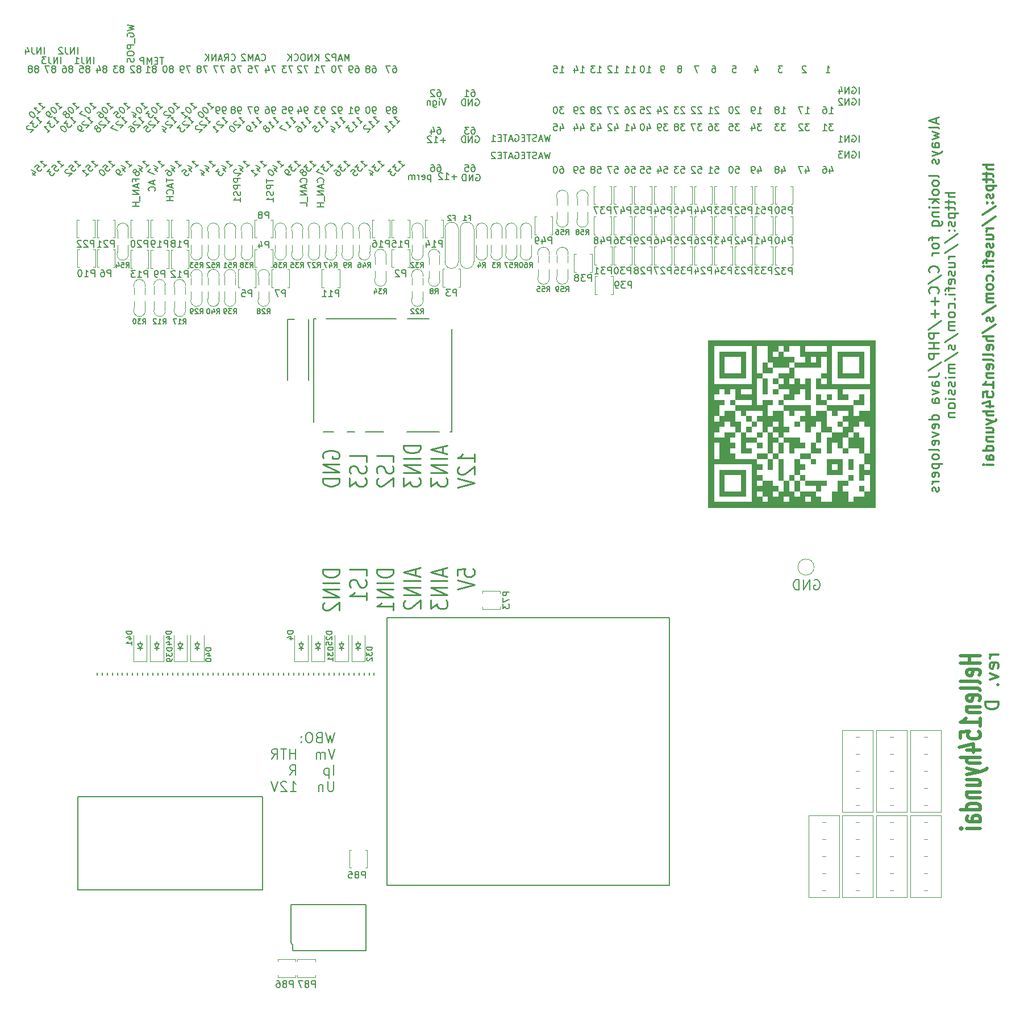
<source format=gbo>
G04 #@! TF.GenerationSoftware,KiCad,Pcbnew,7.0.11-7.0.11~ubuntu22.04.1*
G04 #@! TF.CreationDate,2024-03-21T19:10:42+00:00*
G04 #@! TF.ProjectId,hellen154hyundai,68656c6c-656e-4313-9534-6879756e6461,D*
G04 #@! TF.SameCoordinates,PX5f5e100PYc845880*
G04 #@! TF.FileFunction,Legend,Bot*
G04 #@! TF.FilePolarity,Positive*
%FSLAX46Y46*%
G04 Gerber Fmt 4.6, Leading zero omitted, Abs format (unit mm)*
G04 Created by KiCad (PCBNEW 7.0.11-7.0.11~ubuntu22.04.1) date 2024-03-21 19:10:42*
%MOMM*%
%LPD*%
G01*
G04 APERTURE LIST*
%ADD10C,0.250000*%
%ADD11C,0.150000*%
%ADD12C,0.500000*%
%ADD13C,0.300000*%
%ADD14C,0.200000*%
%ADD15C,0.127000*%
%ADD16C,0.170000*%
%ADD17C,0.120000*%
%ADD18C,0.099060*%
%ADD19C,0.203200*%
G04 APERTURE END LIST*
D10*
X154144857Y140021429D02*
X154144857Y139307143D01*
X154573428Y140164286D02*
X153073428Y139664286D01*
X153073428Y139664286D02*
X154573428Y139164286D01*
X154573428Y138450001D02*
X154502000Y138592858D01*
X154502000Y138592858D02*
X154359142Y138664287D01*
X154359142Y138664287D02*
X153073428Y138664287D01*
X153573428Y138021430D02*
X154573428Y137735715D01*
X154573428Y137735715D02*
X153859142Y137450001D01*
X153859142Y137450001D02*
X154573428Y137164287D01*
X154573428Y137164287D02*
X153573428Y136878573D01*
X154573428Y135664286D02*
X153787714Y135664286D01*
X153787714Y135664286D02*
X153644857Y135735715D01*
X153644857Y135735715D02*
X153573428Y135878572D01*
X153573428Y135878572D02*
X153573428Y136164286D01*
X153573428Y136164286D02*
X153644857Y136307144D01*
X154502000Y135664286D02*
X154573428Y135807144D01*
X154573428Y135807144D02*
X154573428Y136164286D01*
X154573428Y136164286D02*
X154502000Y136307144D01*
X154502000Y136307144D02*
X154359142Y136378572D01*
X154359142Y136378572D02*
X154216285Y136378572D01*
X154216285Y136378572D02*
X154073428Y136307144D01*
X154073428Y136307144D02*
X154002000Y136164286D01*
X154002000Y136164286D02*
X154002000Y135807144D01*
X154002000Y135807144D02*
X153930571Y135664286D01*
X153573428Y135092858D02*
X154573428Y134735715D01*
X153573428Y134378572D02*
X154573428Y134735715D01*
X154573428Y134735715D02*
X154930571Y134878572D01*
X154930571Y134878572D02*
X155002000Y134950001D01*
X155002000Y134950001D02*
X155073428Y135092858D01*
X154502000Y133878572D02*
X154573428Y133735715D01*
X154573428Y133735715D02*
X154573428Y133450001D01*
X154573428Y133450001D02*
X154502000Y133307144D01*
X154502000Y133307144D02*
X154359142Y133235715D01*
X154359142Y133235715D02*
X154287714Y133235715D01*
X154287714Y133235715D02*
X154144857Y133307144D01*
X154144857Y133307144D02*
X154073428Y133450001D01*
X154073428Y133450001D02*
X154073428Y133664286D01*
X154073428Y133664286D02*
X154002000Y133807144D01*
X154002000Y133807144D02*
X153859142Y133878572D01*
X153859142Y133878572D02*
X153787714Y133878572D01*
X153787714Y133878572D02*
X153644857Y133807144D01*
X153644857Y133807144D02*
X153573428Y133664286D01*
X153573428Y133664286D02*
X153573428Y133450001D01*
X153573428Y133450001D02*
X153644857Y133307144D01*
X154573428Y131235715D02*
X154502000Y131378572D01*
X154502000Y131378572D02*
X154359142Y131450001D01*
X154359142Y131450001D02*
X153073428Y131450001D01*
X154573428Y130450001D02*
X154502000Y130592858D01*
X154502000Y130592858D02*
X154430571Y130664287D01*
X154430571Y130664287D02*
X154287714Y130735715D01*
X154287714Y130735715D02*
X153859142Y130735715D01*
X153859142Y130735715D02*
X153716285Y130664287D01*
X153716285Y130664287D02*
X153644857Y130592858D01*
X153644857Y130592858D02*
X153573428Y130450001D01*
X153573428Y130450001D02*
X153573428Y130235715D01*
X153573428Y130235715D02*
X153644857Y130092858D01*
X153644857Y130092858D02*
X153716285Y130021429D01*
X153716285Y130021429D02*
X153859142Y129950001D01*
X153859142Y129950001D02*
X154287714Y129950001D01*
X154287714Y129950001D02*
X154430571Y130021429D01*
X154430571Y130021429D02*
X154502000Y130092858D01*
X154502000Y130092858D02*
X154573428Y130235715D01*
X154573428Y130235715D02*
X154573428Y130450001D01*
X154573428Y129092858D02*
X154502000Y129235715D01*
X154502000Y129235715D02*
X154430571Y129307144D01*
X154430571Y129307144D02*
X154287714Y129378572D01*
X154287714Y129378572D02*
X153859142Y129378572D01*
X153859142Y129378572D02*
X153716285Y129307144D01*
X153716285Y129307144D02*
X153644857Y129235715D01*
X153644857Y129235715D02*
X153573428Y129092858D01*
X153573428Y129092858D02*
X153573428Y128878572D01*
X153573428Y128878572D02*
X153644857Y128735715D01*
X153644857Y128735715D02*
X153716285Y128664286D01*
X153716285Y128664286D02*
X153859142Y128592858D01*
X153859142Y128592858D02*
X154287714Y128592858D01*
X154287714Y128592858D02*
X154430571Y128664286D01*
X154430571Y128664286D02*
X154502000Y128735715D01*
X154502000Y128735715D02*
X154573428Y128878572D01*
X154573428Y128878572D02*
X154573428Y129092858D01*
X154573428Y127950001D02*
X153073428Y127950001D01*
X154002000Y127807143D02*
X154573428Y127378572D01*
X153573428Y127378572D02*
X154144857Y127950001D01*
X154573428Y126735715D02*
X153573428Y126735715D01*
X153073428Y126735715D02*
X153144857Y126807143D01*
X153144857Y126807143D02*
X153216285Y126735715D01*
X153216285Y126735715D02*
X153144857Y126664286D01*
X153144857Y126664286D02*
X153073428Y126735715D01*
X153073428Y126735715D02*
X153216285Y126735715D01*
X153573428Y126021429D02*
X154573428Y126021429D01*
X153716285Y126021429D02*
X153644857Y125950000D01*
X153644857Y125950000D02*
X153573428Y125807143D01*
X153573428Y125807143D02*
X153573428Y125592857D01*
X153573428Y125592857D02*
X153644857Y125450000D01*
X153644857Y125450000D02*
X153787714Y125378571D01*
X153787714Y125378571D02*
X154573428Y125378571D01*
X153573428Y124021428D02*
X154787714Y124021428D01*
X154787714Y124021428D02*
X154930571Y124092857D01*
X154930571Y124092857D02*
X155002000Y124164286D01*
X155002000Y124164286D02*
X155073428Y124307143D01*
X155073428Y124307143D02*
X155073428Y124521428D01*
X155073428Y124521428D02*
X155002000Y124664286D01*
X154502000Y124021428D02*
X154573428Y124164286D01*
X154573428Y124164286D02*
X154573428Y124450000D01*
X154573428Y124450000D02*
X154502000Y124592857D01*
X154502000Y124592857D02*
X154430571Y124664286D01*
X154430571Y124664286D02*
X154287714Y124735714D01*
X154287714Y124735714D02*
X153859142Y124735714D01*
X153859142Y124735714D02*
X153716285Y124664286D01*
X153716285Y124664286D02*
X153644857Y124592857D01*
X153644857Y124592857D02*
X153573428Y124450000D01*
X153573428Y124450000D02*
X153573428Y124164286D01*
X153573428Y124164286D02*
X153644857Y124021428D01*
X153573428Y122378571D02*
X153573428Y121807143D01*
X154573428Y122164286D02*
X153287714Y122164286D01*
X153287714Y122164286D02*
X153144857Y122092857D01*
X153144857Y122092857D02*
X153073428Y121950000D01*
X153073428Y121950000D02*
X153073428Y121807143D01*
X154573428Y121092857D02*
X154502000Y121235714D01*
X154502000Y121235714D02*
X154430571Y121307143D01*
X154430571Y121307143D02*
X154287714Y121378571D01*
X154287714Y121378571D02*
X153859142Y121378571D01*
X153859142Y121378571D02*
X153716285Y121307143D01*
X153716285Y121307143D02*
X153644857Y121235714D01*
X153644857Y121235714D02*
X153573428Y121092857D01*
X153573428Y121092857D02*
X153573428Y120878571D01*
X153573428Y120878571D02*
X153644857Y120735714D01*
X153644857Y120735714D02*
X153716285Y120664285D01*
X153716285Y120664285D02*
X153859142Y120592857D01*
X153859142Y120592857D02*
X154287714Y120592857D01*
X154287714Y120592857D02*
X154430571Y120664285D01*
X154430571Y120664285D02*
X154502000Y120735714D01*
X154502000Y120735714D02*
X154573428Y120878571D01*
X154573428Y120878571D02*
X154573428Y121092857D01*
X154573428Y119950000D02*
X153573428Y119950000D01*
X153859142Y119950000D02*
X153716285Y119878571D01*
X153716285Y119878571D02*
X153644857Y119807142D01*
X153644857Y119807142D02*
X153573428Y119664285D01*
X153573428Y119664285D02*
X153573428Y119521428D01*
X154430571Y117021429D02*
X154502000Y117092857D01*
X154502000Y117092857D02*
X154573428Y117307143D01*
X154573428Y117307143D02*
X154573428Y117450000D01*
X154573428Y117450000D02*
X154502000Y117664286D01*
X154502000Y117664286D02*
X154359142Y117807143D01*
X154359142Y117807143D02*
X154216285Y117878572D01*
X154216285Y117878572D02*
X153930571Y117950000D01*
X153930571Y117950000D02*
X153716285Y117950000D01*
X153716285Y117950000D02*
X153430571Y117878572D01*
X153430571Y117878572D02*
X153287714Y117807143D01*
X153287714Y117807143D02*
X153144857Y117664286D01*
X153144857Y117664286D02*
X153073428Y117450000D01*
X153073428Y117450000D02*
X153073428Y117307143D01*
X153073428Y117307143D02*
X153144857Y117092857D01*
X153144857Y117092857D02*
X153216285Y117021429D01*
X153002000Y115307143D02*
X154930571Y116592857D01*
X154430571Y113950000D02*
X154502000Y114021428D01*
X154502000Y114021428D02*
X154573428Y114235714D01*
X154573428Y114235714D02*
X154573428Y114378571D01*
X154573428Y114378571D02*
X154502000Y114592857D01*
X154502000Y114592857D02*
X154359142Y114735714D01*
X154359142Y114735714D02*
X154216285Y114807143D01*
X154216285Y114807143D02*
X153930571Y114878571D01*
X153930571Y114878571D02*
X153716285Y114878571D01*
X153716285Y114878571D02*
X153430571Y114807143D01*
X153430571Y114807143D02*
X153287714Y114735714D01*
X153287714Y114735714D02*
X153144857Y114592857D01*
X153144857Y114592857D02*
X153073428Y114378571D01*
X153073428Y114378571D02*
X153073428Y114235714D01*
X153073428Y114235714D02*
X153144857Y114021428D01*
X153144857Y114021428D02*
X153216285Y113950000D01*
X154002000Y113307143D02*
X154002000Y112164285D01*
X154573428Y112735714D02*
X153430571Y112735714D01*
X154002000Y111450000D02*
X154002000Y110307142D01*
X154573428Y110878571D02*
X153430571Y110878571D01*
X153002000Y108521428D02*
X154930571Y109807142D01*
X154573428Y108021428D02*
X153073428Y108021428D01*
X153073428Y108021428D02*
X153073428Y107449999D01*
X153073428Y107449999D02*
X153144857Y107307142D01*
X153144857Y107307142D02*
X153216285Y107235713D01*
X153216285Y107235713D02*
X153359142Y107164285D01*
X153359142Y107164285D02*
X153573428Y107164285D01*
X153573428Y107164285D02*
X153716285Y107235713D01*
X153716285Y107235713D02*
X153787714Y107307142D01*
X153787714Y107307142D02*
X153859142Y107449999D01*
X153859142Y107449999D02*
X153859142Y108021428D01*
X154573428Y106521428D02*
X153073428Y106521428D01*
X153787714Y106521428D02*
X153787714Y105664285D01*
X154573428Y105664285D02*
X153073428Y105664285D01*
X154573428Y104949999D02*
X153073428Y104949999D01*
X153073428Y104949999D02*
X153073428Y104378570D01*
X153073428Y104378570D02*
X153144857Y104235713D01*
X153144857Y104235713D02*
X153216285Y104164284D01*
X153216285Y104164284D02*
X153359142Y104092856D01*
X153359142Y104092856D02*
X153573428Y104092856D01*
X153573428Y104092856D02*
X153716285Y104164284D01*
X153716285Y104164284D02*
X153787714Y104235713D01*
X153787714Y104235713D02*
X153859142Y104378570D01*
X153859142Y104378570D02*
X153859142Y104949999D01*
X153002000Y102378570D02*
X154930571Y103664284D01*
X153073428Y101449998D02*
X154144857Y101449998D01*
X154144857Y101449998D02*
X154359142Y101521427D01*
X154359142Y101521427D02*
X154502000Y101664284D01*
X154502000Y101664284D02*
X154573428Y101878570D01*
X154573428Y101878570D02*
X154573428Y102021427D01*
X154573428Y100092855D02*
X153787714Y100092855D01*
X153787714Y100092855D02*
X153644857Y100164284D01*
X153644857Y100164284D02*
X153573428Y100307141D01*
X153573428Y100307141D02*
X153573428Y100592855D01*
X153573428Y100592855D02*
X153644857Y100735713D01*
X154502000Y100092855D02*
X154573428Y100235713D01*
X154573428Y100235713D02*
X154573428Y100592855D01*
X154573428Y100592855D02*
X154502000Y100735713D01*
X154502000Y100735713D02*
X154359142Y100807141D01*
X154359142Y100807141D02*
X154216285Y100807141D01*
X154216285Y100807141D02*
X154073428Y100735713D01*
X154073428Y100735713D02*
X154002000Y100592855D01*
X154002000Y100592855D02*
X154002000Y100235713D01*
X154002000Y100235713D02*
X153930571Y100092855D01*
X153573428Y99521427D02*
X154573428Y99164284D01*
X154573428Y99164284D02*
X153573428Y98807141D01*
X154573428Y97592855D02*
X153787714Y97592855D01*
X153787714Y97592855D02*
X153644857Y97664284D01*
X153644857Y97664284D02*
X153573428Y97807141D01*
X153573428Y97807141D02*
X153573428Y98092855D01*
X153573428Y98092855D02*
X153644857Y98235713D01*
X154502000Y97592855D02*
X154573428Y97735713D01*
X154573428Y97735713D02*
X154573428Y98092855D01*
X154573428Y98092855D02*
X154502000Y98235713D01*
X154502000Y98235713D02*
X154359142Y98307141D01*
X154359142Y98307141D02*
X154216285Y98307141D01*
X154216285Y98307141D02*
X154073428Y98235713D01*
X154073428Y98235713D02*
X154002000Y98092855D01*
X154002000Y98092855D02*
X154002000Y97735713D01*
X154002000Y97735713D02*
X153930571Y97592855D01*
X154573428Y95092855D02*
X153073428Y95092855D01*
X154502000Y95092855D02*
X154573428Y95235713D01*
X154573428Y95235713D02*
X154573428Y95521427D01*
X154573428Y95521427D02*
X154502000Y95664284D01*
X154502000Y95664284D02*
X154430571Y95735713D01*
X154430571Y95735713D02*
X154287714Y95807141D01*
X154287714Y95807141D02*
X153859142Y95807141D01*
X153859142Y95807141D02*
X153716285Y95735713D01*
X153716285Y95735713D02*
X153644857Y95664284D01*
X153644857Y95664284D02*
X153573428Y95521427D01*
X153573428Y95521427D02*
X153573428Y95235713D01*
X153573428Y95235713D02*
X153644857Y95092855D01*
X154502000Y93807141D02*
X154573428Y93949998D01*
X154573428Y93949998D02*
X154573428Y94235712D01*
X154573428Y94235712D02*
X154502000Y94378570D01*
X154502000Y94378570D02*
X154359142Y94449998D01*
X154359142Y94449998D02*
X153787714Y94449998D01*
X153787714Y94449998D02*
X153644857Y94378570D01*
X153644857Y94378570D02*
X153573428Y94235712D01*
X153573428Y94235712D02*
X153573428Y93949998D01*
X153573428Y93949998D02*
X153644857Y93807141D01*
X153644857Y93807141D02*
X153787714Y93735712D01*
X153787714Y93735712D02*
X153930571Y93735712D01*
X153930571Y93735712D02*
X154073428Y94449998D01*
X153573428Y93235713D02*
X154573428Y92878570D01*
X154573428Y92878570D02*
X153573428Y92521427D01*
X154502000Y91378570D02*
X154573428Y91521427D01*
X154573428Y91521427D02*
X154573428Y91807141D01*
X154573428Y91807141D02*
X154502000Y91949999D01*
X154502000Y91949999D02*
X154359142Y92021427D01*
X154359142Y92021427D02*
X153787714Y92021427D01*
X153787714Y92021427D02*
X153644857Y91949999D01*
X153644857Y91949999D02*
X153573428Y91807141D01*
X153573428Y91807141D02*
X153573428Y91521427D01*
X153573428Y91521427D02*
X153644857Y91378570D01*
X153644857Y91378570D02*
X153787714Y91307141D01*
X153787714Y91307141D02*
X153930571Y91307141D01*
X153930571Y91307141D02*
X154073428Y92021427D01*
X154573428Y90449999D02*
X154502000Y90592856D01*
X154502000Y90592856D02*
X154359142Y90664285D01*
X154359142Y90664285D02*
X153073428Y90664285D01*
X154573428Y89664285D02*
X154502000Y89807142D01*
X154502000Y89807142D02*
X154430571Y89878571D01*
X154430571Y89878571D02*
X154287714Y89949999D01*
X154287714Y89949999D02*
X153859142Y89949999D01*
X153859142Y89949999D02*
X153716285Y89878571D01*
X153716285Y89878571D02*
X153644857Y89807142D01*
X153644857Y89807142D02*
X153573428Y89664285D01*
X153573428Y89664285D02*
X153573428Y89449999D01*
X153573428Y89449999D02*
X153644857Y89307142D01*
X153644857Y89307142D02*
X153716285Y89235713D01*
X153716285Y89235713D02*
X153859142Y89164285D01*
X153859142Y89164285D02*
X154287714Y89164285D01*
X154287714Y89164285D02*
X154430571Y89235713D01*
X154430571Y89235713D02*
X154502000Y89307142D01*
X154502000Y89307142D02*
X154573428Y89449999D01*
X154573428Y89449999D02*
X154573428Y89664285D01*
X153573428Y88521428D02*
X155073428Y88521428D01*
X153644857Y88521428D02*
X153573428Y88378570D01*
X153573428Y88378570D02*
X153573428Y88092856D01*
X153573428Y88092856D02*
X153644857Y87949999D01*
X153644857Y87949999D02*
X153716285Y87878570D01*
X153716285Y87878570D02*
X153859142Y87807142D01*
X153859142Y87807142D02*
X154287714Y87807142D01*
X154287714Y87807142D02*
X154430571Y87878570D01*
X154430571Y87878570D02*
X154502000Y87949999D01*
X154502000Y87949999D02*
X154573428Y88092856D01*
X154573428Y88092856D02*
X154573428Y88378570D01*
X154573428Y88378570D02*
X154502000Y88521428D01*
X154502000Y86592856D02*
X154573428Y86735713D01*
X154573428Y86735713D02*
X154573428Y87021427D01*
X154573428Y87021427D02*
X154502000Y87164285D01*
X154502000Y87164285D02*
X154359142Y87235713D01*
X154359142Y87235713D02*
X153787714Y87235713D01*
X153787714Y87235713D02*
X153644857Y87164285D01*
X153644857Y87164285D02*
X153573428Y87021427D01*
X153573428Y87021427D02*
X153573428Y86735713D01*
X153573428Y86735713D02*
X153644857Y86592856D01*
X153644857Y86592856D02*
X153787714Y86521427D01*
X153787714Y86521427D02*
X153930571Y86521427D01*
X153930571Y86521427D02*
X154073428Y87235713D01*
X154573428Y85878571D02*
X153573428Y85878571D01*
X153859142Y85878571D02*
X153716285Y85807142D01*
X153716285Y85807142D02*
X153644857Y85735713D01*
X153644857Y85735713D02*
X153573428Y85592856D01*
X153573428Y85592856D02*
X153573428Y85449999D01*
X154502000Y85021428D02*
X154573428Y84878571D01*
X154573428Y84878571D02*
X154573428Y84592857D01*
X154573428Y84592857D02*
X154502000Y84450000D01*
X154502000Y84450000D02*
X154359142Y84378571D01*
X154359142Y84378571D02*
X154287714Y84378571D01*
X154287714Y84378571D02*
X154144857Y84450000D01*
X154144857Y84450000D02*
X154073428Y84592857D01*
X154073428Y84592857D02*
X154073428Y84807142D01*
X154073428Y84807142D02*
X154002000Y84950000D01*
X154002000Y84950000D02*
X153859142Y85021428D01*
X153859142Y85021428D02*
X153787714Y85021428D01*
X153787714Y85021428D02*
X153644857Y84950000D01*
X153644857Y84950000D02*
X153573428Y84807142D01*
X153573428Y84807142D02*
X153573428Y84592857D01*
X153573428Y84592857D02*
X153644857Y84450000D01*
X156988428Y128914289D02*
X155488428Y128914289D01*
X156988428Y128271431D02*
X156202714Y128271431D01*
X156202714Y128271431D02*
X156059857Y128342860D01*
X156059857Y128342860D02*
X155988428Y128485717D01*
X155988428Y128485717D02*
X155988428Y128700003D01*
X155988428Y128700003D02*
X156059857Y128842860D01*
X156059857Y128842860D02*
X156131285Y128914289D01*
X155988428Y127771431D02*
X155988428Y127200003D01*
X155488428Y127557146D02*
X156774142Y127557146D01*
X156774142Y127557146D02*
X156917000Y127485717D01*
X156917000Y127485717D02*
X156988428Y127342860D01*
X156988428Y127342860D02*
X156988428Y127200003D01*
X155988428Y126914288D02*
X155988428Y126342860D01*
X155488428Y126700003D02*
X156774142Y126700003D01*
X156774142Y126700003D02*
X156917000Y126628574D01*
X156917000Y126628574D02*
X156988428Y126485717D01*
X156988428Y126485717D02*
X156988428Y126342860D01*
X155988428Y125842860D02*
X157488428Y125842860D01*
X156059857Y125842860D02*
X155988428Y125700002D01*
X155988428Y125700002D02*
X155988428Y125414288D01*
X155988428Y125414288D02*
X156059857Y125271431D01*
X156059857Y125271431D02*
X156131285Y125200002D01*
X156131285Y125200002D02*
X156274142Y125128574D01*
X156274142Y125128574D02*
X156702714Y125128574D01*
X156702714Y125128574D02*
X156845571Y125200002D01*
X156845571Y125200002D02*
X156917000Y125271431D01*
X156917000Y125271431D02*
X156988428Y125414288D01*
X156988428Y125414288D02*
X156988428Y125700002D01*
X156988428Y125700002D02*
X156917000Y125842860D01*
X156917000Y124557145D02*
X156988428Y124414288D01*
X156988428Y124414288D02*
X156988428Y124128574D01*
X156988428Y124128574D02*
X156917000Y123985717D01*
X156917000Y123985717D02*
X156774142Y123914288D01*
X156774142Y123914288D02*
X156702714Y123914288D01*
X156702714Y123914288D02*
X156559857Y123985717D01*
X156559857Y123985717D02*
X156488428Y124128574D01*
X156488428Y124128574D02*
X156488428Y124342859D01*
X156488428Y124342859D02*
X156417000Y124485717D01*
X156417000Y124485717D02*
X156274142Y124557145D01*
X156274142Y124557145D02*
X156202714Y124557145D01*
X156202714Y124557145D02*
X156059857Y124485717D01*
X156059857Y124485717D02*
X155988428Y124342859D01*
X155988428Y124342859D02*
X155988428Y124128574D01*
X155988428Y124128574D02*
X156059857Y123985717D01*
X156845571Y123271431D02*
X156917000Y123200002D01*
X156917000Y123200002D02*
X156988428Y123271431D01*
X156988428Y123271431D02*
X156917000Y123342859D01*
X156917000Y123342859D02*
X156845571Y123271431D01*
X156845571Y123271431D02*
X156988428Y123271431D01*
X156059857Y123271431D02*
X156131285Y123200002D01*
X156131285Y123200002D02*
X156202714Y123271431D01*
X156202714Y123271431D02*
X156131285Y123342859D01*
X156131285Y123342859D02*
X156059857Y123271431D01*
X156059857Y123271431D02*
X156202714Y123271431D01*
X155417000Y121485716D02*
X157345571Y122771430D01*
X155417000Y119914287D02*
X157345571Y121200001D01*
X156988428Y119414287D02*
X155988428Y119414287D01*
X156274142Y119414287D02*
X156131285Y119342858D01*
X156131285Y119342858D02*
X156059857Y119271429D01*
X156059857Y119271429D02*
X155988428Y119128572D01*
X155988428Y119128572D02*
X155988428Y118985715D01*
X155988428Y117842858D02*
X156988428Y117842858D01*
X155988428Y118485716D02*
X156774142Y118485716D01*
X156774142Y118485716D02*
X156917000Y118414287D01*
X156917000Y118414287D02*
X156988428Y118271430D01*
X156988428Y118271430D02*
X156988428Y118057144D01*
X156988428Y118057144D02*
X156917000Y117914287D01*
X156917000Y117914287D02*
X156845571Y117842858D01*
X156917000Y117200001D02*
X156988428Y117057144D01*
X156988428Y117057144D02*
X156988428Y116771430D01*
X156988428Y116771430D02*
X156917000Y116628573D01*
X156917000Y116628573D02*
X156774142Y116557144D01*
X156774142Y116557144D02*
X156702714Y116557144D01*
X156702714Y116557144D02*
X156559857Y116628573D01*
X156559857Y116628573D02*
X156488428Y116771430D01*
X156488428Y116771430D02*
X156488428Y116985715D01*
X156488428Y116985715D02*
X156417000Y117128573D01*
X156417000Y117128573D02*
X156274142Y117200001D01*
X156274142Y117200001D02*
X156202714Y117200001D01*
X156202714Y117200001D02*
X156059857Y117128573D01*
X156059857Y117128573D02*
X155988428Y116985715D01*
X155988428Y116985715D02*
X155988428Y116771430D01*
X155988428Y116771430D02*
X156059857Y116628573D01*
X156917000Y115342858D02*
X156988428Y115485715D01*
X156988428Y115485715D02*
X156988428Y115771429D01*
X156988428Y115771429D02*
X156917000Y115914287D01*
X156917000Y115914287D02*
X156774142Y115985715D01*
X156774142Y115985715D02*
X156202714Y115985715D01*
X156202714Y115985715D02*
X156059857Y115914287D01*
X156059857Y115914287D02*
X155988428Y115771429D01*
X155988428Y115771429D02*
X155988428Y115485715D01*
X155988428Y115485715D02*
X156059857Y115342858D01*
X156059857Y115342858D02*
X156202714Y115271429D01*
X156202714Y115271429D02*
X156345571Y115271429D01*
X156345571Y115271429D02*
X156488428Y115985715D01*
X155988428Y114842858D02*
X155988428Y114271430D01*
X156988428Y114628573D02*
X155702714Y114628573D01*
X155702714Y114628573D02*
X155559857Y114557144D01*
X155559857Y114557144D02*
X155488428Y114414287D01*
X155488428Y114414287D02*
X155488428Y114271430D01*
X156988428Y113771430D02*
X155988428Y113771430D01*
X155488428Y113771430D02*
X155559857Y113842858D01*
X155559857Y113842858D02*
X155631285Y113771430D01*
X155631285Y113771430D02*
X155559857Y113700001D01*
X155559857Y113700001D02*
X155488428Y113771430D01*
X155488428Y113771430D02*
X155631285Y113771430D01*
X156845571Y113057144D02*
X156917000Y112985715D01*
X156917000Y112985715D02*
X156988428Y113057144D01*
X156988428Y113057144D02*
X156917000Y113128572D01*
X156917000Y113128572D02*
X156845571Y113057144D01*
X156845571Y113057144D02*
X156988428Y113057144D01*
X156917000Y111700000D02*
X156988428Y111842858D01*
X156988428Y111842858D02*
X156988428Y112128572D01*
X156988428Y112128572D02*
X156917000Y112271429D01*
X156917000Y112271429D02*
X156845571Y112342858D01*
X156845571Y112342858D02*
X156702714Y112414286D01*
X156702714Y112414286D02*
X156274142Y112414286D01*
X156274142Y112414286D02*
X156131285Y112342858D01*
X156131285Y112342858D02*
X156059857Y112271429D01*
X156059857Y112271429D02*
X155988428Y112128572D01*
X155988428Y112128572D02*
X155988428Y111842858D01*
X155988428Y111842858D02*
X156059857Y111700000D01*
X156988428Y110842858D02*
X156917000Y110985715D01*
X156917000Y110985715D02*
X156845571Y111057144D01*
X156845571Y111057144D02*
X156702714Y111128572D01*
X156702714Y111128572D02*
X156274142Y111128572D01*
X156274142Y111128572D02*
X156131285Y111057144D01*
X156131285Y111057144D02*
X156059857Y110985715D01*
X156059857Y110985715D02*
X155988428Y110842858D01*
X155988428Y110842858D02*
X155988428Y110628572D01*
X155988428Y110628572D02*
X156059857Y110485715D01*
X156059857Y110485715D02*
X156131285Y110414286D01*
X156131285Y110414286D02*
X156274142Y110342858D01*
X156274142Y110342858D02*
X156702714Y110342858D01*
X156702714Y110342858D02*
X156845571Y110414286D01*
X156845571Y110414286D02*
X156917000Y110485715D01*
X156917000Y110485715D02*
X156988428Y110628572D01*
X156988428Y110628572D02*
X156988428Y110842858D01*
X156988428Y109700001D02*
X155988428Y109700001D01*
X156131285Y109700001D02*
X156059857Y109628572D01*
X156059857Y109628572D02*
X155988428Y109485715D01*
X155988428Y109485715D02*
X155988428Y109271429D01*
X155988428Y109271429D02*
X156059857Y109128572D01*
X156059857Y109128572D02*
X156202714Y109057143D01*
X156202714Y109057143D02*
X156988428Y109057143D01*
X156202714Y109057143D02*
X156059857Y108985715D01*
X156059857Y108985715D02*
X155988428Y108842858D01*
X155988428Y108842858D02*
X155988428Y108628572D01*
X155988428Y108628572D02*
X156059857Y108485715D01*
X156059857Y108485715D02*
X156202714Y108414286D01*
X156202714Y108414286D02*
X156988428Y108414286D01*
X155417000Y106628572D02*
X157345571Y107914286D01*
X156917000Y106200000D02*
X156988428Y106057143D01*
X156988428Y106057143D02*
X156988428Y105771429D01*
X156988428Y105771429D02*
X156917000Y105628572D01*
X156917000Y105628572D02*
X156774142Y105557143D01*
X156774142Y105557143D02*
X156702714Y105557143D01*
X156702714Y105557143D02*
X156559857Y105628572D01*
X156559857Y105628572D02*
X156488428Y105771429D01*
X156488428Y105771429D02*
X156488428Y105985714D01*
X156488428Y105985714D02*
X156417000Y106128572D01*
X156417000Y106128572D02*
X156274142Y106200000D01*
X156274142Y106200000D02*
X156202714Y106200000D01*
X156202714Y106200000D02*
X156059857Y106128572D01*
X156059857Y106128572D02*
X155988428Y105985714D01*
X155988428Y105985714D02*
X155988428Y105771429D01*
X155988428Y105771429D02*
X156059857Y105628572D01*
X155417000Y103842857D02*
X157345571Y105128571D01*
X156988428Y103342857D02*
X155988428Y103342857D01*
X156131285Y103342857D02*
X156059857Y103271428D01*
X156059857Y103271428D02*
X155988428Y103128571D01*
X155988428Y103128571D02*
X155988428Y102914285D01*
X155988428Y102914285D02*
X156059857Y102771428D01*
X156059857Y102771428D02*
X156202714Y102699999D01*
X156202714Y102699999D02*
X156988428Y102699999D01*
X156202714Y102699999D02*
X156059857Y102628571D01*
X156059857Y102628571D02*
X155988428Y102485714D01*
X155988428Y102485714D02*
X155988428Y102271428D01*
X155988428Y102271428D02*
X156059857Y102128571D01*
X156059857Y102128571D02*
X156202714Y102057142D01*
X156202714Y102057142D02*
X156988428Y102057142D01*
X156988428Y101342857D02*
X155988428Y101342857D01*
X155488428Y101342857D02*
X155559857Y101414285D01*
X155559857Y101414285D02*
X155631285Y101342857D01*
X155631285Y101342857D02*
X155559857Y101271428D01*
X155559857Y101271428D02*
X155488428Y101342857D01*
X155488428Y101342857D02*
X155631285Y101342857D01*
X156917000Y100699999D02*
X156988428Y100557142D01*
X156988428Y100557142D02*
X156988428Y100271428D01*
X156988428Y100271428D02*
X156917000Y100128571D01*
X156917000Y100128571D02*
X156774142Y100057142D01*
X156774142Y100057142D02*
X156702714Y100057142D01*
X156702714Y100057142D02*
X156559857Y100128571D01*
X156559857Y100128571D02*
X156488428Y100271428D01*
X156488428Y100271428D02*
X156488428Y100485713D01*
X156488428Y100485713D02*
X156417000Y100628571D01*
X156417000Y100628571D02*
X156274142Y100699999D01*
X156274142Y100699999D02*
X156202714Y100699999D01*
X156202714Y100699999D02*
X156059857Y100628571D01*
X156059857Y100628571D02*
X155988428Y100485713D01*
X155988428Y100485713D02*
X155988428Y100271428D01*
X155988428Y100271428D02*
X156059857Y100128571D01*
X156917000Y99485713D02*
X156988428Y99342856D01*
X156988428Y99342856D02*
X156988428Y99057142D01*
X156988428Y99057142D02*
X156917000Y98914285D01*
X156917000Y98914285D02*
X156774142Y98842856D01*
X156774142Y98842856D02*
X156702714Y98842856D01*
X156702714Y98842856D02*
X156559857Y98914285D01*
X156559857Y98914285D02*
X156488428Y99057142D01*
X156488428Y99057142D02*
X156488428Y99271427D01*
X156488428Y99271427D02*
X156417000Y99414285D01*
X156417000Y99414285D02*
X156274142Y99485713D01*
X156274142Y99485713D02*
X156202714Y99485713D01*
X156202714Y99485713D02*
X156059857Y99414285D01*
X156059857Y99414285D02*
X155988428Y99271427D01*
X155988428Y99271427D02*
X155988428Y99057142D01*
X155988428Y99057142D02*
X156059857Y98914285D01*
X156988428Y98199999D02*
X155988428Y98199999D01*
X155488428Y98199999D02*
X155559857Y98271427D01*
X155559857Y98271427D02*
X155631285Y98199999D01*
X155631285Y98199999D02*
X155559857Y98128570D01*
X155559857Y98128570D02*
X155488428Y98199999D01*
X155488428Y98199999D02*
X155631285Y98199999D01*
X156988428Y97271427D02*
X156917000Y97414284D01*
X156917000Y97414284D02*
X156845571Y97485713D01*
X156845571Y97485713D02*
X156702714Y97557141D01*
X156702714Y97557141D02*
X156274142Y97557141D01*
X156274142Y97557141D02*
X156131285Y97485713D01*
X156131285Y97485713D02*
X156059857Y97414284D01*
X156059857Y97414284D02*
X155988428Y97271427D01*
X155988428Y97271427D02*
X155988428Y97057141D01*
X155988428Y97057141D02*
X156059857Y96914284D01*
X156059857Y96914284D02*
X156131285Y96842855D01*
X156131285Y96842855D02*
X156274142Y96771427D01*
X156274142Y96771427D02*
X156702714Y96771427D01*
X156702714Y96771427D02*
X156845571Y96842855D01*
X156845571Y96842855D02*
X156917000Y96914284D01*
X156917000Y96914284D02*
X156988428Y97057141D01*
X156988428Y97057141D02*
X156988428Y97271427D01*
X155988428Y96128570D02*
X156988428Y96128570D01*
X156131285Y96128570D02*
X156059857Y96057141D01*
X156059857Y96057141D02*
X155988428Y95914284D01*
X155988428Y95914284D02*
X155988428Y95699998D01*
X155988428Y95699998D02*
X156059857Y95557141D01*
X156059857Y95557141D02*
X156202714Y95485712D01*
X156202714Y95485712D02*
X156988428Y95485712D01*
D11*
X82771428Y131226134D02*
X82009524Y131226134D01*
X82390476Y130845181D02*
X82390476Y131607086D01*
X81009524Y130845181D02*
X81580952Y130845181D01*
X81295238Y130845181D02*
X81295238Y131845181D01*
X81295238Y131845181D02*
X81390476Y131702324D01*
X81390476Y131702324D02*
X81485714Y131607086D01*
X81485714Y131607086D02*
X81580952Y131559467D01*
X80628571Y131749943D02*
X80580952Y131797562D01*
X80580952Y131797562D02*
X80485714Y131845181D01*
X80485714Y131845181D02*
X80247619Y131845181D01*
X80247619Y131845181D02*
X80152381Y131797562D01*
X80152381Y131797562D02*
X80104762Y131749943D01*
X80104762Y131749943D02*
X80057143Y131654705D01*
X80057143Y131654705D02*
X80057143Y131559467D01*
X80057143Y131559467D02*
X80104762Y131416610D01*
X80104762Y131416610D02*
X80676190Y130845181D01*
X80676190Y130845181D02*
X80057143Y130845181D01*
X78866666Y131511848D02*
X78866666Y130511848D01*
X78866666Y131464229D02*
X78771428Y131511848D01*
X78771428Y131511848D02*
X78580952Y131511848D01*
X78580952Y131511848D02*
X78485714Y131464229D01*
X78485714Y131464229D02*
X78438095Y131416610D01*
X78438095Y131416610D02*
X78390476Y131321372D01*
X78390476Y131321372D02*
X78390476Y131035658D01*
X78390476Y131035658D02*
X78438095Y130940420D01*
X78438095Y130940420D02*
X78485714Y130892800D01*
X78485714Y130892800D02*
X78580952Y130845181D01*
X78580952Y130845181D02*
X78771428Y130845181D01*
X78771428Y130845181D02*
X78866666Y130892800D01*
X77580952Y130892800D02*
X77676190Y130845181D01*
X77676190Y130845181D02*
X77866666Y130845181D01*
X77866666Y130845181D02*
X77961904Y130892800D01*
X77961904Y130892800D02*
X78009523Y130988039D01*
X78009523Y130988039D02*
X78009523Y131368991D01*
X78009523Y131368991D02*
X77961904Y131464229D01*
X77961904Y131464229D02*
X77866666Y131511848D01*
X77866666Y131511848D02*
X77676190Y131511848D01*
X77676190Y131511848D02*
X77580952Y131464229D01*
X77580952Y131464229D02*
X77533333Y131368991D01*
X77533333Y131368991D02*
X77533333Y131273753D01*
X77533333Y131273753D02*
X78009523Y131178515D01*
X77104761Y130845181D02*
X77104761Y131511848D01*
X77104761Y131321372D02*
X77057142Y131416610D01*
X77057142Y131416610D02*
X77009523Y131464229D01*
X77009523Y131464229D02*
X76914285Y131511848D01*
X76914285Y131511848D02*
X76819047Y131511848D01*
X76485713Y130845181D02*
X76485713Y131511848D01*
X76485713Y131416610D02*
X76438094Y131464229D01*
X76438094Y131464229D02*
X76342856Y131511848D01*
X76342856Y131511848D02*
X76199999Y131511848D01*
X76199999Y131511848D02*
X76104761Y131464229D01*
X76104761Y131464229D02*
X76057142Y131368991D01*
X76057142Y131368991D02*
X76057142Y130845181D01*
X76057142Y131368991D02*
X76009523Y131464229D01*
X76009523Y131464229D02*
X75914285Y131511848D01*
X75914285Y131511848D02*
X75771428Y131511848D01*
X75771428Y131511848D02*
X75676189Y131464229D01*
X75676189Y131464229D02*
X75628570Y131368991D01*
X75628570Y131368991D02*
X75628570Y130845181D01*
X96704761Y134945181D02*
X96466666Y133945181D01*
X96466666Y133945181D02*
X96276190Y134659467D01*
X96276190Y134659467D02*
X96085714Y133945181D01*
X96085714Y133945181D02*
X95847619Y134945181D01*
X95514285Y134230896D02*
X95038095Y134230896D01*
X95609523Y133945181D02*
X95276190Y134945181D01*
X95276190Y134945181D02*
X94942857Y133945181D01*
X94657142Y133992800D02*
X94514285Y133945181D01*
X94514285Y133945181D02*
X94276190Y133945181D01*
X94276190Y133945181D02*
X94180952Y133992800D01*
X94180952Y133992800D02*
X94133333Y134040420D01*
X94133333Y134040420D02*
X94085714Y134135658D01*
X94085714Y134135658D02*
X94085714Y134230896D01*
X94085714Y134230896D02*
X94133333Y134326134D01*
X94133333Y134326134D02*
X94180952Y134373753D01*
X94180952Y134373753D02*
X94276190Y134421372D01*
X94276190Y134421372D02*
X94466666Y134468991D01*
X94466666Y134468991D02*
X94561904Y134516610D01*
X94561904Y134516610D02*
X94609523Y134564229D01*
X94609523Y134564229D02*
X94657142Y134659467D01*
X94657142Y134659467D02*
X94657142Y134754705D01*
X94657142Y134754705D02*
X94609523Y134849943D01*
X94609523Y134849943D02*
X94561904Y134897562D01*
X94561904Y134897562D02*
X94466666Y134945181D01*
X94466666Y134945181D02*
X94228571Y134945181D01*
X94228571Y134945181D02*
X94085714Y134897562D01*
X93799999Y134945181D02*
X93228571Y134945181D01*
X93514285Y133945181D02*
X93514285Y134945181D01*
X92895237Y134468991D02*
X92561904Y134468991D01*
X92419047Y133945181D02*
X92895237Y133945181D01*
X92895237Y133945181D02*
X92895237Y134945181D01*
X92895237Y134945181D02*
X92419047Y134945181D01*
X91466666Y134897562D02*
X91561904Y134945181D01*
X91561904Y134945181D02*
X91704761Y134945181D01*
X91704761Y134945181D02*
X91847618Y134897562D01*
X91847618Y134897562D02*
X91942856Y134802324D01*
X91942856Y134802324D02*
X91990475Y134707086D01*
X91990475Y134707086D02*
X92038094Y134516610D01*
X92038094Y134516610D02*
X92038094Y134373753D01*
X92038094Y134373753D02*
X91990475Y134183277D01*
X91990475Y134183277D02*
X91942856Y134088039D01*
X91942856Y134088039D02*
X91847618Y133992800D01*
X91847618Y133992800D02*
X91704761Y133945181D01*
X91704761Y133945181D02*
X91609523Y133945181D01*
X91609523Y133945181D02*
X91466666Y133992800D01*
X91466666Y133992800D02*
X91419047Y134040420D01*
X91419047Y134040420D02*
X91419047Y134373753D01*
X91419047Y134373753D02*
X91609523Y134373753D01*
X91038094Y134230896D02*
X90561904Y134230896D01*
X91133332Y133945181D02*
X90799999Y134945181D01*
X90799999Y134945181D02*
X90466666Y133945181D01*
X90276189Y134945181D02*
X89704761Y134945181D01*
X89990475Y133945181D02*
X89990475Y134945181D01*
X89371427Y134468991D02*
X89038094Y134468991D01*
X88895237Y133945181D02*
X89371427Y133945181D01*
X89371427Y133945181D02*
X89371427Y134945181D01*
X89371427Y134945181D02*
X88895237Y134945181D01*
X88514284Y134849943D02*
X88466665Y134897562D01*
X88466665Y134897562D02*
X88371427Y134945181D01*
X88371427Y134945181D02*
X88133332Y134945181D01*
X88133332Y134945181D02*
X88038094Y134897562D01*
X88038094Y134897562D02*
X87990475Y134849943D01*
X87990475Y134849943D02*
X87942856Y134754705D01*
X87942856Y134754705D02*
X87942856Y134659467D01*
X87942856Y134659467D02*
X87990475Y134516610D01*
X87990475Y134516610D02*
X88561903Y133945181D01*
X88561903Y133945181D02*
X87942856Y133945181D01*
X33654819Y153909524D02*
X34654819Y153671429D01*
X34654819Y153671429D02*
X33940533Y153480953D01*
X33940533Y153480953D02*
X34654819Y153290477D01*
X34654819Y153290477D02*
X33654819Y153052381D01*
X33702438Y152147620D02*
X33654819Y152242858D01*
X33654819Y152242858D02*
X33654819Y152385715D01*
X33654819Y152385715D02*
X33702438Y152528572D01*
X33702438Y152528572D02*
X33797676Y152623810D01*
X33797676Y152623810D02*
X33892914Y152671429D01*
X33892914Y152671429D02*
X34083390Y152719048D01*
X34083390Y152719048D02*
X34226247Y152719048D01*
X34226247Y152719048D02*
X34416723Y152671429D01*
X34416723Y152671429D02*
X34511961Y152623810D01*
X34511961Y152623810D02*
X34607200Y152528572D01*
X34607200Y152528572D02*
X34654819Y152385715D01*
X34654819Y152385715D02*
X34654819Y152290477D01*
X34654819Y152290477D02*
X34607200Y152147620D01*
X34607200Y152147620D02*
X34559580Y152100001D01*
X34559580Y152100001D02*
X34226247Y152100001D01*
X34226247Y152100001D02*
X34226247Y152290477D01*
X34750057Y151909524D02*
X34750057Y151147620D01*
X34654819Y150909524D02*
X33654819Y150909524D01*
X33654819Y150909524D02*
X33654819Y150528572D01*
X33654819Y150528572D02*
X33702438Y150433334D01*
X33702438Y150433334D02*
X33750057Y150385715D01*
X33750057Y150385715D02*
X33845295Y150338096D01*
X33845295Y150338096D02*
X33988152Y150338096D01*
X33988152Y150338096D02*
X34083390Y150385715D01*
X34083390Y150385715D02*
X34131009Y150433334D01*
X34131009Y150433334D02*
X34178628Y150528572D01*
X34178628Y150528572D02*
X34178628Y150909524D01*
X33654819Y149719048D02*
X33654819Y149528572D01*
X33654819Y149528572D02*
X33702438Y149433334D01*
X33702438Y149433334D02*
X33797676Y149338096D01*
X33797676Y149338096D02*
X33988152Y149290477D01*
X33988152Y149290477D02*
X34321485Y149290477D01*
X34321485Y149290477D02*
X34511961Y149338096D01*
X34511961Y149338096D02*
X34607200Y149433334D01*
X34607200Y149433334D02*
X34654819Y149528572D01*
X34654819Y149528572D02*
X34654819Y149719048D01*
X34654819Y149719048D02*
X34607200Y149814286D01*
X34607200Y149814286D02*
X34511961Y149909524D01*
X34511961Y149909524D02*
X34321485Y149957143D01*
X34321485Y149957143D02*
X33988152Y149957143D01*
X33988152Y149957143D02*
X33797676Y149909524D01*
X33797676Y149909524D02*
X33702438Y149814286D01*
X33702438Y149814286D02*
X33654819Y149719048D01*
X34607200Y148909524D02*
X34654819Y148766667D01*
X34654819Y148766667D02*
X34654819Y148528572D01*
X34654819Y148528572D02*
X34607200Y148433334D01*
X34607200Y148433334D02*
X34559580Y148385715D01*
X34559580Y148385715D02*
X34464342Y148338096D01*
X34464342Y148338096D02*
X34369104Y148338096D01*
X34369104Y148338096D02*
X34273866Y148385715D01*
X34273866Y148385715D02*
X34226247Y148433334D01*
X34226247Y148433334D02*
X34178628Y148528572D01*
X34178628Y148528572D02*
X34131009Y148719048D01*
X34131009Y148719048D02*
X34083390Y148814286D01*
X34083390Y148814286D02*
X34035771Y148861905D01*
X34035771Y148861905D02*
X33940533Y148909524D01*
X33940533Y148909524D02*
X33845295Y148909524D01*
X33845295Y148909524D02*
X33750057Y148861905D01*
X33750057Y148861905D02*
X33702438Y148814286D01*
X33702438Y148814286D02*
X33654819Y148719048D01*
X33654819Y148719048D02*
X33654819Y148480953D01*
X33654819Y148480953D02*
X33702438Y148338096D01*
X85561904Y142797562D02*
X85657142Y142845181D01*
X85657142Y142845181D02*
X85799999Y142845181D01*
X85799999Y142845181D02*
X85942856Y142797562D01*
X85942856Y142797562D02*
X86038094Y142702324D01*
X86038094Y142702324D02*
X86085713Y142607086D01*
X86085713Y142607086D02*
X86133332Y142416610D01*
X86133332Y142416610D02*
X86133332Y142273753D01*
X86133332Y142273753D02*
X86085713Y142083277D01*
X86085713Y142083277D02*
X86038094Y141988039D01*
X86038094Y141988039D02*
X85942856Y141892800D01*
X85942856Y141892800D02*
X85799999Y141845181D01*
X85799999Y141845181D02*
X85704761Y141845181D01*
X85704761Y141845181D02*
X85561904Y141892800D01*
X85561904Y141892800D02*
X85514285Y141940420D01*
X85514285Y141940420D02*
X85514285Y142273753D01*
X85514285Y142273753D02*
X85704761Y142273753D01*
X85085713Y141845181D02*
X85085713Y142845181D01*
X85085713Y142845181D02*
X84514285Y141845181D01*
X84514285Y141845181D02*
X84514285Y142845181D01*
X84038094Y141845181D02*
X84038094Y142845181D01*
X84038094Y142845181D02*
X83799999Y142845181D01*
X83799999Y142845181D02*
X83657142Y142797562D01*
X83657142Y142797562D02*
X83561904Y142702324D01*
X83561904Y142702324D02*
X83514285Y142607086D01*
X83514285Y142607086D02*
X83466666Y142416610D01*
X83466666Y142416610D02*
X83466666Y142273753D01*
X83466666Y142273753D02*
X83514285Y142083277D01*
X83514285Y142083277D02*
X83561904Y141988039D01*
X83561904Y141988039D02*
X83657142Y141892800D01*
X83657142Y141892800D02*
X83799999Y141845181D01*
X83799999Y141845181D02*
X84038094Y141845181D01*
X66738094Y148545181D02*
X66738094Y149545181D01*
X66738094Y149545181D02*
X66404761Y148830896D01*
X66404761Y148830896D02*
X66071428Y149545181D01*
X66071428Y149545181D02*
X66071428Y148545181D01*
X65642856Y148830896D02*
X65166666Y148830896D01*
X65738094Y148545181D02*
X65404761Y149545181D01*
X65404761Y149545181D02*
X65071428Y148545181D01*
X64738094Y148545181D02*
X64738094Y149545181D01*
X64738094Y149545181D02*
X64357142Y149545181D01*
X64357142Y149545181D02*
X64261904Y149497562D01*
X64261904Y149497562D02*
X64214285Y149449943D01*
X64214285Y149449943D02*
X64166666Y149354705D01*
X64166666Y149354705D02*
X64166666Y149211848D01*
X64166666Y149211848D02*
X64214285Y149116610D01*
X64214285Y149116610D02*
X64261904Y149068991D01*
X64261904Y149068991D02*
X64357142Y149021372D01*
X64357142Y149021372D02*
X64738094Y149021372D01*
X63785713Y149449943D02*
X63738094Y149497562D01*
X63738094Y149497562D02*
X63642856Y149545181D01*
X63642856Y149545181D02*
X63404761Y149545181D01*
X63404761Y149545181D02*
X63309523Y149497562D01*
X63309523Y149497562D02*
X63261904Y149449943D01*
X63261904Y149449943D02*
X63214285Y149354705D01*
X63214285Y149354705D02*
X63214285Y149259467D01*
X63214285Y149259467D02*
X63261904Y149116610D01*
X63261904Y149116610D02*
X63833332Y148545181D01*
X63833332Y148545181D02*
X63214285Y148545181D01*
X54454819Y130938095D02*
X54454819Y130366667D01*
X55454819Y130652381D02*
X54454819Y130652381D01*
X55454819Y130033333D02*
X54454819Y130033333D01*
X54454819Y130033333D02*
X54454819Y129652381D01*
X54454819Y129652381D02*
X54502438Y129557143D01*
X54502438Y129557143D02*
X54550057Y129509524D01*
X54550057Y129509524D02*
X54645295Y129461905D01*
X54645295Y129461905D02*
X54788152Y129461905D01*
X54788152Y129461905D02*
X54883390Y129509524D01*
X54883390Y129509524D02*
X54931009Y129557143D01*
X54931009Y129557143D02*
X54978628Y129652381D01*
X54978628Y129652381D02*
X54978628Y130033333D01*
X55407200Y129080952D02*
X55454819Y128938095D01*
X55454819Y128938095D02*
X55454819Y128700000D01*
X55454819Y128700000D02*
X55407200Y128604762D01*
X55407200Y128604762D02*
X55359580Y128557143D01*
X55359580Y128557143D02*
X55264342Y128509524D01*
X55264342Y128509524D02*
X55169104Y128509524D01*
X55169104Y128509524D02*
X55073866Y128557143D01*
X55073866Y128557143D02*
X55026247Y128604762D01*
X55026247Y128604762D02*
X54978628Y128700000D01*
X54978628Y128700000D02*
X54931009Y128890476D01*
X54931009Y128890476D02*
X54883390Y128985714D01*
X54883390Y128985714D02*
X54835771Y129033333D01*
X54835771Y129033333D02*
X54740533Y129080952D01*
X54740533Y129080952D02*
X54645295Y129080952D01*
X54645295Y129080952D02*
X54550057Y129033333D01*
X54550057Y129033333D02*
X54502438Y128985714D01*
X54502438Y128985714D02*
X54454819Y128890476D01*
X54454819Y128890476D02*
X54454819Y128652381D01*
X54454819Y128652381D02*
X54502438Y128509524D01*
X55454819Y127557143D02*
X55454819Y128128571D01*
X55454819Y127842857D02*
X54454819Y127842857D01*
X54454819Y127842857D02*
X54597676Y127938095D01*
X54597676Y127938095D02*
X54692914Y128033333D01*
X54692914Y128033333D02*
X54740533Y128128571D01*
X81133332Y136726134D02*
X80371428Y136726134D01*
X80752380Y136345181D02*
X80752380Y137107086D01*
X79371428Y136345181D02*
X79942856Y136345181D01*
X79657142Y136345181D02*
X79657142Y137345181D01*
X79657142Y137345181D02*
X79752380Y137202324D01*
X79752380Y137202324D02*
X79847618Y137107086D01*
X79847618Y137107086D02*
X79942856Y137059467D01*
X78990475Y137249943D02*
X78942856Y137297562D01*
X78942856Y137297562D02*
X78847618Y137345181D01*
X78847618Y137345181D02*
X78609523Y137345181D01*
X78609523Y137345181D02*
X78514285Y137297562D01*
X78514285Y137297562D02*
X78466666Y137249943D01*
X78466666Y137249943D02*
X78419047Y137154705D01*
X78419047Y137154705D02*
X78419047Y137059467D01*
X78419047Y137059467D02*
X78466666Y136916610D01*
X78466666Y136916610D02*
X79038094Y136345181D01*
X79038094Y136345181D02*
X78419047Y136345181D01*
X142699999Y136445181D02*
X142699999Y137445181D01*
X141700000Y137397562D02*
X141795238Y137445181D01*
X141795238Y137445181D02*
X141938095Y137445181D01*
X141938095Y137445181D02*
X142080952Y137397562D01*
X142080952Y137397562D02*
X142176190Y137302324D01*
X142176190Y137302324D02*
X142223809Y137207086D01*
X142223809Y137207086D02*
X142271428Y137016610D01*
X142271428Y137016610D02*
X142271428Y136873753D01*
X142271428Y136873753D02*
X142223809Y136683277D01*
X142223809Y136683277D02*
X142176190Y136588039D01*
X142176190Y136588039D02*
X142080952Y136492800D01*
X142080952Y136492800D02*
X141938095Y136445181D01*
X141938095Y136445181D02*
X141842857Y136445181D01*
X141842857Y136445181D02*
X141700000Y136492800D01*
X141700000Y136492800D02*
X141652381Y136540420D01*
X141652381Y136540420D02*
X141652381Y136873753D01*
X141652381Y136873753D02*
X141842857Y136873753D01*
X141223809Y136445181D02*
X141223809Y137445181D01*
X141223809Y137445181D02*
X140652381Y136445181D01*
X140652381Y136445181D02*
X140652381Y137445181D01*
X139652381Y136445181D02*
X140223809Y136445181D01*
X139938095Y136445181D02*
X139938095Y137445181D01*
X139938095Y137445181D02*
X140033333Y137302324D01*
X140033333Y137302324D02*
X140128571Y137207086D01*
X140128571Y137207086D02*
X140223809Y137159467D01*
D12*
X160761857Y59894863D02*
X157761857Y59894863D01*
X159190428Y59894863D02*
X159190428Y58752006D01*
X160761857Y58752006D02*
X157761857Y58752006D01*
X160619000Y57037720D02*
X160761857Y57228196D01*
X160761857Y57228196D02*
X160761857Y57609149D01*
X160761857Y57609149D02*
X160619000Y57799625D01*
X160619000Y57799625D02*
X160333285Y57894863D01*
X160333285Y57894863D02*
X159190428Y57894863D01*
X159190428Y57894863D02*
X158904714Y57799625D01*
X158904714Y57799625D02*
X158761857Y57609149D01*
X158761857Y57609149D02*
X158761857Y57228196D01*
X158761857Y57228196D02*
X158904714Y57037720D01*
X158904714Y57037720D02*
X159190428Y56942482D01*
X159190428Y56942482D02*
X159476142Y56942482D01*
X159476142Y56942482D02*
X159761857Y57894863D01*
X160761857Y55799625D02*
X160619000Y55990101D01*
X160619000Y55990101D02*
X160333285Y56085339D01*
X160333285Y56085339D02*
X157761857Y56085339D01*
X160761857Y54752006D02*
X160619000Y54942482D01*
X160619000Y54942482D02*
X160333285Y55037720D01*
X160333285Y55037720D02*
X157761857Y55037720D01*
X160619000Y53228196D02*
X160761857Y53418672D01*
X160761857Y53418672D02*
X160761857Y53799625D01*
X160761857Y53799625D02*
X160619000Y53990101D01*
X160619000Y53990101D02*
X160333285Y54085339D01*
X160333285Y54085339D02*
X159190428Y54085339D01*
X159190428Y54085339D02*
X158904714Y53990101D01*
X158904714Y53990101D02*
X158761857Y53799625D01*
X158761857Y53799625D02*
X158761857Y53418672D01*
X158761857Y53418672D02*
X158904714Y53228196D01*
X158904714Y53228196D02*
X159190428Y53132958D01*
X159190428Y53132958D02*
X159476142Y53132958D01*
X159476142Y53132958D02*
X159761857Y54085339D01*
X158761857Y52275815D02*
X160761857Y52275815D01*
X159047571Y52275815D02*
X158904714Y52180577D01*
X158904714Y52180577D02*
X158761857Y51990101D01*
X158761857Y51990101D02*
X158761857Y51704386D01*
X158761857Y51704386D02*
X158904714Y51513910D01*
X158904714Y51513910D02*
X159190428Y51418672D01*
X159190428Y51418672D02*
X160761857Y51418672D01*
X160761857Y49418672D02*
X160761857Y50561529D01*
X160761857Y49990101D02*
X157761857Y49990101D01*
X157761857Y49990101D02*
X158190428Y50180577D01*
X158190428Y50180577D02*
X158476142Y50371053D01*
X158476142Y50371053D02*
X158619000Y50561529D01*
X157761857Y47609148D02*
X157761857Y48561529D01*
X157761857Y48561529D02*
X159190428Y48656767D01*
X159190428Y48656767D02*
X159047571Y48561529D01*
X159047571Y48561529D02*
X158904714Y48371053D01*
X158904714Y48371053D02*
X158904714Y47894862D01*
X158904714Y47894862D02*
X159047571Y47704386D01*
X159047571Y47704386D02*
X159190428Y47609148D01*
X159190428Y47609148D02*
X159476142Y47513910D01*
X159476142Y47513910D02*
X160190428Y47513910D01*
X160190428Y47513910D02*
X160476142Y47609148D01*
X160476142Y47609148D02*
X160619000Y47704386D01*
X160619000Y47704386D02*
X160761857Y47894862D01*
X160761857Y47894862D02*
X160761857Y48371053D01*
X160761857Y48371053D02*
X160619000Y48561529D01*
X160619000Y48561529D02*
X160476142Y48656767D01*
X158761857Y45799624D02*
X160761857Y45799624D01*
X157619000Y46275815D02*
X159761857Y46752005D01*
X159761857Y46752005D02*
X159761857Y45513910D01*
X160761857Y44752005D02*
X157761857Y44752005D01*
X160761857Y43894862D02*
X159190428Y43894862D01*
X159190428Y43894862D02*
X158904714Y43990100D01*
X158904714Y43990100D02*
X158761857Y44180576D01*
X158761857Y44180576D02*
X158761857Y44466291D01*
X158761857Y44466291D02*
X158904714Y44656767D01*
X158904714Y44656767D02*
X159047571Y44752005D01*
X158761857Y43132957D02*
X160761857Y42656767D01*
X158761857Y42180576D02*
X160761857Y42656767D01*
X160761857Y42656767D02*
X161476142Y42847243D01*
X161476142Y42847243D02*
X161619000Y42942481D01*
X161619000Y42942481D02*
X161761857Y43132957D01*
X158761857Y40561528D02*
X160761857Y40561528D01*
X158761857Y41418671D02*
X160333285Y41418671D01*
X160333285Y41418671D02*
X160619000Y41323433D01*
X160619000Y41323433D02*
X160761857Y41132957D01*
X160761857Y41132957D02*
X160761857Y40847242D01*
X160761857Y40847242D02*
X160619000Y40656766D01*
X160619000Y40656766D02*
X160476142Y40561528D01*
X158761857Y39609147D02*
X160761857Y39609147D01*
X159047571Y39609147D02*
X158904714Y39513909D01*
X158904714Y39513909D02*
X158761857Y39323433D01*
X158761857Y39323433D02*
X158761857Y39037718D01*
X158761857Y39037718D02*
X158904714Y38847242D01*
X158904714Y38847242D02*
X159190428Y38752004D01*
X159190428Y38752004D02*
X160761857Y38752004D01*
X160761857Y36942480D02*
X157761857Y36942480D01*
X160619000Y36942480D02*
X160761857Y37132956D01*
X160761857Y37132956D02*
X160761857Y37513909D01*
X160761857Y37513909D02*
X160619000Y37704385D01*
X160619000Y37704385D02*
X160476142Y37799623D01*
X160476142Y37799623D02*
X160190428Y37894861D01*
X160190428Y37894861D02*
X159333285Y37894861D01*
X159333285Y37894861D02*
X159047571Y37799623D01*
X159047571Y37799623D02*
X158904714Y37704385D01*
X158904714Y37704385D02*
X158761857Y37513909D01*
X158761857Y37513909D02*
X158761857Y37132956D01*
X158761857Y37132956D02*
X158904714Y36942480D01*
X160761857Y35132956D02*
X159190428Y35132956D01*
X159190428Y35132956D02*
X158904714Y35228194D01*
X158904714Y35228194D02*
X158761857Y35418670D01*
X158761857Y35418670D02*
X158761857Y35799623D01*
X158761857Y35799623D02*
X158904714Y35990099D01*
X160619000Y35132956D02*
X160761857Y35323432D01*
X160761857Y35323432D02*
X160761857Y35799623D01*
X160761857Y35799623D02*
X160619000Y35990099D01*
X160619000Y35990099D02*
X160333285Y36085337D01*
X160333285Y36085337D02*
X160047571Y36085337D01*
X160047571Y36085337D02*
X159761857Y35990099D01*
X159761857Y35990099D02*
X159619000Y35799623D01*
X159619000Y35799623D02*
X159619000Y35323432D01*
X159619000Y35323432D02*
X159476142Y35132956D01*
X160761857Y34180575D02*
X158761857Y34180575D01*
X157761857Y34180575D02*
X157904714Y34275813D01*
X157904714Y34275813D02*
X158047571Y34180575D01*
X158047571Y34180575D02*
X157904714Y34085337D01*
X157904714Y34085337D02*
X157761857Y34180575D01*
X157761857Y34180575D02*
X158047571Y34180575D01*
D11*
X142699999Y134045181D02*
X142699999Y135045181D01*
X141700000Y134997562D02*
X141795238Y135045181D01*
X141795238Y135045181D02*
X141938095Y135045181D01*
X141938095Y135045181D02*
X142080952Y134997562D01*
X142080952Y134997562D02*
X142176190Y134902324D01*
X142176190Y134902324D02*
X142223809Y134807086D01*
X142223809Y134807086D02*
X142271428Y134616610D01*
X142271428Y134616610D02*
X142271428Y134473753D01*
X142271428Y134473753D02*
X142223809Y134283277D01*
X142223809Y134283277D02*
X142176190Y134188039D01*
X142176190Y134188039D02*
X142080952Y134092800D01*
X142080952Y134092800D02*
X141938095Y134045181D01*
X141938095Y134045181D02*
X141842857Y134045181D01*
X141842857Y134045181D02*
X141700000Y134092800D01*
X141700000Y134092800D02*
X141652381Y134140420D01*
X141652381Y134140420D02*
X141652381Y134473753D01*
X141652381Y134473753D02*
X141842857Y134473753D01*
X141223809Y134045181D02*
X141223809Y135045181D01*
X141223809Y135045181D02*
X140652381Y134045181D01*
X140652381Y134045181D02*
X140652381Y135045181D01*
X140271428Y135045181D02*
X139652381Y135045181D01*
X139652381Y135045181D02*
X139985714Y134664229D01*
X139985714Y134664229D02*
X139842857Y134664229D01*
X139842857Y134664229D02*
X139747619Y134616610D01*
X139747619Y134616610D02*
X139700000Y134568991D01*
X139700000Y134568991D02*
X139652381Y134473753D01*
X139652381Y134473753D02*
X139652381Y134235658D01*
X139652381Y134235658D02*
X139700000Y134140420D01*
X139700000Y134140420D02*
X139747619Y134092800D01*
X139747619Y134092800D02*
X139842857Y134045181D01*
X139842857Y134045181D02*
X140128571Y134045181D01*
X140128571Y134045181D02*
X140223809Y134092800D01*
X140223809Y134092800D02*
X140271428Y134140420D01*
X34931009Y130614286D02*
X34931009Y130947619D01*
X35454819Y130947619D02*
X34454819Y130947619D01*
X34454819Y130947619D02*
X34454819Y130471429D01*
X35169104Y130138095D02*
X35169104Y129661905D01*
X35454819Y130233333D02*
X34454819Y129900000D01*
X34454819Y129900000D02*
X35454819Y129566667D01*
X35454819Y129233333D02*
X34454819Y129233333D01*
X34454819Y129233333D02*
X35454819Y128661905D01*
X35454819Y128661905D02*
X34454819Y128661905D01*
X35550057Y128423809D02*
X35550057Y127661905D01*
X35454819Y127423809D02*
X34454819Y127423809D01*
X34931009Y127423809D02*
X34931009Y126852381D01*
X35454819Y126852381D02*
X34454819Y126852381D01*
D13*
X162678328Y133021430D02*
X161178328Y133021430D01*
X162678328Y132378572D02*
X161892614Y132378572D01*
X161892614Y132378572D02*
X161749757Y132450001D01*
X161749757Y132450001D02*
X161678328Y132592858D01*
X161678328Y132592858D02*
X161678328Y132807144D01*
X161678328Y132807144D02*
X161749757Y132950001D01*
X161749757Y132950001D02*
X161821185Y133021430D01*
X161678328Y131878572D02*
X161678328Y131307144D01*
X161178328Y131664287D02*
X162464042Y131664287D01*
X162464042Y131664287D02*
X162606900Y131592858D01*
X162606900Y131592858D02*
X162678328Y131450001D01*
X162678328Y131450001D02*
X162678328Y131307144D01*
X161678328Y131021429D02*
X161678328Y130450001D01*
X161178328Y130807144D02*
X162464042Y130807144D01*
X162464042Y130807144D02*
X162606900Y130735715D01*
X162606900Y130735715D02*
X162678328Y130592858D01*
X162678328Y130592858D02*
X162678328Y130450001D01*
X161678328Y129950001D02*
X163178328Y129950001D01*
X161749757Y129950001D02*
X161678328Y129807143D01*
X161678328Y129807143D02*
X161678328Y129521429D01*
X161678328Y129521429D02*
X161749757Y129378572D01*
X161749757Y129378572D02*
X161821185Y129307143D01*
X161821185Y129307143D02*
X161964042Y129235715D01*
X161964042Y129235715D02*
X162392614Y129235715D01*
X162392614Y129235715D02*
X162535471Y129307143D01*
X162535471Y129307143D02*
X162606900Y129378572D01*
X162606900Y129378572D02*
X162678328Y129521429D01*
X162678328Y129521429D02*
X162678328Y129807143D01*
X162678328Y129807143D02*
X162606900Y129950001D01*
X162606900Y128664286D02*
X162678328Y128521429D01*
X162678328Y128521429D02*
X162678328Y128235715D01*
X162678328Y128235715D02*
X162606900Y128092858D01*
X162606900Y128092858D02*
X162464042Y128021429D01*
X162464042Y128021429D02*
X162392614Y128021429D01*
X162392614Y128021429D02*
X162249757Y128092858D01*
X162249757Y128092858D02*
X162178328Y128235715D01*
X162178328Y128235715D02*
X162178328Y128450000D01*
X162178328Y128450000D02*
X162106900Y128592858D01*
X162106900Y128592858D02*
X161964042Y128664286D01*
X161964042Y128664286D02*
X161892614Y128664286D01*
X161892614Y128664286D02*
X161749757Y128592858D01*
X161749757Y128592858D02*
X161678328Y128450000D01*
X161678328Y128450000D02*
X161678328Y128235715D01*
X161678328Y128235715D02*
X161749757Y128092858D01*
X162535471Y127378572D02*
X162606900Y127307143D01*
X162606900Y127307143D02*
X162678328Y127378572D01*
X162678328Y127378572D02*
X162606900Y127450000D01*
X162606900Y127450000D02*
X162535471Y127378572D01*
X162535471Y127378572D02*
X162678328Y127378572D01*
X161749757Y127378572D02*
X161821185Y127307143D01*
X161821185Y127307143D02*
X161892614Y127378572D01*
X161892614Y127378572D02*
X161821185Y127450000D01*
X161821185Y127450000D02*
X161749757Y127378572D01*
X161749757Y127378572D02*
X161892614Y127378572D01*
X161106900Y125592857D02*
X163035471Y126878571D01*
X161106900Y124021428D02*
X163035471Y125307142D01*
X162678328Y123521428D02*
X161678328Y123521428D01*
X161964042Y123521428D02*
X161821185Y123449999D01*
X161821185Y123449999D02*
X161749757Y123378570D01*
X161749757Y123378570D02*
X161678328Y123235713D01*
X161678328Y123235713D02*
X161678328Y123092856D01*
X161678328Y121949999D02*
X162678328Y121949999D01*
X161678328Y122592857D02*
X162464042Y122592857D01*
X162464042Y122592857D02*
X162606900Y122521428D01*
X162606900Y122521428D02*
X162678328Y122378571D01*
X162678328Y122378571D02*
X162678328Y122164285D01*
X162678328Y122164285D02*
X162606900Y122021428D01*
X162606900Y122021428D02*
X162535471Y121949999D01*
X162606900Y121307142D02*
X162678328Y121164285D01*
X162678328Y121164285D02*
X162678328Y120878571D01*
X162678328Y120878571D02*
X162606900Y120735714D01*
X162606900Y120735714D02*
X162464042Y120664285D01*
X162464042Y120664285D02*
X162392614Y120664285D01*
X162392614Y120664285D02*
X162249757Y120735714D01*
X162249757Y120735714D02*
X162178328Y120878571D01*
X162178328Y120878571D02*
X162178328Y121092856D01*
X162178328Y121092856D02*
X162106900Y121235714D01*
X162106900Y121235714D02*
X161964042Y121307142D01*
X161964042Y121307142D02*
X161892614Y121307142D01*
X161892614Y121307142D02*
X161749757Y121235714D01*
X161749757Y121235714D02*
X161678328Y121092856D01*
X161678328Y121092856D02*
X161678328Y120878571D01*
X161678328Y120878571D02*
X161749757Y120735714D01*
X162606900Y119449999D02*
X162678328Y119592856D01*
X162678328Y119592856D02*
X162678328Y119878570D01*
X162678328Y119878570D02*
X162606900Y120021428D01*
X162606900Y120021428D02*
X162464042Y120092856D01*
X162464042Y120092856D02*
X161892614Y120092856D01*
X161892614Y120092856D02*
X161749757Y120021428D01*
X161749757Y120021428D02*
X161678328Y119878570D01*
X161678328Y119878570D02*
X161678328Y119592856D01*
X161678328Y119592856D02*
X161749757Y119449999D01*
X161749757Y119449999D02*
X161892614Y119378570D01*
X161892614Y119378570D02*
X162035471Y119378570D01*
X162035471Y119378570D02*
X162178328Y120092856D01*
X161678328Y118949999D02*
X161678328Y118378571D01*
X162678328Y118735714D02*
X161392614Y118735714D01*
X161392614Y118735714D02*
X161249757Y118664285D01*
X161249757Y118664285D02*
X161178328Y118521428D01*
X161178328Y118521428D02*
X161178328Y118378571D01*
X162678328Y117878571D02*
X161678328Y117878571D01*
X161178328Y117878571D02*
X161249757Y117949999D01*
X161249757Y117949999D02*
X161321185Y117878571D01*
X161321185Y117878571D02*
X161249757Y117807142D01*
X161249757Y117807142D02*
X161178328Y117878571D01*
X161178328Y117878571D02*
X161321185Y117878571D01*
X162535471Y117164285D02*
X162606900Y117092856D01*
X162606900Y117092856D02*
X162678328Y117164285D01*
X162678328Y117164285D02*
X162606900Y117235713D01*
X162606900Y117235713D02*
X162535471Y117164285D01*
X162535471Y117164285D02*
X162678328Y117164285D01*
X162606900Y115807141D02*
X162678328Y115949999D01*
X162678328Y115949999D02*
X162678328Y116235713D01*
X162678328Y116235713D02*
X162606900Y116378570D01*
X162606900Y116378570D02*
X162535471Y116449999D01*
X162535471Y116449999D02*
X162392614Y116521427D01*
X162392614Y116521427D02*
X161964042Y116521427D01*
X161964042Y116521427D02*
X161821185Y116449999D01*
X161821185Y116449999D02*
X161749757Y116378570D01*
X161749757Y116378570D02*
X161678328Y116235713D01*
X161678328Y116235713D02*
X161678328Y115949999D01*
X161678328Y115949999D02*
X161749757Y115807141D01*
X162678328Y114949999D02*
X162606900Y115092856D01*
X162606900Y115092856D02*
X162535471Y115164285D01*
X162535471Y115164285D02*
X162392614Y115235713D01*
X162392614Y115235713D02*
X161964042Y115235713D01*
X161964042Y115235713D02*
X161821185Y115164285D01*
X161821185Y115164285D02*
X161749757Y115092856D01*
X161749757Y115092856D02*
X161678328Y114949999D01*
X161678328Y114949999D02*
X161678328Y114735713D01*
X161678328Y114735713D02*
X161749757Y114592856D01*
X161749757Y114592856D02*
X161821185Y114521427D01*
X161821185Y114521427D02*
X161964042Y114449999D01*
X161964042Y114449999D02*
X162392614Y114449999D01*
X162392614Y114449999D02*
X162535471Y114521427D01*
X162535471Y114521427D02*
X162606900Y114592856D01*
X162606900Y114592856D02*
X162678328Y114735713D01*
X162678328Y114735713D02*
X162678328Y114949999D01*
X162678328Y113807142D02*
X161678328Y113807142D01*
X161821185Y113807142D02*
X161749757Y113735713D01*
X161749757Y113735713D02*
X161678328Y113592856D01*
X161678328Y113592856D02*
X161678328Y113378570D01*
X161678328Y113378570D02*
X161749757Y113235713D01*
X161749757Y113235713D02*
X161892614Y113164284D01*
X161892614Y113164284D02*
X162678328Y113164284D01*
X161892614Y113164284D02*
X161749757Y113092856D01*
X161749757Y113092856D02*
X161678328Y112949999D01*
X161678328Y112949999D02*
X161678328Y112735713D01*
X161678328Y112735713D02*
X161749757Y112592856D01*
X161749757Y112592856D02*
X161892614Y112521427D01*
X161892614Y112521427D02*
X162678328Y112521427D01*
X161106900Y110735713D02*
X163035471Y112021427D01*
X162606900Y110307141D02*
X162678328Y110164284D01*
X162678328Y110164284D02*
X162678328Y109878570D01*
X162678328Y109878570D02*
X162606900Y109735713D01*
X162606900Y109735713D02*
X162464042Y109664284D01*
X162464042Y109664284D02*
X162392614Y109664284D01*
X162392614Y109664284D02*
X162249757Y109735713D01*
X162249757Y109735713D02*
X162178328Y109878570D01*
X162178328Y109878570D02*
X162178328Y110092855D01*
X162178328Y110092855D02*
X162106900Y110235713D01*
X162106900Y110235713D02*
X161964042Y110307141D01*
X161964042Y110307141D02*
X161892614Y110307141D01*
X161892614Y110307141D02*
X161749757Y110235713D01*
X161749757Y110235713D02*
X161678328Y110092855D01*
X161678328Y110092855D02*
X161678328Y109878570D01*
X161678328Y109878570D02*
X161749757Y109735713D01*
X161106900Y107949998D02*
X163035471Y109235712D01*
X162678328Y107449998D02*
X161178328Y107449998D01*
X162678328Y106807140D02*
X161892614Y106807140D01*
X161892614Y106807140D02*
X161749757Y106878569D01*
X161749757Y106878569D02*
X161678328Y107021426D01*
X161678328Y107021426D02*
X161678328Y107235712D01*
X161678328Y107235712D02*
X161749757Y107378569D01*
X161749757Y107378569D02*
X161821185Y107449998D01*
X162606900Y105521426D02*
X162678328Y105664283D01*
X162678328Y105664283D02*
X162678328Y105949997D01*
X162678328Y105949997D02*
X162606900Y106092855D01*
X162606900Y106092855D02*
X162464042Y106164283D01*
X162464042Y106164283D02*
X161892614Y106164283D01*
X161892614Y106164283D02*
X161749757Y106092855D01*
X161749757Y106092855D02*
X161678328Y105949997D01*
X161678328Y105949997D02*
X161678328Y105664283D01*
X161678328Y105664283D02*
X161749757Y105521426D01*
X161749757Y105521426D02*
X161892614Y105449997D01*
X161892614Y105449997D02*
X162035471Y105449997D01*
X162035471Y105449997D02*
X162178328Y106164283D01*
X162678328Y104592855D02*
X162606900Y104735712D01*
X162606900Y104735712D02*
X162464042Y104807141D01*
X162464042Y104807141D02*
X161178328Y104807141D01*
X162678328Y103807141D02*
X162606900Y103949998D01*
X162606900Y103949998D02*
X162464042Y104021427D01*
X162464042Y104021427D02*
X161178328Y104021427D01*
X162606900Y102664284D02*
X162678328Y102807141D01*
X162678328Y102807141D02*
X162678328Y103092855D01*
X162678328Y103092855D02*
X162606900Y103235713D01*
X162606900Y103235713D02*
X162464042Y103307141D01*
X162464042Y103307141D02*
X161892614Y103307141D01*
X161892614Y103307141D02*
X161749757Y103235713D01*
X161749757Y103235713D02*
X161678328Y103092855D01*
X161678328Y103092855D02*
X161678328Y102807141D01*
X161678328Y102807141D02*
X161749757Y102664284D01*
X161749757Y102664284D02*
X161892614Y102592855D01*
X161892614Y102592855D02*
X162035471Y102592855D01*
X162035471Y102592855D02*
X162178328Y103307141D01*
X161678328Y101949999D02*
X162678328Y101949999D01*
X161821185Y101949999D02*
X161749757Y101878570D01*
X161749757Y101878570D02*
X161678328Y101735713D01*
X161678328Y101735713D02*
X161678328Y101521427D01*
X161678328Y101521427D02*
X161749757Y101378570D01*
X161749757Y101378570D02*
X161892614Y101307141D01*
X161892614Y101307141D02*
X162678328Y101307141D01*
X162678328Y99807141D02*
X162678328Y100664284D01*
X162678328Y100235713D02*
X161178328Y100235713D01*
X161178328Y100235713D02*
X161392614Y100378570D01*
X161392614Y100378570D02*
X161535471Y100521427D01*
X161535471Y100521427D02*
X161606900Y100664284D01*
X161178328Y98449999D02*
X161178328Y99164285D01*
X161178328Y99164285D02*
X161892614Y99235713D01*
X161892614Y99235713D02*
X161821185Y99164285D01*
X161821185Y99164285D02*
X161749757Y99021427D01*
X161749757Y99021427D02*
X161749757Y98664285D01*
X161749757Y98664285D02*
X161821185Y98521427D01*
X161821185Y98521427D02*
X161892614Y98449999D01*
X161892614Y98449999D02*
X162035471Y98378570D01*
X162035471Y98378570D02*
X162392614Y98378570D01*
X162392614Y98378570D02*
X162535471Y98449999D01*
X162535471Y98449999D02*
X162606900Y98521427D01*
X162606900Y98521427D02*
X162678328Y98664285D01*
X162678328Y98664285D02*
X162678328Y99021427D01*
X162678328Y99021427D02*
X162606900Y99164285D01*
X162606900Y99164285D02*
X162535471Y99235713D01*
X161678328Y97092856D02*
X162678328Y97092856D01*
X161106900Y97449999D02*
X162178328Y97807142D01*
X162178328Y97807142D02*
X162178328Y96878571D01*
X162678328Y96307143D02*
X161178328Y96307143D01*
X162678328Y95664285D02*
X161892614Y95664285D01*
X161892614Y95664285D02*
X161749757Y95735714D01*
X161749757Y95735714D02*
X161678328Y95878571D01*
X161678328Y95878571D02*
X161678328Y96092857D01*
X161678328Y96092857D02*
X161749757Y96235714D01*
X161749757Y96235714D02*
X161821185Y96307143D01*
X161678328Y95092857D02*
X162678328Y94735714D01*
X161678328Y94378571D02*
X162678328Y94735714D01*
X162678328Y94735714D02*
X163035471Y94878571D01*
X163035471Y94878571D02*
X163106900Y94950000D01*
X163106900Y94950000D02*
X163178328Y95092857D01*
X161678328Y93164285D02*
X162678328Y93164285D01*
X161678328Y93807143D02*
X162464042Y93807143D01*
X162464042Y93807143D02*
X162606900Y93735714D01*
X162606900Y93735714D02*
X162678328Y93592857D01*
X162678328Y93592857D02*
X162678328Y93378571D01*
X162678328Y93378571D02*
X162606900Y93235714D01*
X162606900Y93235714D02*
X162535471Y93164285D01*
X161678328Y92450000D02*
X162678328Y92450000D01*
X161821185Y92450000D02*
X161749757Y92378571D01*
X161749757Y92378571D02*
X161678328Y92235714D01*
X161678328Y92235714D02*
X161678328Y92021428D01*
X161678328Y92021428D02*
X161749757Y91878571D01*
X161749757Y91878571D02*
X161892614Y91807142D01*
X161892614Y91807142D02*
X162678328Y91807142D01*
X162678328Y90449999D02*
X161178328Y90449999D01*
X162606900Y90449999D02*
X162678328Y90592857D01*
X162678328Y90592857D02*
X162678328Y90878571D01*
X162678328Y90878571D02*
X162606900Y91021428D01*
X162606900Y91021428D02*
X162535471Y91092857D01*
X162535471Y91092857D02*
X162392614Y91164285D01*
X162392614Y91164285D02*
X161964042Y91164285D01*
X161964042Y91164285D02*
X161821185Y91092857D01*
X161821185Y91092857D02*
X161749757Y91021428D01*
X161749757Y91021428D02*
X161678328Y90878571D01*
X161678328Y90878571D02*
X161678328Y90592857D01*
X161678328Y90592857D02*
X161749757Y90449999D01*
X162678328Y89092856D02*
X161892614Y89092856D01*
X161892614Y89092856D02*
X161749757Y89164285D01*
X161749757Y89164285D02*
X161678328Y89307142D01*
X161678328Y89307142D02*
X161678328Y89592856D01*
X161678328Y89592856D02*
X161749757Y89735714D01*
X162606900Y89092856D02*
X162678328Y89235714D01*
X162678328Y89235714D02*
X162678328Y89592856D01*
X162678328Y89592856D02*
X162606900Y89735714D01*
X162606900Y89735714D02*
X162464042Y89807142D01*
X162464042Y89807142D02*
X162321185Y89807142D01*
X162321185Y89807142D02*
X162178328Y89735714D01*
X162178328Y89735714D02*
X162106900Y89592856D01*
X162106900Y89592856D02*
X162106900Y89235714D01*
X162106900Y89235714D02*
X162035471Y89092856D01*
X162678328Y88378571D02*
X161678328Y88378571D01*
X161178328Y88378571D02*
X161249757Y88449999D01*
X161249757Y88449999D02*
X161321185Y88378571D01*
X161321185Y88378571D02*
X161249757Y88307142D01*
X161249757Y88307142D02*
X161178328Y88378571D01*
X161178328Y88378571D02*
X161321185Y88378571D01*
D11*
X142699999Y143645181D02*
X142699999Y144645181D01*
X141700000Y144597562D02*
X141795238Y144645181D01*
X141795238Y144645181D02*
X141938095Y144645181D01*
X141938095Y144645181D02*
X142080952Y144597562D01*
X142080952Y144597562D02*
X142176190Y144502324D01*
X142176190Y144502324D02*
X142223809Y144407086D01*
X142223809Y144407086D02*
X142271428Y144216610D01*
X142271428Y144216610D02*
X142271428Y144073753D01*
X142271428Y144073753D02*
X142223809Y143883277D01*
X142223809Y143883277D02*
X142176190Y143788039D01*
X142176190Y143788039D02*
X142080952Y143692800D01*
X142080952Y143692800D02*
X141938095Y143645181D01*
X141938095Y143645181D02*
X141842857Y143645181D01*
X141842857Y143645181D02*
X141700000Y143692800D01*
X141700000Y143692800D02*
X141652381Y143740420D01*
X141652381Y143740420D02*
X141652381Y144073753D01*
X141652381Y144073753D02*
X141842857Y144073753D01*
X141223809Y143645181D02*
X141223809Y144645181D01*
X141223809Y144645181D02*
X140652381Y143645181D01*
X140652381Y143645181D02*
X140652381Y144645181D01*
X139747619Y144311848D02*
X139747619Y143645181D01*
X139985714Y144692800D02*
X140223809Y143978515D01*
X140223809Y143978515D02*
X139604762Y143978515D01*
X81176189Y142945181D02*
X80842856Y141945181D01*
X80842856Y141945181D02*
X80509523Y142945181D01*
X80176189Y141945181D02*
X80176189Y142611848D01*
X80176189Y142945181D02*
X80223808Y142897562D01*
X80223808Y142897562D02*
X80176189Y142849943D01*
X80176189Y142849943D02*
X80128570Y142897562D01*
X80128570Y142897562D02*
X80176189Y142945181D01*
X80176189Y142945181D02*
X80176189Y142849943D01*
X79271428Y142611848D02*
X79271428Y141802324D01*
X79271428Y141802324D02*
X79319047Y141707086D01*
X79319047Y141707086D02*
X79366666Y141659467D01*
X79366666Y141659467D02*
X79461904Y141611848D01*
X79461904Y141611848D02*
X79604761Y141611848D01*
X79604761Y141611848D02*
X79699999Y141659467D01*
X79271428Y141992800D02*
X79366666Y141945181D01*
X79366666Y141945181D02*
X79557142Y141945181D01*
X79557142Y141945181D02*
X79652380Y141992800D01*
X79652380Y141992800D02*
X79699999Y142040420D01*
X79699999Y142040420D02*
X79747618Y142135658D01*
X79747618Y142135658D02*
X79747618Y142421372D01*
X79747618Y142421372D02*
X79699999Y142516610D01*
X79699999Y142516610D02*
X79652380Y142564229D01*
X79652380Y142564229D02*
X79557142Y142611848D01*
X79557142Y142611848D02*
X79366666Y142611848D01*
X79366666Y142611848D02*
X79271428Y142564229D01*
X78795237Y142611848D02*
X78795237Y141945181D01*
X78795237Y142516610D02*
X78747618Y142564229D01*
X78747618Y142564229D02*
X78652380Y142611848D01*
X78652380Y142611848D02*
X78509523Y142611848D01*
X78509523Y142611848D02*
X78414285Y142564229D01*
X78414285Y142564229D02*
X78366666Y142468991D01*
X78366666Y142468991D02*
X78366666Y141945181D01*
X60359580Y130428572D02*
X60407200Y130476191D01*
X60407200Y130476191D02*
X60454819Y130619048D01*
X60454819Y130619048D02*
X60454819Y130714286D01*
X60454819Y130714286D02*
X60407200Y130857143D01*
X60407200Y130857143D02*
X60311961Y130952381D01*
X60311961Y130952381D02*
X60216723Y131000000D01*
X60216723Y131000000D02*
X60026247Y131047619D01*
X60026247Y131047619D02*
X59883390Y131047619D01*
X59883390Y131047619D02*
X59692914Y131000000D01*
X59692914Y131000000D02*
X59597676Y130952381D01*
X59597676Y130952381D02*
X59502438Y130857143D01*
X59502438Y130857143D02*
X59454819Y130714286D01*
X59454819Y130714286D02*
X59454819Y130619048D01*
X59454819Y130619048D02*
X59502438Y130476191D01*
X59502438Y130476191D02*
X59550057Y130428572D01*
X60169104Y130047619D02*
X60169104Y129571429D01*
X60454819Y130142857D02*
X59454819Y129809524D01*
X59454819Y129809524D02*
X60454819Y129476191D01*
X60454819Y129142857D02*
X59454819Y129142857D01*
X59454819Y129142857D02*
X60454819Y128571429D01*
X60454819Y128571429D02*
X59454819Y128571429D01*
X60550057Y128333333D02*
X60550057Y127571429D01*
X60454819Y126857143D02*
X60454819Y127333333D01*
X60454819Y127333333D02*
X59454819Y127333333D01*
X37569104Y130638095D02*
X37569104Y130161905D01*
X37854819Y130733333D02*
X36854819Y130400000D01*
X36854819Y130400000D02*
X37854819Y130066667D01*
X37759580Y129161905D02*
X37807200Y129209524D01*
X37807200Y129209524D02*
X37854819Y129352381D01*
X37854819Y129352381D02*
X37854819Y129447619D01*
X37854819Y129447619D02*
X37807200Y129590476D01*
X37807200Y129590476D02*
X37711961Y129685714D01*
X37711961Y129685714D02*
X37616723Y129733333D01*
X37616723Y129733333D02*
X37426247Y129780952D01*
X37426247Y129780952D02*
X37283390Y129780952D01*
X37283390Y129780952D02*
X37092914Y129733333D01*
X37092914Y129733333D02*
X36997676Y129685714D01*
X36997676Y129685714D02*
X36902438Y129590476D01*
X36902438Y129590476D02*
X36854819Y129447619D01*
X36854819Y129447619D02*
X36854819Y129352381D01*
X36854819Y129352381D02*
X36902438Y129209524D01*
X36902438Y129209524D02*
X36950057Y129161905D01*
X26280951Y149545181D02*
X26280951Y150545181D01*
X25804761Y149545181D02*
X25804761Y150545181D01*
X25804761Y150545181D02*
X25233333Y149545181D01*
X25233333Y149545181D02*
X25233333Y150545181D01*
X24471428Y150545181D02*
X24471428Y149830896D01*
X24471428Y149830896D02*
X24519047Y149688039D01*
X24519047Y149688039D02*
X24614285Y149592800D01*
X24614285Y149592800D02*
X24757142Y149545181D01*
X24757142Y149545181D02*
X24852380Y149545181D01*
X24042856Y150449943D02*
X23995237Y150497562D01*
X23995237Y150497562D02*
X23899999Y150545181D01*
X23899999Y150545181D02*
X23661904Y150545181D01*
X23661904Y150545181D02*
X23566666Y150497562D01*
X23566666Y150497562D02*
X23519047Y150449943D01*
X23519047Y150449943D02*
X23471428Y150354705D01*
X23471428Y150354705D02*
X23471428Y150259467D01*
X23471428Y150259467D02*
X23519047Y150116610D01*
X23519047Y150116610D02*
X24090475Y149545181D01*
X24090475Y149545181D02*
X23471428Y149545181D01*
D14*
X136042856Y71145043D02*
X136185714Y71216472D01*
X136185714Y71216472D02*
X136399999Y71216472D01*
X136399999Y71216472D02*
X136614285Y71145043D01*
X136614285Y71145043D02*
X136757142Y71002186D01*
X136757142Y71002186D02*
X136828571Y70859329D01*
X136828571Y70859329D02*
X136899999Y70573615D01*
X136899999Y70573615D02*
X136899999Y70359329D01*
X136899999Y70359329D02*
X136828571Y70073615D01*
X136828571Y70073615D02*
X136757142Y69930758D01*
X136757142Y69930758D02*
X136614285Y69787900D01*
X136614285Y69787900D02*
X136399999Y69716472D01*
X136399999Y69716472D02*
X136257142Y69716472D01*
X136257142Y69716472D02*
X136042856Y69787900D01*
X136042856Y69787900D02*
X135971428Y69859329D01*
X135971428Y69859329D02*
X135971428Y70359329D01*
X135971428Y70359329D02*
X136257142Y70359329D01*
X135328571Y69716472D02*
X135328571Y71216472D01*
X135328571Y71216472D02*
X134471428Y69716472D01*
X134471428Y69716472D02*
X134471428Y71216472D01*
X133757142Y69716472D02*
X133757142Y71216472D01*
X133757142Y71216472D02*
X133399999Y71216472D01*
X133399999Y71216472D02*
X133185713Y71145043D01*
X133185713Y71145043D02*
X133042856Y71002186D01*
X133042856Y71002186D02*
X132971427Y70859329D01*
X132971427Y70859329D02*
X132899999Y70573615D01*
X132899999Y70573615D02*
X132899999Y70359329D01*
X132899999Y70359329D02*
X132971427Y70073615D01*
X132971427Y70073615D02*
X133042856Y69930758D01*
X133042856Y69930758D02*
X133185713Y69787900D01*
X133185713Y69787900D02*
X133399999Y69716472D01*
X133399999Y69716472D02*
X133757142Y69716472D01*
D11*
X142699999Y141945181D02*
X142699999Y142945181D01*
X141700000Y142897562D02*
X141795238Y142945181D01*
X141795238Y142945181D02*
X141938095Y142945181D01*
X141938095Y142945181D02*
X142080952Y142897562D01*
X142080952Y142897562D02*
X142176190Y142802324D01*
X142176190Y142802324D02*
X142223809Y142707086D01*
X142223809Y142707086D02*
X142271428Y142516610D01*
X142271428Y142516610D02*
X142271428Y142373753D01*
X142271428Y142373753D02*
X142223809Y142183277D01*
X142223809Y142183277D02*
X142176190Y142088039D01*
X142176190Y142088039D02*
X142080952Y141992800D01*
X142080952Y141992800D02*
X141938095Y141945181D01*
X141938095Y141945181D02*
X141842857Y141945181D01*
X141842857Y141945181D02*
X141700000Y141992800D01*
X141700000Y141992800D02*
X141652381Y142040420D01*
X141652381Y142040420D02*
X141652381Y142373753D01*
X141652381Y142373753D02*
X141842857Y142373753D01*
X141223809Y141945181D02*
X141223809Y142945181D01*
X141223809Y142945181D02*
X140652381Y141945181D01*
X140652381Y141945181D02*
X140652381Y142945181D01*
X140223809Y142849943D02*
X140176190Y142897562D01*
X140176190Y142897562D02*
X140080952Y142945181D01*
X140080952Y142945181D02*
X139842857Y142945181D01*
X139842857Y142945181D02*
X139747619Y142897562D01*
X139747619Y142897562D02*
X139700000Y142849943D01*
X139700000Y142849943D02*
X139652381Y142754705D01*
X139652381Y142754705D02*
X139652381Y142659467D01*
X139652381Y142659467D02*
X139700000Y142516610D01*
X139700000Y142516610D02*
X140271428Y141945181D01*
X140271428Y141945181D02*
X139652381Y141945181D01*
X85661904Y131597562D02*
X85757142Y131645181D01*
X85757142Y131645181D02*
X85899999Y131645181D01*
X85899999Y131645181D02*
X86042856Y131597562D01*
X86042856Y131597562D02*
X86138094Y131502324D01*
X86138094Y131502324D02*
X86185713Y131407086D01*
X86185713Y131407086D02*
X86233332Y131216610D01*
X86233332Y131216610D02*
X86233332Y131073753D01*
X86233332Y131073753D02*
X86185713Y130883277D01*
X86185713Y130883277D02*
X86138094Y130788039D01*
X86138094Y130788039D02*
X86042856Y130692800D01*
X86042856Y130692800D02*
X85899999Y130645181D01*
X85899999Y130645181D02*
X85804761Y130645181D01*
X85804761Y130645181D02*
X85661904Y130692800D01*
X85661904Y130692800D02*
X85614285Y130740420D01*
X85614285Y130740420D02*
X85614285Y131073753D01*
X85614285Y131073753D02*
X85804761Y131073753D01*
X85185713Y130645181D02*
X85185713Y131645181D01*
X85185713Y131645181D02*
X84614285Y130645181D01*
X84614285Y130645181D02*
X84614285Y131645181D01*
X84138094Y130645181D02*
X84138094Y131645181D01*
X84138094Y131645181D02*
X83899999Y131645181D01*
X83899999Y131645181D02*
X83757142Y131597562D01*
X83757142Y131597562D02*
X83661904Y131502324D01*
X83661904Y131502324D02*
X83614285Y131407086D01*
X83614285Y131407086D02*
X83566666Y131216610D01*
X83566666Y131216610D02*
X83566666Y131073753D01*
X83566666Y131073753D02*
X83614285Y130883277D01*
X83614285Y130883277D02*
X83661904Y130788039D01*
X83661904Y130788039D02*
X83757142Y130692800D01*
X83757142Y130692800D02*
X83899999Y130645181D01*
X83899999Y130645181D02*
X84138094Y130645181D01*
X23780951Y148145181D02*
X23780951Y149145181D01*
X23304761Y148145181D02*
X23304761Y149145181D01*
X23304761Y149145181D02*
X22733333Y148145181D01*
X22733333Y148145181D02*
X22733333Y149145181D01*
X21971428Y149145181D02*
X21971428Y148430896D01*
X21971428Y148430896D02*
X22019047Y148288039D01*
X22019047Y148288039D02*
X22114285Y148192800D01*
X22114285Y148192800D02*
X22257142Y148145181D01*
X22257142Y148145181D02*
X22352380Y148145181D01*
X21590475Y149145181D02*
X20971428Y149145181D01*
X20971428Y149145181D02*
X21304761Y148764229D01*
X21304761Y148764229D02*
X21161904Y148764229D01*
X21161904Y148764229D02*
X21066666Y148716610D01*
X21066666Y148716610D02*
X21019047Y148668991D01*
X21019047Y148668991D02*
X20971428Y148573753D01*
X20971428Y148573753D02*
X20971428Y148335658D01*
X20971428Y148335658D02*
X21019047Y148240420D01*
X21019047Y148240420D02*
X21066666Y148192800D01*
X21066666Y148192800D02*
X21161904Y148145181D01*
X21161904Y148145181D02*
X21447618Y148145181D01*
X21447618Y148145181D02*
X21542856Y148192800D01*
X21542856Y148192800D02*
X21590475Y148240420D01*
X62859580Y130447620D02*
X62907200Y130495239D01*
X62907200Y130495239D02*
X62954819Y130638096D01*
X62954819Y130638096D02*
X62954819Y130733334D01*
X62954819Y130733334D02*
X62907200Y130876191D01*
X62907200Y130876191D02*
X62811961Y130971429D01*
X62811961Y130971429D02*
X62716723Y131019048D01*
X62716723Y131019048D02*
X62526247Y131066667D01*
X62526247Y131066667D02*
X62383390Y131066667D01*
X62383390Y131066667D02*
X62192914Y131019048D01*
X62192914Y131019048D02*
X62097676Y130971429D01*
X62097676Y130971429D02*
X62002438Y130876191D01*
X62002438Y130876191D02*
X61954819Y130733334D01*
X61954819Y130733334D02*
X61954819Y130638096D01*
X61954819Y130638096D02*
X62002438Y130495239D01*
X62002438Y130495239D02*
X62050057Y130447620D01*
X62669104Y130066667D02*
X62669104Y129590477D01*
X62954819Y130161905D02*
X61954819Y129828572D01*
X61954819Y129828572D02*
X62954819Y129495239D01*
X62954819Y129161905D02*
X61954819Y129161905D01*
X61954819Y129161905D02*
X62954819Y128590477D01*
X62954819Y128590477D02*
X61954819Y128590477D01*
X63050057Y128352381D02*
X63050057Y127590477D01*
X62954819Y127352381D02*
X61954819Y127352381D01*
X62431009Y127352381D02*
X62431009Y126780953D01*
X62954819Y126780953D02*
X61954819Y126780953D01*
D10*
X62900095Y89345902D02*
X62781047Y89536378D01*
X62781047Y89536378D02*
X62781047Y89822092D01*
X62781047Y89822092D02*
X62900095Y90107807D01*
X62900095Y90107807D02*
X63138190Y90298283D01*
X63138190Y90298283D02*
X63376285Y90393521D01*
X63376285Y90393521D02*
X63852476Y90488759D01*
X63852476Y90488759D02*
X64209619Y90488759D01*
X64209619Y90488759D02*
X64685809Y90393521D01*
X64685809Y90393521D02*
X64923904Y90298283D01*
X64923904Y90298283D02*
X65162000Y90107807D01*
X65162000Y90107807D02*
X65281047Y89822092D01*
X65281047Y89822092D02*
X65281047Y89631616D01*
X65281047Y89631616D02*
X65162000Y89345902D01*
X65162000Y89345902D02*
X65042952Y89250664D01*
X65042952Y89250664D02*
X64209619Y89250664D01*
X64209619Y89250664D02*
X64209619Y89631616D01*
X65281047Y88393521D02*
X62781047Y88393521D01*
X62781047Y88393521D02*
X65281047Y87250664D01*
X65281047Y87250664D02*
X62781047Y87250664D01*
X65281047Y86298283D02*
X62781047Y86298283D01*
X62781047Y86298283D02*
X62781047Y85822093D01*
X62781047Y85822093D02*
X62900095Y85536378D01*
X62900095Y85536378D02*
X63138190Y85345902D01*
X63138190Y85345902D02*
X63376285Y85250664D01*
X63376285Y85250664D02*
X63852476Y85155426D01*
X63852476Y85155426D02*
X64209619Y85155426D01*
X64209619Y85155426D02*
X64685809Y85250664D01*
X64685809Y85250664D02*
X64923904Y85345902D01*
X64923904Y85345902D02*
X65162000Y85536378D01*
X65162000Y85536378D02*
X65281047Y85822093D01*
X65281047Y85822093D02*
X65281047Y86298283D01*
X69306047Y88774474D02*
X69306047Y89726855D01*
X69306047Y89726855D02*
X66806047Y89726855D01*
X69187000Y88203045D02*
X69306047Y87917331D01*
X69306047Y87917331D02*
X69306047Y87441140D01*
X69306047Y87441140D02*
X69187000Y87250664D01*
X69187000Y87250664D02*
X69067952Y87155426D01*
X69067952Y87155426D02*
X68829857Y87060188D01*
X68829857Y87060188D02*
X68591761Y87060188D01*
X68591761Y87060188D02*
X68353666Y87155426D01*
X68353666Y87155426D02*
X68234619Y87250664D01*
X68234619Y87250664D02*
X68115571Y87441140D01*
X68115571Y87441140D02*
X67996523Y87822093D01*
X67996523Y87822093D02*
X67877476Y88012569D01*
X67877476Y88012569D02*
X67758428Y88107807D01*
X67758428Y88107807D02*
X67520333Y88203045D01*
X67520333Y88203045D02*
X67282238Y88203045D01*
X67282238Y88203045D02*
X67044142Y88107807D01*
X67044142Y88107807D02*
X66925095Y88012569D01*
X66925095Y88012569D02*
X66806047Y87822093D01*
X66806047Y87822093D02*
X66806047Y87345902D01*
X66806047Y87345902D02*
X66925095Y87060188D01*
X66806047Y86393521D02*
X66806047Y85155426D01*
X66806047Y85155426D02*
X67758428Y85822093D01*
X67758428Y85822093D02*
X67758428Y85536378D01*
X67758428Y85536378D02*
X67877476Y85345902D01*
X67877476Y85345902D02*
X67996523Y85250664D01*
X67996523Y85250664D02*
X68234619Y85155426D01*
X68234619Y85155426D02*
X68829857Y85155426D01*
X68829857Y85155426D02*
X69067952Y85250664D01*
X69067952Y85250664D02*
X69187000Y85345902D01*
X69187000Y85345902D02*
X69306047Y85536378D01*
X69306047Y85536378D02*
X69306047Y86107807D01*
X69306047Y86107807D02*
X69187000Y86298283D01*
X69187000Y86298283D02*
X69067952Y86393521D01*
X73331047Y88774474D02*
X73331047Y89726855D01*
X73331047Y89726855D02*
X70831047Y89726855D01*
X73212000Y88203045D02*
X73331047Y87917331D01*
X73331047Y87917331D02*
X73331047Y87441140D01*
X73331047Y87441140D02*
X73212000Y87250664D01*
X73212000Y87250664D02*
X73092952Y87155426D01*
X73092952Y87155426D02*
X72854857Y87060188D01*
X72854857Y87060188D02*
X72616761Y87060188D01*
X72616761Y87060188D02*
X72378666Y87155426D01*
X72378666Y87155426D02*
X72259619Y87250664D01*
X72259619Y87250664D02*
X72140571Y87441140D01*
X72140571Y87441140D02*
X72021523Y87822093D01*
X72021523Y87822093D02*
X71902476Y88012569D01*
X71902476Y88012569D02*
X71783428Y88107807D01*
X71783428Y88107807D02*
X71545333Y88203045D01*
X71545333Y88203045D02*
X71307238Y88203045D01*
X71307238Y88203045D02*
X71069142Y88107807D01*
X71069142Y88107807D02*
X70950095Y88012569D01*
X70950095Y88012569D02*
X70831047Y87822093D01*
X70831047Y87822093D02*
X70831047Y87345902D01*
X70831047Y87345902D02*
X70950095Y87060188D01*
X71069142Y86298283D02*
X70950095Y86203045D01*
X70950095Y86203045D02*
X70831047Y86012569D01*
X70831047Y86012569D02*
X70831047Y85536378D01*
X70831047Y85536378D02*
X70950095Y85345902D01*
X70950095Y85345902D02*
X71069142Y85250664D01*
X71069142Y85250664D02*
X71307238Y85155426D01*
X71307238Y85155426D02*
X71545333Y85155426D01*
X71545333Y85155426D02*
X71902476Y85250664D01*
X71902476Y85250664D02*
X73331047Y86393521D01*
X73331047Y86393521D02*
X73331047Y85155426D01*
X77356047Y91250664D02*
X74856047Y91250664D01*
X74856047Y91250664D02*
X74856047Y90774474D01*
X74856047Y90774474D02*
X74975095Y90488759D01*
X74975095Y90488759D02*
X75213190Y90298283D01*
X75213190Y90298283D02*
X75451285Y90203045D01*
X75451285Y90203045D02*
X75927476Y90107807D01*
X75927476Y90107807D02*
X76284619Y90107807D01*
X76284619Y90107807D02*
X76760809Y90203045D01*
X76760809Y90203045D02*
X76998904Y90298283D01*
X76998904Y90298283D02*
X77237000Y90488759D01*
X77237000Y90488759D02*
X77356047Y90774474D01*
X77356047Y90774474D02*
X77356047Y91250664D01*
X77356047Y89250664D02*
X74856047Y89250664D01*
X77356047Y88298283D02*
X74856047Y88298283D01*
X74856047Y88298283D02*
X77356047Y87155426D01*
X77356047Y87155426D02*
X74856047Y87155426D01*
X74856047Y86393521D02*
X74856047Y85155426D01*
X74856047Y85155426D02*
X75808428Y85822093D01*
X75808428Y85822093D02*
X75808428Y85536378D01*
X75808428Y85536378D02*
X75927476Y85345902D01*
X75927476Y85345902D02*
X76046523Y85250664D01*
X76046523Y85250664D02*
X76284619Y85155426D01*
X76284619Y85155426D02*
X76879857Y85155426D01*
X76879857Y85155426D02*
X77117952Y85250664D01*
X77117952Y85250664D02*
X77237000Y85345902D01*
X77237000Y85345902D02*
X77356047Y85536378D01*
X77356047Y85536378D02*
X77356047Y86107807D01*
X77356047Y86107807D02*
X77237000Y86298283D01*
X77237000Y86298283D02*
X77117952Y86393521D01*
X80666761Y91060188D02*
X80666761Y90107807D01*
X81381047Y91250664D02*
X78881047Y90583998D01*
X78881047Y90583998D02*
X81381047Y89917331D01*
X81381047Y89250664D02*
X78881047Y89250664D01*
X81381047Y88298283D02*
X78881047Y88298283D01*
X78881047Y88298283D02*
X81381047Y87155426D01*
X81381047Y87155426D02*
X78881047Y87155426D01*
X78881047Y86393521D02*
X78881047Y85155426D01*
X78881047Y85155426D02*
X79833428Y85822093D01*
X79833428Y85822093D02*
X79833428Y85536378D01*
X79833428Y85536378D02*
X79952476Y85345902D01*
X79952476Y85345902D02*
X80071523Y85250664D01*
X80071523Y85250664D02*
X80309619Y85155426D01*
X80309619Y85155426D02*
X80904857Y85155426D01*
X80904857Y85155426D02*
X81142952Y85250664D01*
X81142952Y85250664D02*
X81262000Y85345902D01*
X81262000Y85345902D02*
X81381047Y85536378D01*
X81381047Y85536378D02*
X81381047Y86107807D01*
X81381047Y86107807D02*
X81262000Y86298283D01*
X81262000Y86298283D02*
X81142952Y86393521D01*
X85406047Y88774474D02*
X85406047Y89917331D01*
X85406047Y89345903D02*
X82906047Y89345903D01*
X82906047Y89345903D02*
X83263190Y89536379D01*
X83263190Y89536379D02*
X83501285Y89726855D01*
X83501285Y89726855D02*
X83620333Y89917331D01*
X83144142Y88012569D02*
X83025095Y87917331D01*
X83025095Y87917331D02*
X82906047Y87726855D01*
X82906047Y87726855D02*
X82906047Y87250664D01*
X82906047Y87250664D02*
X83025095Y87060188D01*
X83025095Y87060188D02*
X83144142Y86964950D01*
X83144142Y86964950D02*
X83382238Y86869712D01*
X83382238Y86869712D02*
X83620333Y86869712D01*
X83620333Y86869712D02*
X83977476Y86964950D01*
X83977476Y86964950D02*
X85406047Y88107807D01*
X85406047Y88107807D02*
X85406047Y86869712D01*
X82906047Y86298283D02*
X85406047Y85631617D01*
X85406047Y85631617D02*
X82906047Y84964950D01*
D11*
X39109523Y149045181D02*
X38538095Y149045181D01*
X38823809Y148045181D02*
X38823809Y149045181D01*
X38204761Y148568991D02*
X37871428Y148568991D01*
X37728571Y148045181D02*
X38204761Y148045181D01*
X38204761Y148045181D02*
X38204761Y149045181D01*
X38204761Y149045181D02*
X37728571Y149045181D01*
X37299999Y148045181D02*
X37299999Y149045181D01*
X37299999Y149045181D02*
X36966666Y148330896D01*
X36966666Y148330896D02*
X36633333Y149045181D01*
X36633333Y149045181D02*
X36633333Y148045181D01*
X36157142Y148045181D02*
X36157142Y149045181D01*
X36157142Y149045181D02*
X35776190Y149045181D01*
X35776190Y149045181D02*
X35680952Y148997562D01*
X35680952Y148997562D02*
X35633333Y148949943D01*
X35633333Y148949943D02*
X35585714Y148854705D01*
X35585714Y148854705D02*
X35585714Y148711848D01*
X35585714Y148711848D02*
X35633333Y148616610D01*
X35633333Y148616610D02*
X35680952Y148568991D01*
X35680952Y148568991D02*
X35776190Y148521372D01*
X35776190Y148521372D02*
X36157142Y148521372D01*
X28680951Y148145181D02*
X28680951Y149145181D01*
X28204761Y148145181D02*
X28204761Y149145181D01*
X28204761Y149145181D02*
X27633333Y148145181D01*
X27633333Y148145181D02*
X27633333Y149145181D01*
X26871428Y149145181D02*
X26871428Y148430896D01*
X26871428Y148430896D02*
X26919047Y148288039D01*
X26919047Y148288039D02*
X27014285Y148192800D01*
X27014285Y148192800D02*
X27157142Y148145181D01*
X27157142Y148145181D02*
X27252380Y148145181D01*
X25871428Y148145181D02*
X26442856Y148145181D01*
X26157142Y148145181D02*
X26157142Y149145181D01*
X26157142Y149145181D02*
X26252380Y149002324D01*
X26252380Y149002324D02*
X26347618Y148907086D01*
X26347618Y148907086D02*
X26442856Y148859467D01*
D14*
X64554136Y48438972D02*
X64196993Y46938972D01*
X64196993Y46938972D02*
X63911279Y48010400D01*
X63911279Y48010400D02*
X63625564Y46938972D01*
X63625564Y46938972D02*
X63268422Y48438972D01*
X62196993Y47724686D02*
X61982707Y47653258D01*
X61982707Y47653258D02*
X61911278Y47581829D01*
X61911278Y47581829D02*
X61839850Y47438972D01*
X61839850Y47438972D02*
X61839850Y47224686D01*
X61839850Y47224686D02*
X61911278Y47081829D01*
X61911278Y47081829D02*
X61982707Y47010400D01*
X61982707Y47010400D02*
X62125564Y46938972D01*
X62125564Y46938972D02*
X62696993Y46938972D01*
X62696993Y46938972D02*
X62696993Y48438972D01*
X62696993Y48438972D02*
X62196993Y48438972D01*
X62196993Y48438972D02*
X62054136Y48367543D01*
X62054136Y48367543D02*
X61982707Y48296115D01*
X61982707Y48296115D02*
X61911278Y48153258D01*
X61911278Y48153258D02*
X61911278Y48010400D01*
X61911278Y48010400D02*
X61982707Y47867543D01*
X61982707Y47867543D02*
X62054136Y47796115D01*
X62054136Y47796115D02*
X62196993Y47724686D01*
X62196993Y47724686D02*
X62696993Y47724686D01*
X60911278Y48438972D02*
X60625564Y48438972D01*
X60625564Y48438972D02*
X60482707Y48367543D01*
X60482707Y48367543D02*
X60339850Y48224686D01*
X60339850Y48224686D02*
X60268421Y47938972D01*
X60268421Y47938972D02*
X60268421Y47438972D01*
X60268421Y47438972D02*
X60339850Y47153258D01*
X60339850Y47153258D02*
X60482707Y47010400D01*
X60482707Y47010400D02*
X60625564Y46938972D01*
X60625564Y46938972D02*
X60911278Y46938972D01*
X60911278Y46938972D02*
X61054136Y47010400D01*
X61054136Y47010400D02*
X61196993Y47153258D01*
X61196993Y47153258D02*
X61268421Y47438972D01*
X61268421Y47438972D02*
X61268421Y47938972D01*
X61268421Y47938972D02*
X61196993Y48224686D01*
X61196993Y48224686D02*
X61054136Y48367543D01*
X61054136Y48367543D02*
X60911278Y48438972D01*
X59625564Y47081829D02*
X59554135Y47010400D01*
X59554135Y47010400D02*
X59625564Y46938972D01*
X59625564Y46938972D02*
X59696992Y47010400D01*
X59696992Y47010400D02*
X59625564Y47081829D01*
X59625564Y47081829D02*
X59625564Y46938972D01*
X59625564Y47867543D02*
X59554135Y47796115D01*
X59554135Y47796115D02*
X59625564Y47724686D01*
X59625564Y47724686D02*
X59696992Y47796115D01*
X59696992Y47796115D02*
X59625564Y47867543D01*
X59625564Y47867543D02*
X59625564Y47724686D01*
X64625564Y46023972D02*
X64125564Y44523972D01*
X64125564Y44523972D02*
X63625564Y46023972D01*
X63125565Y44523972D02*
X63125565Y45523972D01*
X63125565Y45381115D02*
X63054136Y45452543D01*
X63054136Y45452543D02*
X62911279Y45523972D01*
X62911279Y45523972D02*
X62696993Y45523972D01*
X62696993Y45523972D02*
X62554136Y45452543D01*
X62554136Y45452543D02*
X62482708Y45309686D01*
X62482708Y45309686D02*
X62482708Y44523972D01*
X62482708Y45309686D02*
X62411279Y45452543D01*
X62411279Y45452543D02*
X62268422Y45523972D01*
X62268422Y45523972D02*
X62054136Y45523972D01*
X62054136Y45523972D02*
X61911279Y45452543D01*
X61911279Y45452543D02*
X61839850Y45309686D01*
X61839850Y45309686D02*
X61839850Y44523972D01*
X58768422Y44523972D02*
X58768422Y46023972D01*
X58768422Y45309686D02*
X57911279Y45309686D01*
X57911279Y44523972D02*
X57911279Y46023972D01*
X57411278Y46023972D02*
X56554136Y46023972D01*
X56982707Y44523972D02*
X56982707Y46023972D01*
X55196993Y44523972D02*
X55696993Y45238258D01*
X56054136Y44523972D02*
X56054136Y46023972D01*
X56054136Y46023972D02*
X55482707Y46023972D01*
X55482707Y46023972D02*
X55339850Y45952543D01*
X55339850Y45952543D02*
X55268421Y45881115D01*
X55268421Y45881115D02*
X55196993Y45738258D01*
X55196993Y45738258D02*
X55196993Y45523972D01*
X55196993Y45523972D02*
X55268421Y45381115D01*
X55268421Y45381115D02*
X55339850Y45309686D01*
X55339850Y45309686D02*
X55482707Y45238258D01*
X55482707Y45238258D02*
X56054136Y45238258D01*
X64411279Y42108972D02*
X64411279Y43608972D01*
X63696993Y43108972D02*
X63696993Y41608972D01*
X63696993Y43037543D02*
X63554136Y43108972D01*
X63554136Y43108972D02*
X63268421Y43108972D01*
X63268421Y43108972D02*
X63125564Y43037543D01*
X63125564Y43037543D02*
X63054136Y42966115D01*
X63054136Y42966115D02*
X62982707Y42823258D01*
X62982707Y42823258D02*
X62982707Y42394686D01*
X62982707Y42394686D02*
X63054136Y42251829D01*
X63054136Y42251829D02*
X63125564Y42180400D01*
X63125564Y42180400D02*
X63268421Y42108972D01*
X63268421Y42108972D02*
X63554136Y42108972D01*
X63554136Y42108972D02*
X63696993Y42180400D01*
X57911279Y42108972D02*
X58411279Y42823258D01*
X58768422Y42108972D02*
X58768422Y43608972D01*
X58768422Y43608972D02*
X58196993Y43608972D01*
X58196993Y43608972D02*
X58054136Y43537543D01*
X58054136Y43537543D02*
X57982707Y43466115D01*
X57982707Y43466115D02*
X57911279Y43323258D01*
X57911279Y43323258D02*
X57911279Y43108972D01*
X57911279Y43108972D02*
X57982707Y42966115D01*
X57982707Y42966115D02*
X58054136Y42894686D01*
X58054136Y42894686D02*
X58196993Y42823258D01*
X58196993Y42823258D02*
X58768422Y42823258D01*
X64411279Y41193972D02*
X64411279Y39979686D01*
X64411279Y39979686D02*
X64339850Y39836829D01*
X64339850Y39836829D02*
X64268422Y39765400D01*
X64268422Y39765400D02*
X64125564Y39693972D01*
X64125564Y39693972D02*
X63839850Y39693972D01*
X63839850Y39693972D02*
X63696993Y39765400D01*
X63696993Y39765400D02*
X63625564Y39836829D01*
X63625564Y39836829D02*
X63554136Y39979686D01*
X63554136Y39979686D02*
X63554136Y41193972D01*
X62839850Y40693972D02*
X62839850Y39693972D01*
X62839850Y40551115D02*
X62768421Y40622543D01*
X62768421Y40622543D02*
X62625564Y40693972D01*
X62625564Y40693972D02*
X62411278Y40693972D01*
X62411278Y40693972D02*
X62268421Y40622543D01*
X62268421Y40622543D02*
X62196993Y40479686D01*
X62196993Y40479686D02*
X62196993Y39693972D01*
X57982707Y39693972D02*
X58839850Y39693972D01*
X58411279Y39693972D02*
X58411279Y41193972D01*
X58411279Y41193972D02*
X58554136Y40979686D01*
X58554136Y40979686D02*
X58696993Y40836829D01*
X58696993Y40836829D02*
X58839850Y40765400D01*
X57411279Y41051115D02*
X57339851Y41122543D01*
X57339851Y41122543D02*
X57196994Y41193972D01*
X57196994Y41193972D02*
X56839851Y41193972D01*
X56839851Y41193972D02*
X56696994Y41122543D01*
X56696994Y41122543D02*
X56625565Y41051115D01*
X56625565Y41051115D02*
X56554136Y40908258D01*
X56554136Y40908258D02*
X56554136Y40765400D01*
X56554136Y40765400D02*
X56625565Y40551115D01*
X56625565Y40551115D02*
X57482708Y39693972D01*
X57482708Y39693972D02*
X56554136Y39693972D01*
X56125565Y41193972D02*
X55625565Y39693972D01*
X55625565Y39693972D02*
X55125565Y41193972D01*
D11*
X21280951Y149545181D02*
X21280951Y150545181D01*
X20804761Y149545181D02*
X20804761Y150545181D01*
X20804761Y150545181D02*
X20233333Y149545181D01*
X20233333Y149545181D02*
X20233333Y150545181D01*
X19471428Y150545181D02*
X19471428Y149830896D01*
X19471428Y149830896D02*
X19519047Y149688039D01*
X19519047Y149688039D02*
X19614285Y149592800D01*
X19614285Y149592800D02*
X19757142Y149545181D01*
X19757142Y149545181D02*
X19852380Y149545181D01*
X18566666Y150211848D02*
X18566666Y149545181D01*
X18804761Y150592800D02*
X19042856Y149878515D01*
X19042856Y149878515D02*
X18423809Y149878515D01*
X49142857Y148640420D02*
X49190476Y148592800D01*
X49190476Y148592800D02*
X49333333Y148545181D01*
X49333333Y148545181D02*
X49428571Y148545181D01*
X49428571Y148545181D02*
X49571428Y148592800D01*
X49571428Y148592800D02*
X49666666Y148688039D01*
X49666666Y148688039D02*
X49714285Y148783277D01*
X49714285Y148783277D02*
X49761904Y148973753D01*
X49761904Y148973753D02*
X49761904Y149116610D01*
X49761904Y149116610D02*
X49714285Y149307086D01*
X49714285Y149307086D02*
X49666666Y149402324D01*
X49666666Y149402324D02*
X49571428Y149497562D01*
X49571428Y149497562D02*
X49428571Y149545181D01*
X49428571Y149545181D02*
X49333333Y149545181D01*
X49333333Y149545181D02*
X49190476Y149497562D01*
X49190476Y149497562D02*
X49142857Y149449943D01*
X48142857Y148545181D02*
X48476190Y149021372D01*
X48714285Y148545181D02*
X48714285Y149545181D01*
X48714285Y149545181D02*
X48333333Y149545181D01*
X48333333Y149545181D02*
X48238095Y149497562D01*
X48238095Y149497562D02*
X48190476Y149449943D01*
X48190476Y149449943D02*
X48142857Y149354705D01*
X48142857Y149354705D02*
X48142857Y149211848D01*
X48142857Y149211848D02*
X48190476Y149116610D01*
X48190476Y149116610D02*
X48238095Y149068991D01*
X48238095Y149068991D02*
X48333333Y149021372D01*
X48333333Y149021372D02*
X48714285Y149021372D01*
X47761904Y148830896D02*
X47285714Y148830896D01*
X47857142Y148545181D02*
X47523809Y149545181D01*
X47523809Y149545181D02*
X47190476Y148545181D01*
X46857142Y148545181D02*
X46857142Y149545181D01*
X46857142Y149545181D02*
X46285714Y148545181D01*
X46285714Y148545181D02*
X46285714Y149545181D01*
X45809523Y148545181D02*
X45809523Y149545181D01*
X45238095Y148545181D02*
X45666666Y149116610D01*
X45238095Y149545181D02*
X45809523Y148973753D01*
X39554819Y131038095D02*
X39554819Y130466667D01*
X40554819Y130752381D02*
X39554819Y130752381D01*
X40269104Y130180952D02*
X40269104Y129704762D01*
X40554819Y130276190D02*
X39554819Y129942857D01*
X39554819Y129942857D02*
X40554819Y129609524D01*
X40459580Y128704762D02*
X40507200Y128752381D01*
X40507200Y128752381D02*
X40554819Y128895238D01*
X40554819Y128895238D02*
X40554819Y128990476D01*
X40554819Y128990476D02*
X40507200Y129133333D01*
X40507200Y129133333D02*
X40411961Y129228571D01*
X40411961Y129228571D02*
X40316723Y129276190D01*
X40316723Y129276190D02*
X40126247Y129323809D01*
X40126247Y129323809D02*
X39983390Y129323809D01*
X39983390Y129323809D02*
X39792914Y129276190D01*
X39792914Y129276190D02*
X39697676Y129228571D01*
X39697676Y129228571D02*
X39602438Y129133333D01*
X39602438Y129133333D02*
X39554819Y128990476D01*
X39554819Y128990476D02*
X39554819Y128895238D01*
X39554819Y128895238D02*
X39602438Y128752381D01*
X39602438Y128752381D02*
X39650057Y128704762D01*
X40554819Y128276190D02*
X39554819Y128276190D01*
X40031009Y128276190D02*
X40031009Y127704762D01*
X40554819Y127704762D02*
X39554819Y127704762D01*
D13*
X163509638Y60026442D02*
X162176304Y60026442D01*
X162557257Y60026442D02*
X162366780Y59931204D01*
X162366780Y59931204D02*
X162271542Y59835966D01*
X162271542Y59835966D02*
X162176304Y59645490D01*
X162176304Y59645490D02*
X162176304Y59455013D01*
X163414400Y58026442D02*
X163509638Y58216918D01*
X163509638Y58216918D02*
X163509638Y58597871D01*
X163509638Y58597871D02*
X163414400Y58788347D01*
X163414400Y58788347D02*
X163223923Y58883585D01*
X163223923Y58883585D02*
X162462019Y58883585D01*
X162462019Y58883585D02*
X162271542Y58788347D01*
X162271542Y58788347D02*
X162176304Y58597871D01*
X162176304Y58597871D02*
X162176304Y58216918D01*
X162176304Y58216918D02*
X162271542Y58026442D01*
X162271542Y58026442D02*
X162462019Y57931204D01*
X162462019Y57931204D02*
X162652495Y57931204D01*
X162652495Y57931204D02*
X162842971Y58883585D01*
X162176304Y57264537D02*
X163509638Y56788347D01*
X163509638Y56788347D02*
X162176304Y56312156D01*
X163319161Y55550251D02*
X163414400Y55455013D01*
X163414400Y55455013D02*
X163509638Y55550251D01*
X163509638Y55550251D02*
X163414400Y55645489D01*
X163414400Y55645489D02*
X163319161Y55550251D01*
X163319161Y55550251D02*
X163509638Y55550251D01*
X163509638Y53074060D02*
X161509638Y53074060D01*
X161509638Y53074060D02*
X161509638Y52597870D01*
X161509638Y52597870D02*
X161604876Y52312155D01*
X161604876Y52312155D02*
X161795352Y52121679D01*
X161795352Y52121679D02*
X161985828Y52026441D01*
X161985828Y52026441D02*
X162366780Y51931203D01*
X162366780Y51931203D02*
X162652495Y51931203D01*
X162652495Y51931203D02*
X163033447Y52026441D01*
X163033447Y52026441D02*
X163223923Y52121679D01*
X163223923Y52121679D02*
X163414400Y52312155D01*
X163414400Y52312155D02*
X163509638Y52597870D01*
X163509638Y52597870D02*
X163509638Y53074060D01*
D10*
X65281047Y72749337D02*
X62781047Y72749337D01*
X62781047Y72749337D02*
X62781047Y72273147D01*
X62781047Y72273147D02*
X62900095Y71987432D01*
X62900095Y71987432D02*
X63138190Y71796956D01*
X63138190Y71796956D02*
X63376285Y71701718D01*
X63376285Y71701718D02*
X63852476Y71606480D01*
X63852476Y71606480D02*
X64209619Y71606480D01*
X64209619Y71606480D02*
X64685809Y71701718D01*
X64685809Y71701718D02*
X64923904Y71796956D01*
X64923904Y71796956D02*
X65162000Y71987432D01*
X65162000Y71987432D02*
X65281047Y72273147D01*
X65281047Y72273147D02*
X65281047Y72749337D01*
X65281047Y70749337D02*
X62781047Y70749337D01*
X65281047Y69796956D02*
X62781047Y69796956D01*
X62781047Y69796956D02*
X65281047Y68654099D01*
X65281047Y68654099D02*
X62781047Y68654099D01*
X63019142Y67796956D02*
X62900095Y67701718D01*
X62900095Y67701718D02*
X62781047Y67511242D01*
X62781047Y67511242D02*
X62781047Y67035051D01*
X62781047Y67035051D02*
X62900095Y66844575D01*
X62900095Y66844575D02*
X63019142Y66749337D01*
X63019142Y66749337D02*
X63257238Y66654099D01*
X63257238Y66654099D02*
X63495333Y66654099D01*
X63495333Y66654099D02*
X63852476Y66749337D01*
X63852476Y66749337D02*
X65281047Y67892194D01*
X65281047Y67892194D02*
X65281047Y66654099D01*
X69306047Y71796956D02*
X69306047Y72749337D01*
X69306047Y72749337D02*
X66806047Y72749337D01*
X69187000Y71225527D02*
X69306047Y70939813D01*
X69306047Y70939813D02*
X69306047Y70463622D01*
X69306047Y70463622D02*
X69187000Y70273146D01*
X69187000Y70273146D02*
X69067952Y70177908D01*
X69067952Y70177908D02*
X68829857Y70082670D01*
X68829857Y70082670D02*
X68591761Y70082670D01*
X68591761Y70082670D02*
X68353666Y70177908D01*
X68353666Y70177908D02*
X68234619Y70273146D01*
X68234619Y70273146D02*
X68115571Y70463622D01*
X68115571Y70463622D02*
X67996523Y70844575D01*
X67996523Y70844575D02*
X67877476Y71035051D01*
X67877476Y71035051D02*
X67758428Y71130289D01*
X67758428Y71130289D02*
X67520333Y71225527D01*
X67520333Y71225527D02*
X67282238Y71225527D01*
X67282238Y71225527D02*
X67044142Y71130289D01*
X67044142Y71130289D02*
X66925095Y71035051D01*
X66925095Y71035051D02*
X66806047Y70844575D01*
X66806047Y70844575D02*
X66806047Y70368384D01*
X66806047Y70368384D02*
X66925095Y70082670D01*
X69306047Y68177908D02*
X69306047Y69320765D01*
X69306047Y68749337D02*
X66806047Y68749337D01*
X66806047Y68749337D02*
X67163190Y68939813D01*
X67163190Y68939813D02*
X67401285Y69130289D01*
X67401285Y69130289D02*
X67520333Y69320765D01*
X73331047Y72749337D02*
X70831047Y72749337D01*
X70831047Y72749337D02*
X70831047Y72273147D01*
X70831047Y72273147D02*
X70950095Y71987432D01*
X70950095Y71987432D02*
X71188190Y71796956D01*
X71188190Y71796956D02*
X71426285Y71701718D01*
X71426285Y71701718D02*
X71902476Y71606480D01*
X71902476Y71606480D02*
X72259619Y71606480D01*
X72259619Y71606480D02*
X72735809Y71701718D01*
X72735809Y71701718D02*
X72973904Y71796956D01*
X72973904Y71796956D02*
X73212000Y71987432D01*
X73212000Y71987432D02*
X73331047Y72273147D01*
X73331047Y72273147D02*
X73331047Y72749337D01*
X73331047Y70749337D02*
X70831047Y70749337D01*
X73331047Y69796956D02*
X70831047Y69796956D01*
X70831047Y69796956D02*
X73331047Y68654099D01*
X73331047Y68654099D02*
X70831047Y68654099D01*
X73331047Y66654099D02*
X73331047Y67796956D01*
X73331047Y67225528D02*
X70831047Y67225528D01*
X70831047Y67225528D02*
X71188190Y67416004D01*
X71188190Y67416004D02*
X71426285Y67606480D01*
X71426285Y67606480D02*
X71545333Y67796956D01*
X76641761Y72844575D02*
X76641761Y71892194D01*
X77356047Y73035051D02*
X74856047Y72368385D01*
X74856047Y72368385D02*
X77356047Y71701718D01*
X77356047Y71035051D02*
X74856047Y71035051D01*
X77356047Y70082670D02*
X74856047Y70082670D01*
X74856047Y70082670D02*
X77356047Y68939813D01*
X77356047Y68939813D02*
X74856047Y68939813D01*
X75094142Y68082670D02*
X74975095Y67987432D01*
X74975095Y67987432D02*
X74856047Y67796956D01*
X74856047Y67796956D02*
X74856047Y67320765D01*
X74856047Y67320765D02*
X74975095Y67130289D01*
X74975095Y67130289D02*
X75094142Y67035051D01*
X75094142Y67035051D02*
X75332238Y66939813D01*
X75332238Y66939813D02*
X75570333Y66939813D01*
X75570333Y66939813D02*
X75927476Y67035051D01*
X75927476Y67035051D02*
X77356047Y68177908D01*
X77356047Y68177908D02*
X77356047Y66939813D01*
X80666761Y72844575D02*
X80666761Y71892194D01*
X81381047Y73035051D02*
X78881047Y72368385D01*
X78881047Y72368385D02*
X81381047Y71701718D01*
X81381047Y71035051D02*
X78881047Y71035051D01*
X81381047Y70082670D02*
X78881047Y70082670D01*
X78881047Y70082670D02*
X81381047Y68939813D01*
X81381047Y68939813D02*
X78881047Y68939813D01*
X78881047Y68177908D02*
X78881047Y66939813D01*
X78881047Y66939813D02*
X79833428Y67606480D01*
X79833428Y67606480D02*
X79833428Y67320765D01*
X79833428Y67320765D02*
X79952476Y67130289D01*
X79952476Y67130289D02*
X80071523Y67035051D01*
X80071523Y67035051D02*
X80309619Y66939813D01*
X80309619Y66939813D02*
X80904857Y66939813D01*
X80904857Y66939813D02*
X81142952Y67035051D01*
X81142952Y67035051D02*
X81262000Y67130289D01*
X81262000Y67130289D02*
X81381047Y67320765D01*
X81381047Y67320765D02*
X81381047Y67892194D01*
X81381047Y67892194D02*
X81262000Y68082670D01*
X81262000Y68082670D02*
X81142952Y68177908D01*
X82906047Y71796956D02*
X82906047Y72749337D01*
X82906047Y72749337D02*
X84096523Y72844575D01*
X84096523Y72844575D02*
X83977476Y72749337D01*
X83977476Y72749337D02*
X83858428Y72558861D01*
X83858428Y72558861D02*
X83858428Y72082670D01*
X83858428Y72082670D02*
X83977476Y71892194D01*
X83977476Y71892194D02*
X84096523Y71796956D01*
X84096523Y71796956D02*
X84334619Y71701718D01*
X84334619Y71701718D02*
X84929857Y71701718D01*
X84929857Y71701718D02*
X85167952Y71796956D01*
X85167952Y71796956D02*
X85287000Y71892194D01*
X85287000Y71892194D02*
X85406047Y72082670D01*
X85406047Y72082670D02*
X85406047Y72558861D01*
X85406047Y72558861D02*
X85287000Y72749337D01*
X85287000Y72749337D02*
X85167952Y72844575D01*
X82906047Y71130289D02*
X85406047Y70463623D01*
X85406047Y70463623D02*
X82906047Y69796956D01*
D11*
X96704761Y137545181D02*
X96466666Y136545181D01*
X96466666Y136545181D02*
X96276190Y137259467D01*
X96276190Y137259467D02*
X96085714Y136545181D01*
X96085714Y136545181D02*
X95847619Y137545181D01*
X95514285Y136830896D02*
X95038095Y136830896D01*
X95609523Y136545181D02*
X95276190Y137545181D01*
X95276190Y137545181D02*
X94942857Y136545181D01*
X94657142Y136592800D02*
X94514285Y136545181D01*
X94514285Y136545181D02*
X94276190Y136545181D01*
X94276190Y136545181D02*
X94180952Y136592800D01*
X94180952Y136592800D02*
X94133333Y136640420D01*
X94133333Y136640420D02*
X94085714Y136735658D01*
X94085714Y136735658D02*
X94085714Y136830896D01*
X94085714Y136830896D02*
X94133333Y136926134D01*
X94133333Y136926134D02*
X94180952Y136973753D01*
X94180952Y136973753D02*
X94276190Y137021372D01*
X94276190Y137021372D02*
X94466666Y137068991D01*
X94466666Y137068991D02*
X94561904Y137116610D01*
X94561904Y137116610D02*
X94609523Y137164229D01*
X94609523Y137164229D02*
X94657142Y137259467D01*
X94657142Y137259467D02*
X94657142Y137354705D01*
X94657142Y137354705D02*
X94609523Y137449943D01*
X94609523Y137449943D02*
X94561904Y137497562D01*
X94561904Y137497562D02*
X94466666Y137545181D01*
X94466666Y137545181D02*
X94228571Y137545181D01*
X94228571Y137545181D02*
X94085714Y137497562D01*
X93799999Y137545181D02*
X93228571Y137545181D01*
X93514285Y136545181D02*
X93514285Y137545181D01*
X92895237Y137068991D02*
X92561904Y137068991D01*
X92419047Y136545181D02*
X92895237Y136545181D01*
X92895237Y136545181D02*
X92895237Y137545181D01*
X92895237Y137545181D02*
X92419047Y137545181D01*
X91466666Y137497562D02*
X91561904Y137545181D01*
X91561904Y137545181D02*
X91704761Y137545181D01*
X91704761Y137545181D02*
X91847618Y137497562D01*
X91847618Y137497562D02*
X91942856Y137402324D01*
X91942856Y137402324D02*
X91990475Y137307086D01*
X91990475Y137307086D02*
X92038094Y137116610D01*
X92038094Y137116610D02*
X92038094Y136973753D01*
X92038094Y136973753D02*
X91990475Y136783277D01*
X91990475Y136783277D02*
X91942856Y136688039D01*
X91942856Y136688039D02*
X91847618Y136592800D01*
X91847618Y136592800D02*
X91704761Y136545181D01*
X91704761Y136545181D02*
X91609523Y136545181D01*
X91609523Y136545181D02*
X91466666Y136592800D01*
X91466666Y136592800D02*
X91419047Y136640420D01*
X91419047Y136640420D02*
X91419047Y136973753D01*
X91419047Y136973753D02*
X91609523Y136973753D01*
X91038094Y136830896D02*
X90561904Y136830896D01*
X91133332Y136545181D02*
X90799999Y137545181D01*
X90799999Y137545181D02*
X90466666Y136545181D01*
X90276189Y137545181D02*
X89704761Y137545181D01*
X89990475Y136545181D02*
X89990475Y137545181D01*
X89371427Y137068991D02*
X89038094Y137068991D01*
X88895237Y136545181D02*
X89371427Y136545181D01*
X89371427Y136545181D02*
X89371427Y137545181D01*
X89371427Y137545181D02*
X88895237Y137545181D01*
X87942856Y136545181D02*
X88514284Y136545181D01*
X88228570Y136545181D02*
X88228570Y137545181D01*
X88228570Y137545181D02*
X88323808Y137402324D01*
X88323808Y137402324D02*
X88419046Y137307086D01*
X88419046Y137307086D02*
X88514284Y137259467D01*
X53666666Y148640420D02*
X53714285Y148592800D01*
X53714285Y148592800D02*
X53857142Y148545181D01*
X53857142Y148545181D02*
X53952380Y148545181D01*
X53952380Y148545181D02*
X54095237Y148592800D01*
X54095237Y148592800D02*
X54190475Y148688039D01*
X54190475Y148688039D02*
X54238094Y148783277D01*
X54238094Y148783277D02*
X54285713Y148973753D01*
X54285713Y148973753D02*
X54285713Y149116610D01*
X54285713Y149116610D02*
X54238094Y149307086D01*
X54238094Y149307086D02*
X54190475Y149402324D01*
X54190475Y149402324D02*
X54095237Y149497562D01*
X54095237Y149497562D02*
X53952380Y149545181D01*
X53952380Y149545181D02*
X53857142Y149545181D01*
X53857142Y149545181D02*
X53714285Y149497562D01*
X53714285Y149497562D02*
X53666666Y149449943D01*
X53285713Y148830896D02*
X52809523Y148830896D01*
X53380951Y148545181D02*
X53047618Y149545181D01*
X53047618Y149545181D02*
X52714285Y148545181D01*
X52380951Y148545181D02*
X52380951Y149545181D01*
X52380951Y149545181D02*
X52047618Y148830896D01*
X52047618Y148830896D02*
X51714285Y149545181D01*
X51714285Y149545181D02*
X51714285Y148545181D01*
X51285713Y149449943D02*
X51238094Y149497562D01*
X51238094Y149497562D02*
X51142856Y149545181D01*
X51142856Y149545181D02*
X50904761Y149545181D01*
X50904761Y149545181D02*
X50809523Y149497562D01*
X50809523Y149497562D02*
X50761904Y149449943D01*
X50761904Y149449943D02*
X50714285Y149354705D01*
X50714285Y149354705D02*
X50714285Y149259467D01*
X50714285Y149259467D02*
X50761904Y149116610D01*
X50761904Y149116610D02*
X51333332Y148545181D01*
X51333332Y148545181D02*
X50714285Y148545181D01*
X50554819Y131014286D02*
X49554819Y131014286D01*
X49554819Y131014286D02*
X49554819Y130633334D01*
X49554819Y130633334D02*
X49602438Y130538096D01*
X49602438Y130538096D02*
X49650057Y130490477D01*
X49650057Y130490477D02*
X49745295Y130442858D01*
X49745295Y130442858D02*
X49888152Y130442858D01*
X49888152Y130442858D02*
X49983390Y130490477D01*
X49983390Y130490477D02*
X50031009Y130538096D01*
X50031009Y130538096D02*
X50078628Y130633334D01*
X50078628Y130633334D02*
X50078628Y131014286D01*
X50554819Y130014286D02*
X49554819Y130014286D01*
X49554819Y130014286D02*
X49554819Y129633334D01*
X49554819Y129633334D02*
X49602438Y129538096D01*
X49602438Y129538096D02*
X49650057Y129490477D01*
X49650057Y129490477D02*
X49745295Y129442858D01*
X49745295Y129442858D02*
X49888152Y129442858D01*
X49888152Y129442858D02*
X49983390Y129490477D01*
X49983390Y129490477D02*
X50031009Y129538096D01*
X50031009Y129538096D02*
X50078628Y129633334D01*
X50078628Y129633334D02*
X50078628Y130014286D01*
X50507200Y129061905D02*
X50554819Y128919048D01*
X50554819Y128919048D02*
X50554819Y128680953D01*
X50554819Y128680953D02*
X50507200Y128585715D01*
X50507200Y128585715D02*
X50459580Y128538096D01*
X50459580Y128538096D02*
X50364342Y128490477D01*
X50364342Y128490477D02*
X50269104Y128490477D01*
X50269104Y128490477D02*
X50173866Y128538096D01*
X50173866Y128538096D02*
X50126247Y128585715D01*
X50126247Y128585715D02*
X50078628Y128680953D01*
X50078628Y128680953D02*
X50031009Y128871429D01*
X50031009Y128871429D02*
X49983390Y128966667D01*
X49983390Y128966667D02*
X49935771Y129014286D01*
X49935771Y129014286D02*
X49840533Y129061905D01*
X49840533Y129061905D02*
X49745295Y129061905D01*
X49745295Y129061905D02*
X49650057Y129014286D01*
X49650057Y129014286D02*
X49602438Y128966667D01*
X49602438Y128966667D02*
X49554819Y128871429D01*
X49554819Y128871429D02*
X49554819Y128633334D01*
X49554819Y128633334D02*
X49602438Y128490477D01*
X50554819Y127538096D02*
X50554819Y128109524D01*
X50554819Y127823810D02*
X49554819Y127823810D01*
X49554819Y127823810D02*
X49697676Y127919048D01*
X49697676Y127919048D02*
X49792914Y128014286D01*
X49792914Y128014286D02*
X49840533Y128109524D01*
X85561904Y137297562D02*
X85657142Y137345181D01*
X85657142Y137345181D02*
X85799999Y137345181D01*
X85799999Y137345181D02*
X85942856Y137297562D01*
X85942856Y137297562D02*
X86038094Y137202324D01*
X86038094Y137202324D02*
X86085713Y137107086D01*
X86085713Y137107086D02*
X86133332Y136916610D01*
X86133332Y136916610D02*
X86133332Y136773753D01*
X86133332Y136773753D02*
X86085713Y136583277D01*
X86085713Y136583277D02*
X86038094Y136488039D01*
X86038094Y136488039D02*
X85942856Y136392800D01*
X85942856Y136392800D02*
X85799999Y136345181D01*
X85799999Y136345181D02*
X85704761Y136345181D01*
X85704761Y136345181D02*
X85561904Y136392800D01*
X85561904Y136392800D02*
X85514285Y136440420D01*
X85514285Y136440420D02*
X85514285Y136773753D01*
X85514285Y136773753D02*
X85704761Y136773753D01*
X85085713Y136345181D02*
X85085713Y137345181D01*
X85085713Y137345181D02*
X84514285Y136345181D01*
X84514285Y136345181D02*
X84514285Y137345181D01*
X84038094Y136345181D02*
X84038094Y137345181D01*
X84038094Y137345181D02*
X83799999Y137345181D01*
X83799999Y137345181D02*
X83657142Y137297562D01*
X83657142Y137297562D02*
X83561904Y137202324D01*
X83561904Y137202324D02*
X83514285Y137107086D01*
X83514285Y137107086D02*
X83466666Y136916610D01*
X83466666Y136916610D02*
X83466666Y136773753D01*
X83466666Y136773753D02*
X83514285Y136583277D01*
X83514285Y136583277D02*
X83561904Y136488039D01*
X83561904Y136488039D02*
X83657142Y136392800D01*
X83657142Y136392800D02*
X83799999Y136345181D01*
X83799999Y136345181D02*
X84038094Y136345181D01*
X62209523Y148545181D02*
X62209523Y149545181D01*
X61638095Y148545181D02*
X62066666Y149116610D01*
X61638095Y149545181D02*
X62209523Y148973753D01*
X61209523Y148545181D02*
X61209523Y149545181D01*
X61209523Y149545181D02*
X60638095Y148545181D01*
X60638095Y148545181D02*
X60638095Y149545181D01*
X59971428Y149545181D02*
X59780952Y149545181D01*
X59780952Y149545181D02*
X59685714Y149497562D01*
X59685714Y149497562D02*
X59590476Y149402324D01*
X59590476Y149402324D02*
X59542857Y149211848D01*
X59542857Y149211848D02*
X59542857Y148878515D01*
X59542857Y148878515D02*
X59590476Y148688039D01*
X59590476Y148688039D02*
X59685714Y148592800D01*
X59685714Y148592800D02*
X59780952Y148545181D01*
X59780952Y148545181D02*
X59971428Y148545181D01*
X59971428Y148545181D02*
X60066666Y148592800D01*
X60066666Y148592800D02*
X60161904Y148688039D01*
X60161904Y148688039D02*
X60209523Y148878515D01*
X60209523Y148878515D02*
X60209523Y149211848D01*
X60209523Y149211848D02*
X60161904Y149402324D01*
X60161904Y149402324D02*
X60066666Y149497562D01*
X60066666Y149497562D02*
X59971428Y149545181D01*
X58542857Y148640420D02*
X58590476Y148592800D01*
X58590476Y148592800D02*
X58733333Y148545181D01*
X58733333Y148545181D02*
X58828571Y148545181D01*
X58828571Y148545181D02*
X58971428Y148592800D01*
X58971428Y148592800D02*
X59066666Y148688039D01*
X59066666Y148688039D02*
X59114285Y148783277D01*
X59114285Y148783277D02*
X59161904Y148973753D01*
X59161904Y148973753D02*
X59161904Y149116610D01*
X59161904Y149116610D02*
X59114285Y149307086D01*
X59114285Y149307086D02*
X59066666Y149402324D01*
X59066666Y149402324D02*
X58971428Y149497562D01*
X58971428Y149497562D02*
X58828571Y149545181D01*
X58828571Y149545181D02*
X58733333Y149545181D01*
X58733333Y149545181D02*
X58590476Y149497562D01*
X58590476Y149497562D02*
X58542857Y149449943D01*
X58114285Y148545181D02*
X58114285Y149545181D01*
X57542857Y148545181D02*
X57971428Y149116610D01*
X57542857Y149545181D02*
X58114285Y148973753D01*
X105714285Y125795181D02*
X105714285Y126795181D01*
X105714285Y126795181D02*
X105333333Y126795181D01*
X105333333Y126795181D02*
X105238095Y126747562D01*
X105238095Y126747562D02*
X105190476Y126699943D01*
X105190476Y126699943D02*
X105142857Y126604705D01*
X105142857Y126604705D02*
X105142857Y126461848D01*
X105142857Y126461848D02*
X105190476Y126366610D01*
X105190476Y126366610D02*
X105238095Y126318991D01*
X105238095Y126318991D02*
X105333333Y126271372D01*
X105333333Y126271372D02*
X105714285Y126271372D01*
X104809523Y126795181D02*
X104190476Y126795181D01*
X104190476Y126795181D02*
X104523809Y126414229D01*
X104523809Y126414229D02*
X104380952Y126414229D01*
X104380952Y126414229D02*
X104285714Y126366610D01*
X104285714Y126366610D02*
X104238095Y126318991D01*
X104238095Y126318991D02*
X104190476Y126223753D01*
X104190476Y126223753D02*
X104190476Y125985658D01*
X104190476Y125985658D02*
X104238095Y125890420D01*
X104238095Y125890420D02*
X104285714Y125842800D01*
X104285714Y125842800D02*
X104380952Y125795181D01*
X104380952Y125795181D02*
X104666666Y125795181D01*
X104666666Y125795181D02*
X104761904Y125842800D01*
X104761904Y125842800D02*
X104809523Y125890420D01*
X103857142Y126795181D02*
X103190476Y126795181D01*
X103190476Y126795181D02*
X103619047Y125795181D01*
X129714285Y116795181D02*
X129714285Y117795181D01*
X129714285Y117795181D02*
X129333333Y117795181D01*
X129333333Y117795181D02*
X129238095Y117747562D01*
X129238095Y117747562D02*
X129190476Y117699943D01*
X129190476Y117699943D02*
X129142857Y117604705D01*
X129142857Y117604705D02*
X129142857Y117461848D01*
X129142857Y117461848D02*
X129190476Y117366610D01*
X129190476Y117366610D02*
X129238095Y117318991D01*
X129238095Y117318991D02*
X129333333Y117271372D01*
X129333333Y117271372D02*
X129714285Y117271372D01*
X128809523Y117795181D02*
X128190476Y117795181D01*
X128190476Y117795181D02*
X128523809Y117414229D01*
X128523809Y117414229D02*
X128380952Y117414229D01*
X128380952Y117414229D02*
X128285714Y117366610D01*
X128285714Y117366610D02*
X128238095Y117318991D01*
X128238095Y117318991D02*
X128190476Y117223753D01*
X128190476Y117223753D02*
X128190476Y116985658D01*
X128190476Y116985658D02*
X128238095Y116890420D01*
X128238095Y116890420D02*
X128285714Y116842800D01*
X128285714Y116842800D02*
X128380952Y116795181D01*
X128380952Y116795181D02*
X128666666Y116795181D01*
X128666666Y116795181D02*
X128761904Y116842800D01*
X128761904Y116842800D02*
X128809523Y116890420D01*
X127857142Y117795181D02*
X127238095Y117795181D01*
X127238095Y117795181D02*
X127571428Y117414229D01*
X127571428Y117414229D02*
X127428571Y117414229D01*
X127428571Y117414229D02*
X127333333Y117366610D01*
X127333333Y117366610D02*
X127285714Y117318991D01*
X127285714Y117318991D02*
X127238095Y117223753D01*
X127238095Y117223753D02*
X127238095Y116985658D01*
X127238095Y116985658D02*
X127285714Y116890420D01*
X127285714Y116890420D02*
X127333333Y116842800D01*
X127333333Y116842800D02*
X127428571Y116795181D01*
X127428571Y116795181D02*
X127714285Y116795181D01*
X127714285Y116795181D02*
X127809523Y116842800D01*
X127809523Y116842800D02*
X127857142Y116890420D01*
X114714285Y121295181D02*
X114714285Y122295181D01*
X114714285Y122295181D02*
X114333333Y122295181D01*
X114333333Y122295181D02*
X114238095Y122247562D01*
X114238095Y122247562D02*
X114190476Y122199943D01*
X114190476Y122199943D02*
X114142857Y122104705D01*
X114142857Y122104705D02*
X114142857Y121961848D01*
X114142857Y121961848D02*
X114190476Y121866610D01*
X114190476Y121866610D02*
X114238095Y121818991D01*
X114238095Y121818991D02*
X114333333Y121771372D01*
X114333333Y121771372D02*
X114714285Y121771372D01*
X113285714Y121961848D02*
X113285714Y121295181D01*
X113523809Y122342800D02*
X113761904Y121628515D01*
X113761904Y121628515D02*
X113142857Y121628515D01*
X112333333Y122295181D02*
X112523809Y122295181D01*
X112523809Y122295181D02*
X112619047Y122247562D01*
X112619047Y122247562D02*
X112666666Y122199943D01*
X112666666Y122199943D02*
X112761904Y122057086D01*
X112761904Y122057086D02*
X112809523Y121866610D01*
X112809523Y121866610D02*
X112809523Y121485658D01*
X112809523Y121485658D02*
X112761904Y121390420D01*
X112761904Y121390420D02*
X112714285Y121342800D01*
X112714285Y121342800D02*
X112619047Y121295181D01*
X112619047Y121295181D02*
X112428571Y121295181D01*
X112428571Y121295181D02*
X112333333Y121342800D01*
X112333333Y121342800D02*
X112285714Y121390420D01*
X112285714Y121390420D02*
X112238095Y121485658D01*
X112238095Y121485658D02*
X112238095Y121723753D01*
X112238095Y121723753D02*
X112285714Y121818991D01*
X112285714Y121818991D02*
X112333333Y121866610D01*
X112333333Y121866610D02*
X112428571Y121914229D01*
X112428571Y121914229D02*
X112619047Y121914229D01*
X112619047Y121914229D02*
X112714285Y121866610D01*
X112714285Y121866610D02*
X112761904Y121818991D01*
X112761904Y121818991D02*
X112809523Y121723753D01*
D15*
X84553999Y125103232D02*
X84807999Y125103232D01*
X84807999Y124704089D02*
X84807999Y125466089D01*
X84807999Y125466089D02*
X84445142Y125466089D01*
X83755713Y124704089D02*
X84191142Y124704089D01*
X83973427Y124704089D02*
X83973427Y125466089D01*
X83973427Y125466089D02*
X84045999Y125357232D01*
X84045999Y125357232D02*
X84118570Y125284660D01*
X84118570Y125284660D02*
X84191142Y125248374D01*
D11*
X69114285Y26745864D02*
X69114285Y27745864D01*
X69114285Y27745864D02*
X68733333Y27745864D01*
X68733333Y27745864D02*
X68638095Y27698245D01*
X68638095Y27698245D02*
X68590476Y27650626D01*
X68590476Y27650626D02*
X68542857Y27555388D01*
X68542857Y27555388D02*
X68542857Y27412531D01*
X68542857Y27412531D02*
X68590476Y27317293D01*
X68590476Y27317293D02*
X68638095Y27269674D01*
X68638095Y27269674D02*
X68733333Y27222055D01*
X68733333Y27222055D02*
X69114285Y27222055D01*
X67971428Y27317293D02*
X68066666Y27364912D01*
X68066666Y27364912D02*
X68114285Y27412531D01*
X68114285Y27412531D02*
X68161904Y27507769D01*
X68161904Y27507769D02*
X68161904Y27555388D01*
X68161904Y27555388D02*
X68114285Y27650626D01*
X68114285Y27650626D02*
X68066666Y27698245D01*
X68066666Y27698245D02*
X67971428Y27745864D01*
X67971428Y27745864D02*
X67780952Y27745864D01*
X67780952Y27745864D02*
X67685714Y27698245D01*
X67685714Y27698245D02*
X67638095Y27650626D01*
X67638095Y27650626D02*
X67590476Y27555388D01*
X67590476Y27555388D02*
X67590476Y27507769D01*
X67590476Y27507769D02*
X67638095Y27412531D01*
X67638095Y27412531D02*
X67685714Y27364912D01*
X67685714Y27364912D02*
X67780952Y27317293D01*
X67780952Y27317293D02*
X67971428Y27317293D01*
X67971428Y27317293D02*
X68066666Y27269674D01*
X68066666Y27269674D02*
X68114285Y27222055D01*
X68114285Y27222055D02*
X68161904Y27126817D01*
X68161904Y27126817D02*
X68161904Y26936341D01*
X68161904Y26936341D02*
X68114285Y26841103D01*
X68114285Y26841103D02*
X68066666Y26793483D01*
X68066666Y26793483D02*
X67971428Y26745864D01*
X67971428Y26745864D02*
X67780952Y26745864D01*
X67780952Y26745864D02*
X67685714Y26793483D01*
X67685714Y26793483D02*
X67638095Y26841103D01*
X67638095Y26841103D02*
X67590476Y26936341D01*
X67590476Y26936341D02*
X67590476Y27126817D01*
X67590476Y27126817D02*
X67638095Y27222055D01*
X67638095Y27222055D02*
X67685714Y27269674D01*
X67685714Y27269674D02*
X67780952Y27317293D01*
X66685714Y27745864D02*
X67161904Y27745864D01*
X67161904Y27745864D02*
X67209523Y27269674D01*
X67209523Y27269674D02*
X67161904Y27317293D01*
X67161904Y27317293D02*
X67066666Y27364912D01*
X67066666Y27364912D02*
X66828571Y27364912D01*
X66828571Y27364912D02*
X66733333Y27317293D01*
X66733333Y27317293D02*
X66685714Y27269674D01*
X66685714Y27269674D02*
X66638095Y27174436D01*
X66638095Y27174436D02*
X66638095Y26936341D01*
X66638095Y26936341D02*
X66685714Y26841103D01*
X66685714Y26841103D02*
X66733333Y26793483D01*
X66733333Y26793483D02*
X66828571Y26745864D01*
X66828571Y26745864D02*
X67066666Y26745864D01*
X67066666Y26745864D02*
X67161904Y26793483D01*
X67161904Y26793483D02*
X67209523Y26841103D01*
X123714285Y125795181D02*
X123714285Y126795181D01*
X123714285Y126795181D02*
X123333333Y126795181D01*
X123333333Y126795181D02*
X123238095Y126747562D01*
X123238095Y126747562D02*
X123190476Y126699943D01*
X123190476Y126699943D02*
X123142857Y126604705D01*
X123142857Y126604705D02*
X123142857Y126461848D01*
X123142857Y126461848D02*
X123190476Y126366610D01*
X123190476Y126366610D02*
X123238095Y126318991D01*
X123238095Y126318991D02*
X123333333Y126271372D01*
X123333333Y126271372D02*
X123714285Y126271372D01*
X122238095Y126795181D02*
X122714285Y126795181D01*
X122714285Y126795181D02*
X122761904Y126318991D01*
X122761904Y126318991D02*
X122714285Y126366610D01*
X122714285Y126366610D02*
X122619047Y126414229D01*
X122619047Y126414229D02*
X122380952Y126414229D01*
X122380952Y126414229D02*
X122285714Y126366610D01*
X122285714Y126366610D02*
X122238095Y126318991D01*
X122238095Y126318991D02*
X122190476Y126223753D01*
X122190476Y126223753D02*
X122190476Y125985658D01*
X122190476Y125985658D02*
X122238095Y125890420D01*
X122238095Y125890420D02*
X122285714Y125842800D01*
X122285714Y125842800D02*
X122380952Y125795181D01*
X122380952Y125795181D02*
X122619047Y125795181D01*
X122619047Y125795181D02*
X122714285Y125842800D01*
X122714285Y125842800D02*
X122761904Y125890420D01*
X121857142Y126795181D02*
X121238095Y126795181D01*
X121238095Y126795181D02*
X121571428Y126414229D01*
X121571428Y126414229D02*
X121428571Y126414229D01*
X121428571Y126414229D02*
X121333333Y126366610D01*
X121333333Y126366610D02*
X121285714Y126318991D01*
X121285714Y126318991D02*
X121238095Y126223753D01*
X121238095Y126223753D02*
X121238095Y125985658D01*
X121238095Y125985658D02*
X121285714Y125890420D01*
X121285714Y125890420D02*
X121333333Y125842800D01*
X121333333Y125842800D02*
X121428571Y125795181D01*
X121428571Y125795181D02*
X121714285Y125795181D01*
X121714285Y125795181D02*
X121809523Y125842800D01*
X121809523Y125842800D02*
X121857142Y125890420D01*
X80614285Y120800181D02*
X80614285Y121800181D01*
X80614285Y121800181D02*
X80233333Y121800181D01*
X80233333Y121800181D02*
X80138095Y121752562D01*
X80138095Y121752562D02*
X80090476Y121704943D01*
X80090476Y121704943D02*
X80042857Y121609705D01*
X80042857Y121609705D02*
X80042857Y121466848D01*
X80042857Y121466848D02*
X80090476Y121371610D01*
X80090476Y121371610D02*
X80138095Y121323991D01*
X80138095Y121323991D02*
X80233333Y121276372D01*
X80233333Y121276372D02*
X80614285Y121276372D01*
X79090476Y120800181D02*
X79661904Y120800181D01*
X79376190Y120800181D02*
X79376190Y121800181D01*
X79376190Y121800181D02*
X79471428Y121657324D01*
X79471428Y121657324D02*
X79566666Y121562086D01*
X79566666Y121562086D02*
X79661904Y121514467D01*
X78233333Y121466848D02*
X78233333Y120800181D01*
X78471428Y121847800D02*
X78709523Y121133515D01*
X78709523Y121133515D02*
X78090476Y121133515D01*
X58451844Y139182947D02*
X58855905Y139587008D01*
X58653875Y139384978D02*
X57946768Y140092084D01*
X57946768Y140092084D02*
X58115127Y140058413D01*
X58115127Y140058413D02*
X58249814Y140058413D01*
X58249814Y140058413D02*
X58350829Y140092084D01*
X57778409Y138509512D02*
X58182470Y138913573D01*
X57980440Y138711543D02*
X57273333Y139418649D01*
X57273333Y139418649D02*
X57441692Y139384978D01*
X57441692Y139384978D02*
X57576379Y139384978D01*
X57576379Y139384978D02*
X57677394Y139418649D01*
X56835600Y138980917D02*
X56364196Y138509512D01*
X56364196Y138509512D02*
X57374348Y138105451D01*
X98218214Y138831848D02*
X98218214Y138165181D01*
X98456309Y139212800D02*
X98694404Y138498515D01*
X98694404Y138498515D02*
X98075357Y138498515D01*
X97218214Y139165181D02*
X97694404Y139165181D01*
X97694404Y139165181D02*
X97742023Y138688991D01*
X97742023Y138688991D02*
X97694404Y138736610D01*
X97694404Y138736610D02*
X97599166Y138784229D01*
X97599166Y138784229D02*
X97361071Y138784229D01*
X97361071Y138784229D02*
X97265833Y138736610D01*
X97265833Y138736610D02*
X97218214Y138688991D01*
X97218214Y138688991D02*
X97170595Y138593753D01*
X97170595Y138593753D02*
X97170595Y138355658D01*
X97170595Y138355658D02*
X97218214Y138260420D01*
X97218214Y138260420D02*
X97265833Y138212800D01*
X97265833Y138212800D02*
X97361071Y138165181D01*
X97361071Y138165181D02*
X97599166Y138165181D01*
X97599166Y138165181D02*
X97694404Y138212800D01*
X97694404Y138212800D02*
X97742023Y138260420D01*
X104282404Y141609943D02*
X104234785Y141657562D01*
X104234785Y141657562D02*
X104139547Y141705181D01*
X104139547Y141705181D02*
X103901452Y141705181D01*
X103901452Y141705181D02*
X103806214Y141657562D01*
X103806214Y141657562D02*
X103758595Y141609943D01*
X103758595Y141609943D02*
X103710976Y141514705D01*
X103710976Y141514705D02*
X103710976Y141419467D01*
X103710976Y141419467D02*
X103758595Y141276610D01*
X103758595Y141276610D02*
X104330023Y140705181D01*
X104330023Y140705181D02*
X103710976Y140705181D01*
X103139547Y141276610D02*
X103234785Y141324229D01*
X103234785Y141324229D02*
X103282404Y141371848D01*
X103282404Y141371848D02*
X103330023Y141467086D01*
X103330023Y141467086D02*
X103330023Y141514705D01*
X103330023Y141514705D02*
X103282404Y141609943D01*
X103282404Y141609943D02*
X103234785Y141657562D01*
X103234785Y141657562D02*
X103139547Y141705181D01*
X103139547Y141705181D02*
X102949071Y141705181D01*
X102949071Y141705181D02*
X102853833Y141657562D01*
X102853833Y141657562D02*
X102806214Y141609943D01*
X102806214Y141609943D02*
X102758595Y141514705D01*
X102758595Y141514705D02*
X102758595Y141467086D01*
X102758595Y141467086D02*
X102806214Y141371848D01*
X102806214Y141371848D02*
X102853833Y141324229D01*
X102853833Y141324229D02*
X102949071Y141276610D01*
X102949071Y141276610D02*
X103139547Y141276610D01*
X103139547Y141276610D02*
X103234785Y141228991D01*
X103234785Y141228991D02*
X103282404Y141181372D01*
X103282404Y141181372D02*
X103330023Y141086134D01*
X103330023Y141086134D02*
X103330023Y140895658D01*
X103330023Y140895658D02*
X103282404Y140800420D01*
X103282404Y140800420D02*
X103234785Y140752800D01*
X103234785Y140752800D02*
X103139547Y140705181D01*
X103139547Y140705181D02*
X102949071Y140705181D01*
X102949071Y140705181D02*
X102853833Y140752800D01*
X102853833Y140752800D02*
X102806214Y140800420D01*
X102806214Y140800420D02*
X102758595Y140895658D01*
X102758595Y140895658D02*
X102758595Y141086134D01*
X102758595Y141086134D02*
X102806214Y141181372D01*
X102806214Y141181372D02*
X102853833Y141228991D01*
X102853833Y141228991D02*
X102949071Y141276610D01*
X71547509Y132673799D02*
X71951570Y133077860D01*
X71749540Y132875830D02*
X71042433Y133582936D01*
X71042433Y133582936D02*
X71210792Y133549265D01*
X71210792Y133549265D02*
X71345479Y133549265D01*
X71345479Y133549265D02*
X71446494Y133582936D01*
X70604700Y133145204D02*
X70166968Y132707471D01*
X70166968Y132707471D02*
X70672044Y132673799D01*
X70672044Y132673799D02*
X70571029Y132572784D01*
X70571029Y132572784D02*
X70537357Y132471769D01*
X70537357Y132471769D02*
X70537357Y132404425D01*
X70537357Y132404425D02*
X70571029Y132303410D01*
X70571029Y132303410D02*
X70739387Y132135051D01*
X70739387Y132135051D02*
X70840403Y132101379D01*
X70840403Y132101379D02*
X70907746Y132101379D01*
X70907746Y132101379D02*
X71008761Y132135051D01*
X71008761Y132135051D02*
X71210792Y132337082D01*
X71210792Y132337082D02*
X71244464Y132438097D01*
X71244464Y132438097D02*
X71244464Y132505440D01*
X69796578Y131865677D02*
X70267983Y131394272D01*
X69695563Y132303410D02*
X70368998Y131966692D01*
X70368998Y131966692D02*
X69931265Y131528959D01*
X65722023Y147801181D02*
X65055357Y147801181D01*
X65055357Y147801181D02*
X65483928Y146801181D01*
X64483928Y147801181D02*
X64388690Y147801181D01*
X64388690Y147801181D02*
X64293452Y147753562D01*
X64293452Y147753562D02*
X64245833Y147705943D01*
X64245833Y147705943D02*
X64198214Y147610705D01*
X64198214Y147610705D02*
X64150595Y147420229D01*
X64150595Y147420229D02*
X64150595Y147182134D01*
X64150595Y147182134D02*
X64198214Y146991658D01*
X64198214Y146991658D02*
X64245833Y146896420D01*
X64245833Y146896420D02*
X64293452Y146848800D01*
X64293452Y146848800D02*
X64388690Y146801181D01*
X64388690Y146801181D02*
X64483928Y146801181D01*
X64483928Y146801181D02*
X64579166Y146848800D01*
X64579166Y146848800D02*
X64626785Y146896420D01*
X64626785Y146896420D02*
X64674404Y146991658D01*
X64674404Y146991658D02*
X64722023Y147182134D01*
X64722023Y147182134D02*
X64722023Y147420229D01*
X64722023Y147420229D02*
X64674404Y147610705D01*
X64674404Y147610705D02*
X64626785Y147705943D01*
X64626785Y147705943D02*
X64579166Y147753562D01*
X64579166Y147753562D02*
X64483928Y147801181D01*
X120856023Y147801181D02*
X121046499Y147801181D01*
X121046499Y147801181D02*
X121141737Y147753562D01*
X121141737Y147753562D02*
X121189356Y147705943D01*
X121189356Y147705943D02*
X121284594Y147563086D01*
X121284594Y147563086D02*
X121332213Y147372610D01*
X121332213Y147372610D02*
X121332213Y146991658D01*
X121332213Y146991658D02*
X121284594Y146896420D01*
X121284594Y146896420D02*
X121236975Y146848800D01*
X121236975Y146848800D02*
X121141737Y146801181D01*
X121141737Y146801181D02*
X120951261Y146801181D01*
X120951261Y146801181D02*
X120856023Y146848800D01*
X120856023Y146848800D02*
X120808404Y146896420D01*
X120808404Y146896420D02*
X120760785Y146991658D01*
X120760785Y146991658D02*
X120760785Y147229753D01*
X120760785Y147229753D02*
X120808404Y147324991D01*
X120808404Y147324991D02*
X120856023Y147372610D01*
X120856023Y147372610D02*
X120951261Y147420229D01*
X120951261Y147420229D02*
X121141737Y147420229D01*
X121141737Y147420229D02*
X121236975Y147372610D01*
X121236975Y147372610D02*
X121284594Y147324991D01*
X121284594Y147324991D02*
X121332213Y147229753D01*
X43861509Y132673799D02*
X44265570Y133077860D01*
X44063540Y132875830D02*
X43356433Y133582936D01*
X43356433Y133582936D02*
X43524792Y133549265D01*
X43524792Y133549265D02*
X43659479Y133549265D01*
X43659479Y133549265D02*
X43760494Y133582936D01*
X42784013Y132539112D02*
X43255418Y132067708D01*
X42682998Y132976845D02*
X43356433Y132640127D01*
X43356433Y132640127D02*
X42918700Y132202395D01*
X41841204Y132067707D02*
X42177922Y132404425D01*
X42177922Y132404425D02*
X42548311Y132101379D01*
X42548311Y132101379D02*
X42480967Y132101379D01*
X42480967Y132101379D02*
X42379952Y132067707D01*
X42379952Y132067707D02*
X42211593Y131899349D01*
X42211593Y131899349D02*
X42177922Y131798333D01*
X42177922Y131798333D02*
X42177922Y131730990D01*
X42177922Y131730990D02*
X42211593Y131629975D01*
X42211593Y131629975D02*
X42379952Y131461616D01*
X42379952Y131461616D02*
X42480967Y131427944D01*
X42480967Y131427944D02*
X42548311Y131427944D01*
X42548311Y131427944D02*
X42649326Y131461616D01*
X42649326Y131461616D02*
X42817685Y131629975D01*
X42817685Y131629975D02*
X42851357Y131730990D01*
X42851357Y131730990D02*
X42851357Y131798333D01*
X48297166Y140705181D02*
X48106690Y140705181D01*
X48106690Y140705181D02*
X48011452Y140752800D01*
X48011452Y140752800D02*
X47963833Y140800420D01*
X47963833Y140800420D02*
X47868595Y140943277D01*
X47868595Y140943277D02*
X47820976Y141133753D01*
X47820976Y141133753D02*
X47820976Y141514705D01*
X47820976Y141514705D02*
X47868595Y141609943D01*
X47868595Y141609943D02*
X47916214Y141657562D01*
X47916214Y141657562D02*
X48011452Y141705181D01*
X48011452Y141705181D02*
X48201928Y141705181D01*
X48201928Y141705181D02*
X48297166Y141657562D01*
X48297166Y141657562D02*
X48344785Y141609943D01*
X48344785Y141609943D02*
X48392404Y141514705D01*
X48392404Y141514705D02*
X48392404Y141276610D01*
X48392404Y141276610D02*
X48344785Y141181372D01*
X48344785Y141181372D02*
X48297166Y141133753D01*
X48297166Y141133753D02*
X48201928Y141086134D01*
X48201928Y141086134D02*
X48011452Y141086134D01*
X48011452Y141086134D02*
X47916214Y141133753D01*
X47916214Y141133753D02*
X47868595Y141181372D01*
X47868595Y141181372D02*
X47820976Y141276610D01*
X47344785Y140705181D02*
X47154309Y140705181D01*
X47154309Y140705181D02*
X47059071Y140752800D01*
X47059071Y140752800D02*
X47011452Y140800420D01*
X47011452Y140800420D02*
X46916214Y140943277D01*
X46916214Y140943277D02*
X46868595Y141133753D01*
X46868595Y141133753D02*
X46868595Y141514705D01*
X46868595Y141514705D02*
X46916214Y141609943D01*
X46916214Y141609943D02*
X46963833Y141657562D01*
X46963833Y141657562D02*
X47059071Y141705181D01*
X47059071Y141705181D02*
X47249547Y141705181D01*
X47249547Y141705181D02*
X47344785Y141657562D01*
X47344785Y141657562D02*
X47392404Y141609943D01*
X47392404Y141609943D02*
X47440023Y141514705D01*
X47440023Y141514705D02*
X47440023Y141276610D01*
X47440023Y141276610D02*
X47392404Y141181372D01*
X47392404Y141181372D02*
X47344785Y141133753D01*
X47344785Y141133753D02*
X47249547Y141086134D01*
X47249547Y141086134D02*
X47059071Y141086134D01*
X47059071Y141086134D02*
X46963833Y141133753D01*
X46963833Y141133753D02*
X46916214Y141181372D01*
X46916214Y141181372D02*
X46868595Y141276610D01*
X60642023Y147801181D02*
X59975357Y147801181D01*
X59975357Y147801181D02*
X60403928Y146801181D01*
X59642023Y147705943D02*
X59594404Y147753562D01*
X59594404Y147753562D02*
X59499166Y147801181D01*
X59499166Y147801181D02*
X59261071Y147801181D01*
X59261071Y147801181D02*
X59165833Y147753562D01*
X59165833Y147753562D02*
X59118214Y147705943D01*
X59118214Y147705943D02*
X59070595Y147610705D01*
X59070595Y147610705D02*
X59070595Y147515467D01*
X59070595Y147515467D02*
X59118214Y147372610D01*
X59118214Y147372610D02*
X59689642Y146801181D01*
X59689642Y146801181D02*
X59070595Y146801181D01*
X48291844Y139182947D02*
X48695905Y139587008D01*
X48493875Y139384978D02*
X47786768Y140092084D01*
X47786768Y140092084D02*
X47955127Y140058413D01*
X47955127Y140058413D02*
X48089814Y140058413D01*
X48089814Y140058413D02*
X48190829Y140092084D01*
X47382707Y139553336D02*
X47315364Y139553336D01*
X47315364Y139553336D02*
X47214348Y139519665D01*
X47214348Y139519665D02*
X47045990Y139351306D01*
X47045990Y139351306D02*
X47012318Y139250291D01*
X47012318Y139250291D02*
X47012318Y139182947D01*
X47012318Y139182947D02*
X47045990Y139081932D01*
X47045990Y139081932D02*
X47113333Y139014588D01*
X47113333Y139014588D02*
X47248020Y138947245D01*
X47248020Y138947245D02*
X48056142Y138947245D01*
X48056142Y138947245D02*
X47618409Y138509512D01*
X46944974Y137836077D02*
X47349035Y138240138D01*
X47147005Y138038107D02*
X46439898Y138745214D01*
X46439898Y138745214D02*
X46608257Y138711542D01*
X46608257Y138711542D02*
X46742944Y138711542D01*
X46742944Y138711542D02*
X46843959Y138745214D01*
X134698976Y140705181D02*
X135270404Y140705181D01*
X134984690Y140705181D02*
X134984690Y141705181D01*
X134984690Y141705181D02*
X135079928Y141562324D01*
X135079928Y141562324D02*
X135175166Y141467086D01*
X135175166Y141467086D02*
X135270404Y141419467D01*
X134365642Y141705181D02*
X133698976Y141705181D01*
X133698976Y141705181D02*
X134127547Y140705181D01*
X108886214Y138831848D02*
X108886214Y138165181D01*
X109124309Y139212800D02*
X109362404Y138498515D01*
X109362404Y138498515D02*
X108743357Y138498515D01*
X107838595Y138165181D02*
X108410023Y138165181D01*
X108124309Y138165181D02*
X108124309Y139165181D01*
X108124309Y139165181D02*
X108219547Y139022324D01*
X108219547Y139022324D02*
X108314785Y138927086D01*
X108314785Y138927086D02*
X108410023Y138879467D01*
X45656023Y147801181D02*
X44989357Y147801181D01*
X44989357Y147801181D02*
X45417928Y146801181D01*
X44465547Y147372610D02*
X44560785Y147420229D01*
X44560785Y147420229D02*
X44608404Y147467848D01*
X44608404Y147467848D02*
X44656023Y147563086D01*
X44656023Y147563086D02*
X44656023Y147610705D01*
X44656023Y147610705D02*
X44608404Y147705943D01*
X44608404Y147705943D02*
X44560785Y147753562D01*
X44560785Y147753562D02*
X44465547Y147801181D01*
X44465547Y147801181D02*
X44275071Y147801181D01*
X44275071Y147801181D02*
X44179833Y147753562D01*
X44179833Y147753562D02*
X44132214Y147705943D01*
X44132214Y147705943D02*
X44084595Y147610705D01*
X44084595Y147610705D02*
X44084595Y147563086D01*
X44084595Y147563086D02*
X44132214Y147467848D01*
X44132214Y147467848D02*
X44179833Y147420229D01*
X44179833Y147420229D02*
X44275071Y147372610D01*
X44275071Y147372610D02*
X44465547Y147372610D01*
X44465547Y147372610D02*
X44560785Y147324991D01*
X44560785Y147324991D02*
X44608404Y147277372D01*
X44608404Y147277372D02*
X44656023Y147182134D01*
X44656023Y147182134D02*
X44656023Y146991658D01*
X44656023Y146991658D02*
X44608404Y146896420D01*
X44608404Y146896420D02*
X44560785Y146848800D01*
X44560785Y146848800D02*
X44465547Y146801181D01*
X44465547Y146801181D02*
X44275071Y146801181D01*
X44275071Y146801181D02*
X44179833Y146848800D01*
X44179833Y146848800D02*
X44132214Y146896420D01*
X44132214Y146896420D02*
X44084595Y146991658D01*
X44084595Y146991658D02*
X44084595Y147182134D01*
X44084595Y147182134D02*
X44132214Y147277372D01*
X44132214Y147277372D02*
X44179833Y147324991D01*
X44179833Y147324991D02*
X44275071Y147372610D01*
X111648404Y141609943D02*
X111600785Y141657562D01*
X111600785Y141657562D02*
X111505547Y141705181D01*
X111505547Y141705181D02*
X111267452Y141705181D01*
X111267452Y141705181D02*
X111172214Y141657562D01*
X111172214Y141657562D02*
X111124595Y141609943D01*
X111124595Y141609943D02*
X111076976Y141514705D01*
X111076976Y141514705D02*
X111076976Y141419467D01*
X111076976Y141419467D02*
X111124595Y141276610D01*
X111124595Y141276610D02*
X111696023Y140705181D01*
X111696023Y140705181D02*
X111076976Y140705181D01*
X110172214Y141705181D02*
X110648404Y141705181D01*
X110648404Y141705181D02*
X110696023Y141228991D01*
X110696023Y141228991D02*
X110648404Y141276610D01*
X110648404Y141276610D02*
X110553166Y141324229D01*
X110553166Y141324229D02*
X110315071Y141324229D01*
X110315071Y141324229D02*
X110219833Y141276610D01*
X110219833Y141276610D02*
X110172214Y141228991D01*
X110172214Y141228991D02*
X110124595Y141133753D01*
X110124595Y141133753D02*
X110124595Y140895658D01*
X110124595Y140895658D02*
X110172214Y140800420D01*
X110172214Y140800420D02*
X110219833Y140752800D01*
X110219833Y140752800D02*
X110315071Y140705181D01*
X110315071Y140705181D02*
X110553166Y140705181D01*
X110553166Y140705181D02*
X110648404Y140752800D01*
X110648404Y140752800D02*
X110696023Y140800420D01*
X43211844Y139182947D02*
X43615905Y139587008D01*
X43413875Y139384978D02*
X42706768Y140092084D01*
X42706768Y140092084D02*
X42875127Y140058413D01*
X42875127Y140058413D02*
X43009814Y140058413D01*
X43009814Y140058413D02*
X43110829Y140092084D01*
X42302707Y139553336D02*
X42235364Y139553336D01*
X42235364Y139553336D02*
X42134348Y139519665D01*
X42134348Y139519665D02*
X41965990Y139351306D01*
X41965990Y139351306D02*
X41932318Y139250291D01*
X41932318Y139250291D02*
X41932318Y139182947D01*
X41932318Y139182947D02*
X41965990Y139081932D01*
X41965990Y139081932D02*
X42033333Y139014588D01*
X42033333Y139014588D02*
X42168020Y138947245D01*
X42168020Y138947245D02*
X42976142Y138947245D01*
X42976142Y138947245D02*
X42538409Y138509512D01*
X41595600Y138980917D02*
X41157867Y138543184D01*
X41157867Y138543184D02*
X41662944Y138509512D01*
X41662944Y138509512D02*
X41561928Y138408497D01*
X41561928Y138408497D02*
X41528257Y138307481D01*
X41528257Y138307481D02*
X41528257Y138240138D01*
X41528257Y138240138D02*
X41561928Y138139123D01*
X41561928Y138139123D02*
X41730287Y137970764D01*
X41730287Y137970764D02*
X41831302Y137937092D01*
X41831302Y137937092D02*
X41898646Y137937092D01*
X41898646Y137937092D02*
X41999661Y137970764D01*
X41999661Y137970764D02*
X42201692Y138172794D01*
X42201692Y138172794D02*
X42235363Y138273810D01*
X42235363Y138273810D02*
X42235363Y138341153D01*
X85010214Y144245181D02*
X85200690Y144245181D01*
X85200690Y144245181D02*
X85295928Y144197562D01*
X85295928Y144197562D02*
X85343547Y144149943D01*
X85343547Y144149943D02*
X85438785Y144007086D01*
X85438785Y144007086D02*
X85486404Y143816610D01*
X85486404Y143816610D02*
X85486404Y143435658D01*
X85486404Y143435658D02*
X85438785Y143340420D01*
X85438785Y143340420D02*
X85391166Y143292800D01*
X85391166Y143292800D02*
X85295928Y143245181D01*
X85295928Y143245181D02*
X85105452Y143245181D01*
X85105452Y143245181D02*
X85010214Y143292800D01*
X85010214Y143292800D02*
X84962595Y143340420D01*
X84962595Y143340420D02*
X84914976Y143435658D01*
X84914976Y143435658D02*
X84914976Y143673753D01*
X84914976Y143673753D02*
X84962595Y143768991D01*
X84962595Y143768991D02*
X85010214Y143816610D01*
X85010214Y143816610D02*
X85105452Y143864229D01*
X85105452Y143864229D02*
X85295928Y143864229D01*
X85295928Y143864229D02*
X85391166Y143816610D01*
X85391166Y143816610D02*
X85438785Y143768991D01*
X85438785Y143768991D02*
X85486404Y143673753D01*
X83962595Y143245181D02*
X84534023Y143245181D01*
X84248309Y143245181D02*
X84248309Y144245181D01*
X84248309Y144245181D02*
X84343547Y144102324D01*
X84343547Y144102324D02*
X84438785Y144007086D01*
X84438785Y144007086D02*
X84534023Y143959467D01*
X28875509Y132673799D02*
X29279570Y133077860D01*
X29077540Y132875830D02*
X28370433Y133582936D01*
X28370433Y133582936D02*
X28538792Y133549265D01*
X28538792Y133549265D02*
X28673479Y133549265D01*
X28673479Y133549265D02*
X28774494Y133582936D01*
X27528639Y132741143D02*
X27865357Y133077860D01*
X27865357Y133077860D02*
X28235746Y132774814D01*
X28235746Y132774814D02*
X28168403Y132774814D01*
X28168403Y132774814D02*
X28067387Y132741143D01*
X28067387Y132741143D02*
X27899029Y132572784D01*
X27899029Y132572784D02*
X27865357Y132471769D01*
X27865357Y132471769D02*
X27865357Y132404425D01*
X27865357Y132404425D02*
X27899029Y132303410D01*
X27899029Y132303410D02*
X28067387Y132135051D01*
X28067387Y132135051D02*
X28168403Y132101379D01*
X28168403Y132101379D02*
X28235746Y132101379D01*
X28235746Y132101379D02*
X28336761Y132135051D01*
X28336761Y132135051D02*
X28505120Y132303410D01*
X28505120Y132303410D02*
X28538792Y132404425D01*
X28538792Y132404425D02*
X28538792Y132471769D01*
X27528639Y131326929D02*
X27932700Y131730990D01*
X27730670Y131528959D02*
X27023563Y132236066D01*
X27023563Y132236066D02*
X27191922Y132202394D01*
X27191922Y132202394D02*
X27326609Y132202394D01*
X27326609Y132202394D02*
X27427624Y132236066D01*
X131142976Y140705181D02*
X131714404Y140705181D01*
X131428690Y140705181D02*
X131428690Y141705181D01*
X131428690Y141705181D02*
X131523928Y141562324D01*
X131523928Y141562324D02*
X131619166Y141467086D01*
X131619166Y141467086D02*
X131714404Y141419467D01*
X130571547Y141276610D02*
X130666785Y141324229D01*
X130666785Y141324229D02*
X130714404Y141371848D01*
X130714404Y141371848D02*
X130762023Y141467086D01*
X130762023Y141467086D02*
X130762023Y141514705D01*
X130762023Y141514705D02*
X130714404Y141609943D01*
X130714404Y141609943D02*
X130666785Y141657562D01*
X130666785Y141657562D02*
X130571547Y141705181D01*
X130571547Y141705181D02*
X130381071Y141705181D01*
X130381071Y141705181D02*
X130285833Y141657562D01*
X130285833Y141657562D02*
X130238214Y141609943D01*
X130238214Y141609943D02*
X130190595Y141514705D01*
X130190595Y141514705D02*
X130190595Y141467086D01*
X130190595Y141467086D02*
X130238214Y141371848D01*
X130238214Y141371848D02*
X130285833Y141324229D01*
X130285833Y141324229D02*
X130381071Y141276610D01*
X130381071Y141276610D02*
X130571547Y141276610D01*
X130571547Y141276610D02*
X130666785Y141228991D01*
X130666785Y141228991D02*
X130714404Y141181372D01*
X130714404Y141181372D02*
X130762023Y141086134D01*
X130762023Y141086134D02*
X130762023Y140895658D01*
X130762023Y140895658D02*
X130714404Y140800420D01*
X130714404Y140800420D02*
X130666785Y140752800D01*
X130666785Y140752800D02*
X130571547Y140705181D01*
X130571547Y140705181D02*
X130381071Y140705181D01*
X130381071Y140705181D02*
X130285833Y140752800D01*
X130285833Y140752800D02*
X130238214Y140800420D01*
X130238214Y140800420D02*
X130190595Y140895658D01*
X130190595Y140895658D02*
X130190595Y141086134D01*
X130190595Y141086134D02*
X130238214Y141181372D01*
X130238214Y141181372D02*
X130285833Y141228991D01*
X130285833Y141228991D02*
X130381071Y141276610D01*
X114188404Y141609943D02*
X114140785Y141657562D01*
X114140785Y141657562D02*
X114045547Y141705181D01*
X114045547Y141705181D02*
X113807452Y141705181D01*
X113807452Y141705181D02*
X113712214Y141657562D01*
X113712214Y141657562D02*
X113664595Y141609943D01*
X113664595Y141609943D02*
X113616976Y141514705D01*
X113616976Y141514705D02*
X113616976Y141419467D01*
X113616976Y141419467D02*
X113664595Y141276610D01*
X113664595Y141276610D02*
X114236023Y140705181D01*
X114236023Y140705181D02*
X113616976Y140705181D01*
X112759833Y141371848D02*
X112759833Y140705181D01*
X112997928Y141752800D02*
X113236023Y141038515D01*
X113236023Y141038515D02*
X112616976Y141038515D01*
X106822404Y141609943D02*
X106774785Y141657562D01*
X106774785Y141657562D02*
X106679547Y141705181D01*
X106679547Y141705181D02*
X106441452Y141705181D01*
X106441452Y141705181D02*
X106346214Y141657562D01*
X106346214Y141657562D02*
X106298595Y141609943D01*
X106298595Y141609943D02*
X106250976Y141514705D01*
X106250976Y141514705D02*
X106250976Y141419467D01*
X106250976Y141419467D02*
X106298595Y141276610D01*
X106298595Y141276610D02*
X106870023Y140705181D01*
X106870023Y140705181D02*
X106250976Y140705181D01*
X105917642Y141705181D02*
X105250976Y141705181D01*
X105250976Y141705181D02*
X105679547Y140705181D01*
X69007509Y132673799D02*
X69411570Y133077860D01*
X69209540Y132875830D02*
X68502433Y133582936D01*
X68502433Y133582936D02*
X68670792Y133549265D01*
X68670792Y133549265D02*
X68805479Y133549265D01*
X68805479Y133549265D02*
X68906494Y133582936D01*
X68064700Y133145204D02*
X67626968Y132707471D01*
X67626968Y132707471D02*
X68132044Y132673799D01*
X68132044Y132673799D02*
X68031029Y132572784D01*
X68031029Y132572784D02*
X67997357Y132471769D01*
X67997357Y132471769D02*
X67997357Y132404425D01*
X67997357Y132404425D02*
X68031029Y132303410D01*
X68031029Y132303410D02*
X68199387Y132135051D01*
X68199387Y132135051D02*
X68300403Y132101379D01*
X68300403Y132101379D02*
X68367746Y132101379D01*
X68367746Y132101379D02*
X68468761Y132135051D01*
X68468761Y132135051D02*
X68670792Y132337082D01*
X68670792Y132337082D02*
X68704464Y132438097D01*
X68704464Y132438097D02*
X68704464Y132505440D01*
X66987204Y132067707D02*
X67323922Y132404425D01*
X67323922Y132404425D02*
X67694311Y132101379D01*
X67694311Y132101379D02*
X67626967Y132101379D01*
X67626967Y132101379D02*
X67525952Y132067707D01*
X67525952Y132067707D02*
X67357593Y131899349D01*
X67357593Y131899349D02*
X67323922Y131798333D01*
X67323922Y131798333D02*
X67323922Y131730990D01*
X67323922Y131730990D02*
X67357593Y131629975D01*
X67357593Y131629975D02*
X67525952Y131461616D01*
X67525952Y131461616D02*
X67626967Y131427944D01*
X67626967Y131427944D02*
X67694311Y131427944D01*
X67694311Y131427944D02*
X67795326Y131461616D01*
X67795326Y131461616D02*
X67963685Y131629975D01*
X67963685Y131629975D02*
X67997357Y131730990D01*
X67997357Y131730990D02*
X67997357Y131798333D01*
X134784214Y132481848D02*
X134784214Y131815181D01*
X135022309Y132862800D02*
X135260404Y132148515D01*
X135260404Y132148515D02*
X134641357Y132148515D01*
X134355642Y132815181D02*
X133688976Y132815181D01*
X133688976Y132815181D02*
X134117547Y131815181D01*
X59101509Y132673799D02*
X59505570Y133077860D01*
X59303540Y132875830D02*
X58596433Y133582936D01*
X58596433Y133582936D02*
X58764792Y133549265D01*
X58764792Y133549265D02*
X58899479Y133549265D01*
X58899479Y133549265D02*
X59000494Y133582936D01*
X58158700Y133145204D02*
X57720968Y132707471D01*
X57720968Y132707471D02*
X58226044Y132673799D01*
X58226044Y132673799D02*
X58125029Y132572784D01*
X58125029Y132572784D02*
X58091357Y132471769D01*
X58091357Y132471769D02*
X58091357Y132404425D01*
X58091357Y132404425D02*
X58125029Y132303410D01*
X58125029Y132303410D02*
X58293387Y132135051D01*
X58293387Y132135051D02*
X58394403Y132101379D01*
X58394403Y132101379D02*
X58461746Y132101379D01*
X58461746Y132101379D02*
X58562761Y132135051D01*
X58562761Y132135051D02*
X58764792Y132337082D01*
X58764792Y132337082D02*
X58798464Y132438097D01*
X58798464Y132438097D02*
X58798464Y132505440D01*
X58091357Y131663646D02*
X57956670Y131528959D01*
X57956670Y131528959D02*
X57855654Y131495288D01*
X57855654Y131495288D02*
X57788311Y131495288D01*
X57788311Y131495288D02*
X57619952Y131528959D01*
X57619952Y131528959D02*
X57451593Y131629975D01*
X57451593Y131629975D02*
X57182219Y131899349D01*
X57182219Y131899349D02*
X57148548Y132000364D01*
X57148548Y132000364D02*
X57148548Y132067707D01*
X57148548Y132067707D02*
X57182219Y132168723D01*
X57182219Y132168723D02*
X57316906Y132303410D01*
X57316906Y132303410D02*
X57417922Y132337082D01*
X57417922Y132337082D02*
X57485265Y132337082D01*
X57485265Y132337082D02*
X57586280Y132303410D01*
X57586280Y132303410D02*
X57754639Y132135051D01*
X57754639Y132135051D02*
X57788311Y132034036D01*
X57788311Y132034036D02*
X57788311Y131966692D01*
X57788311Y131966692D02*
X57754639Y131865677D01*
X57754639Y131865677D02*
X57619952Y131730990D01*
X57619952Y131730990D02*
X57518937Y131697318D01*
X57518937Y131697318D02*
X57451593Y131697318D01*
X57451593Y131697318D02*
X57350578Y131730990D01*
X70659166Y140705181D02*
X70468690Y140705181D01*
X70468690Y140705181D02*
X70373452Y140752800D01*
X70373452Y140752800D02*
X70325833Y140800420D01*
X70325833Y140800420D02*
X70230595Y140943277D01*
X70230595Y140943277D02*
X70182976Y141133753D01*
X70182976Y141133753D02*
X70182976Y141514705D01*
X70182976Y141514705D02*
X70230595Y141609943D01*
X70230595Y141609943D02*
X70278214Y141657562D01*
X70278214Y141657562D02*
X70373452Y141705181D01*
X70373452Y141705181D02*
X70563928Y141705181D01*
X70563928Y141705181D02*
X70659166Y141657562D01*
X70659166Y141657562D02*
X70706785Y141609943D01*
X70706785Y141609943D02*
X70754404Y141514705D01*
X70754404Y141514705D02*
X70754404Y141276610D01*
X70754404Y141276610D02*
X70706785Y141181372D01*
X70706785Y141181372D02*
X70659166Y141133753D01*
X70659166Y141133753D02*
X70563928Y141086134D01*
X70563928Y141086134D02*
X70373452Y141086134D01*
X70373452Y141086134D02*
X70278214Y141133753D01*
X70278214Y141133753D02*
X70230595Y141181372D01*
X70230595Y141181372D02*
X70182976Y141276610D01*
X69563928Y141705181D02*
X69468690Y141705181D01*
X69468690Y141705181D02*
X69373452Y141657562D01*
X69373452Y141657562D02*
X69325833Y141609943D01*
X69325833Y141609943D02*
X69278214Y141514705D01*
X69278214Y141514705D02*
X69230595Y141324229D01*
X69230595Y141324229D02*
X69230595Y141086134D01*
X69230595Y141086134D02*
X69278214Y140895658D01*
X69278214Y140895658D02*
X69325833Y140800420D01*
X69325833Y140800420D02*
X69373452Y140752800D01*
X69373452Y140752800D02*
X69468690Y140705181D01*
X69468690Y140705181D02*
X69563928Y140705181D01*
X69563928Y140705181D02*
X69659166Y140752800D01*
X69659166Y140752800D02*
X69706785Y140800420D01*
X69706785Y140800420D02*
X69754404Y140895658D01*
X69754404Y140895658D02*
X69802023Y141086134D01*
X69802023Y141086134D02*
X69802023Y141324229D01*
X69802023Y141324229D02*
X69754404Y141514705D01*
X69754404Y141514705D02*
X69706785Y141609943D01*
X69706785Y141609943D02*
X69659166Y141657562D01*
X69659166Y141657562D02*
X69563928Y141705181D01*
X124904023Y139165181D02*
X124284976Y139165181D01*
X124284976Y139165181D02*
X124618309Y138784229D01*
X124618309Y138784229D02*
X124475452Y138784229D01*
X124475452Y138784229D02*
X124380214Y138736610D01*
X124380214Y138736610D02*
X124332595Y138688991D01*
X124332595Y138688991D02*
X124284976Y138593753D01*
X124284976Y138593753D02*
X124284976Y138355658D01*
X124284976Y138355658D02*
X124332595Y138260420D01*
X124332595Y138260420D02*
X124380214Y138212800D01*
X124380214Y138212800D02*
X124475452Y138165181D01*
X124475452Y138165181D02*
X124761166Y138165181D01*
X124761166Y138165181D02*
X124856404Y138212800D01*
X124856404Y138212800D02*
X124904023Y138260420D01*
X123380214Y139165181D02*
X123856404Y139165181D01*
X123856404Y139165181D02*
X123904023Y138688991D01*
X123904023Y138688991D02*
X123856404Y138736610D01*
X123856404Y138736610D02*
X123761166Y138784229D01*
X123761166Y138784229D02*
X123523071Y138784229D01*
X123523071Y138784229D02*
X123427833Y138736610D01*
X123427833Y138736610D02*
X123380214Y138688991D01*
X123380214Y138688991D02*
X123332595Y138593753D01*
X123332595Y138593753D02*
X123332595Y138355658D01*
X123332595Y138355658D02*
X123380214Y138260420D01*
X123380214Y138260420D02*
X123427833Y138212800D01*
X123427833Y138212800D02*
X123523071Y138165181D01*
X123523071Y138165181D02*
X123761166Y138165181D01*
X123761166Y138165181D02*
X123856404Y138212800D01*
X123856404Y138212800D02*
X123904023Y138260420D01*
X103710976Y146801181D02*
X104282404Y146801181D01*
X103996690Y146801181D02*
X103996690Y147801181D01*
X103996690Y147801181D02*
X104091928Y147658324D01*
X104091928Y147658324D02*
X104187166Y147563086D01*
X104187166Y147563086D02*
X104282404Y147515467D01*
X103377642Y147801181D02*
X102758595Y147801181D01*
X102758595Y147801181D02*
X103091928Y147420229D01*
X103091928Y147420229D02*
X102949071Y147420229D01*
X102949071Y147420229D02*
X102853833Y147372610D01*
X102853833Y147372610D02*
X102806214Y147324991D01*
X102806214Y147324991D02*
X102758595Y147229753D01*
X102758595Y147229753D02*
X102758595Y146991658D01*
X102758595Y146991658D02*
X102806214Y146896420D01*
X102806214Y146896420D02*
X102853833Y146848800D01*
X102853833Y146848800D02*
X102949071Y146801181D01*
X102949071Y146801181D02*
X103234785Y146801181D01*
X103234785Y146801181D02*
X103330023Y146848800D01*
X103330023Y146848800D02*
X103377642Y146896420D01*
X21001509Y141309799D02*
X21405570Y141713860D01*
X21203540Y141511830D02*
X20496433Y142218936D01*
X20496433Y142218936D02*
X20664792Y142185265D01*
X20664792Y142185265D02*
X20799479Y142185265D01*
X20799479Y142185265D02*
X20900494Y142218936D01*
X20328074Y140636364D02*
X20732135Y141040425D01*
X20530105Y140838395D02*
X19822998Y141545501D01*
X19822998Y141545501D02*
X19991357Y141511830D01*
X19991357Y141511830D02*
X20126044Y141511830D01*
X20126044Y141511830D02*
X20227059Y141545501D01*
X19183235Y140905738D02*
X19115891Y140838394D01*
X19115891Y140838394D02*
X19082219Y140737379D01*
X19082219Y140737379D02*
X19082219Y140670036D01*
X19082219Y140670036D02*
X19115891Y140569020D01*
X19115891Y140569020D02*
X19216906Y140400662D01*
X19216906Y140400662D02*
X19385265Y140232303D01*
X19385265Y140232303D02*
X19553624Y140131288D01*
X19553624Y140131288D02*
X19654639Y140097616D01*
X19654639Y140097616D02*
X19721983Y140097616D01*
X19721983Y140097616D02*
X19822998Y140131288D01*
X19822998Y140131288D02*
X19890341Y140198631D01*
X19890341Y140198631D02*
X19924013Y140299646D01*
X19924013Y140299646D02*
X19924013Y140366990D01*
X19924013Y140366990D02*
X19890341Y140468005D01*
X19890341Y140468005D02*
X19789326Y140636364D01*
X19789326Y140636364D02*
X19620967Y140804723D01*
X19620967Y140804723D02*
X19452609Y140905738D01*
X19452609Y140905738D02*
X19351593Y140939410D01*
X19351593Y140939410D02*
X19284250Y140939410D01*
X19284250Y140939410D02*
X19183235Y140905738D01*
X55673166Y140705181D02*
X55482690Y140705181D01*
X55482690Y140705181D02*
X55387452Y140752800D01*
X55387452Y140752800D02*
X55339833Y140800420D01*
X55339833Y140800420D02*
X55244595Y140943277D01*
X55244595Y140943277D02*
X55196976Y141133753D01*
X55196976Y141133753D02*
X55196976Y141514705D01*
X55196976Y141514705D02*
X55244595Y141609943D01*
X55244595Y141609943D02*
X55292214Y141657562D01*
X55292214Y141657562D02*
X55387452Y141705181D01*
X55387452Y141705181D02*
X55577928Y141705181D01*
X55577928Y141705181D02*
X55673166Y141657562D01*
X55673166Y141657562D02*
X55720785Y141609943D01*
X55720785Y141609943D02*
X55768404Y141514705D01*
X55768404Y141514705D02*
X55768404Y141276610D01*
X55768404Y141276610D02*
X55720785Y141181372D01*
X55720785Y141181372D02*
X55673166Y141133753D01*
X55673166Y141133753D02*
X55577928Y141086134D01*
X55577928Y141086134D02*
X55387452Y141086134D01*
X55387452Y141086134D02*
X55292214Y141133753D01*
X55292214Y141133753D02*
X55244595Y141181372D01*
X55244595Y141181372D02*
X55196976Y141276610D01*
X54339833Y141705181D02*
X54530309Y141705181D01*
X54530309Y141705181D02*
X54625547Y141657562D01*
X54625547Y141657562D02*
X54673166Y141609943D01*
X54673166Y141609943D02*
X54768404Y141467086D01*
X54768404Y141467086D02*
X54816023Y141276610D01*
X54816023Y141276610D02*
X54816023Y140895658D01*
X54816023Y140895658D02*
X54768404Y140800420D01*
X54768404Y140800420D02*
X54720785Y140752800D01*
X54720785Y140752800D02*
X54625547Y140705181D01*
X54625547Y140705181D02*
X54435071Y140705181D01*
X54435071Y140705181D02*
X54339833Y140752800D01*
X54339833Y140752800D02*
X54292214Y140800420D01*
X54292214Y140800420D02*
X54244595Y140895658D01*
X54244595Y140895658D02*
X54244595Y141133753D01*
X54244595Y141133753D02*
X54292214Y141228991D01*
X54292214Y141228991D02*
X54339833Y141276610D01*
X54339833Y141276610D02*
X54435071Y141324229D01*
X54435071Y141324229D02*
X54625547Y141324229D01*
X54625547Y141324229D02*
X54720785Y141276610D01*
X54720785Y141276610D02*
X54768404Y141228991D01*
X54768404Y141228991D02*
X54816023Y141133753D01*
X45751844Y139182947D02*
X46155905Y139587008D01*
X45953875Y139384978D02*
X45246768Y140092084D01*
X45246768Y140092084D02*
X45415127Y140058413D01*
X45415127Y140058413D02*
X45549814Y140058413D01*
X45549814Y140058413D02*
X45650829Y140092084D01*
X44842707Y139553336D02*
X44775364Y139553336D01*
X44775364Y139553336D02*
X44674348Y139519665D01*
X44674348Y139519665D02*
X44505990Y139351306D01*
X44505990Y139351306D02*
X44472318Y139250291D01*
X44472318Y139250291D02*
X44472318Y139182947D01*
X44472318Y139182947D02*
X44505990Y139081932D01*
X44505990Y139081932D02*
X44573333Y139014588D01*
X44573333Y139014588D02*
X44708020Y138947245D01*
X44708020Y138947245D02*
X45516142Y138947245D01*
X45516142Y138947245D02*
X45078409Y138509512D01*
X44169272Y138879901D02*
X44101928Y138879901D01*
X44101928Y138879901D02*
X44000913Y138846230D01*
X44000913Y138846230D02*
X43832554Y138677871D01*
X43832554Y138677871D02*
X43798883Y138576855D01*
X43798883Y138576855D02*
X43798883Y138509512D01*
X43798883Y138509512D02*
X43832554Y138408497D01*
X43832554Y138408497D02*
X43899898Y138341153D01*
X43899898Y138341153D02*
X44034585Y138273810D01*
X44034585Y138273810D02*
X44842707Y138273810D01*
X44842707Y138273810D02*
X44404974Y137836077D01*
X38527509Y141309799D02*
X38931570Y141713860D01*
X38729540Y141511830D02*
X38022433Y142218936D01*
X38022433Y142218936D02*
X38190792Y142185265D01*
X38190792Y142185265D02*
X38325479Y142185265D01*
X38325479Y142185265D02*
X38426494Y142218936D01*
X37382670Y141579173D02*
X37315326Y141511830D01*
X37315326Y141511830D02*
X37281655Y141410814D01*
X37281655Y141410814D02*
X37281655Y141343471D01*
X37281655Y141343471D02*
X37315326Y141242456D01*
X37315326Y141242456D02*
X37416342Y141074097D01*
X37416342Y141074097D02*
X37584700Y140905738D01*
X37584700Y140905738D02*
X37753059Y140804723D01*
X37753059Y140804723D02*
X37854074Y140771051D01*
X37854074Y140771051D02*
X37921418Y140771051D01*
X37921418Y140771051D02*
X38022433Y140804723D01*
X38022433Y140804723D02*
X38089777Y140872066D01*
X38089777Y140872066D02*
X38123448Y140973082D01*
X38123448Y140973082D02*
X38123448Y141040425D01*
X38123448Y141040425D02*
X38089777Y141141440D01*
X38089777Y141141440D02*
X37988761Y141309799D01*
X37988761Y141309799D02*
X37820403Y141478158D01*
X37820403Y141478158D02*
X37652044Y141579173D01*
X37652044Y141579173D02*
X37551029Y141612845D01*
X37551029Y141612845D02*
X37483685Y141612845D01*
X37483685Y141612845D02*
X37382670Y141579173D01*
X36911265Y141107769D02*
X36473532Y140670036D01*
X36473532Y140670036D02*
X36978609Y140636364D01*
X36978609Y140636364D02*
X36877593Y140535349D01*
X36877593Y140535349D02*
X36843922Y140434333D01*
X36843922Y140434333D02*
X36843922Y140366990D01*
X36843922Y140366990D02*
X36877593Y140265975D01*
X36877593Y140265975D02*
X37045952Y140097616D01*
X37045952Y140097616D02*
X37146967Y140063944D01*
X37146967Y140063944D02*
X37214311Y140063944D01*
X37214311Y140063944D02*
X37315326Y140097616D01*
X37315326Y140097616D02*
X37517357Y140299646D01*
X37517357Y140299646D02*
X37551028Y140400662D01*
X37551028Y140400662D02*
X37551028Y140468005D01*
X63039166Y140705181D02*
X62848690Y140705181D01*
X62848690Y140705181D02*
X62753452Y140752800D01*
X62753452Y140752800D02*
X62705833Y140800420D01*
X62705833Y140800420D02*
X62610595Y140943277D01*
X62610595Y140943277D02*
X62562976Y141133753D01*
X62562976Y141133753D02*
X62562976Y141514705D01*
X62562976Y141514705D02*
X62610595Y141609943D01*
X62610595Y141609943D02*
X62658214Y141657562D01*
X62658214Y141657562D02*
X62753452Y141705181D01*
X62753452Y141705181D02*
X62943928Y141705181D01*
X62943928Y141705181D02*
X63039166Y141657562D01*
X63039166Y141657562D02*
X63086785Y141609943D01*
X63086785Y141609943D02*
X63134404Y141514705D01*
X63134404Y141514705D02*
X63134404Y141276610D01*
X63134404Y141276610D02*
X63086785Y141181372D01*
X63086785Y141181372D02*
X63039166Y141133753D01*
X63039166Y141133753D02*
X62943928Y141086134D01*
X62943928Y141086134D02*
X62753452Y141086134D01*
X62753452Y141086134D02*
X62658214Y141133753D01*
X62658214Y141133753D02*
X62610595Y141181372D01*
X62610595Y141181372D02*
X62562976Y141276610D01*
X62229642Y141705181D02*
X61610595Y141705181D01*
X61610595Y141705181D02*
X61943928Y141324229D01*
X61943928Y141324229D02*
X61801071Y141324229D01*
X61801071Y141324229D02*
X61705833Y141276610D01*
X61705833Y141276610D02*
X61658214Y141228991D01*
X61658214Y141228991D02*
X61610595Y141133753D01*
X61610595Y141133753D02*
X61610595Y140895658D01*
X61610595Y140895658D02*
X61658214Y140800420D01*
X61658214Y140800420D02*
X61705833Y140752800D01*
X61705833Y140752800D02*
X61801071Y140705181D01*
X61801071Y140705181D02*
X62086785Y140705181D01*
X62086785Y140705181D02*
X62182023Y140752800D01*
X62182023Y140752800D02*
X62229642Y140800420D01*
X138254976Y140705181D02*
X138826404Y140705181D01*
X138540690Y140705181D02*
X138540690Y141705181D01*
X138540690Y141705181D02*
X138635928Y141562324D01*
X138635928Y141562324D02*
X138731166Y141467086D01*
X138731166Y141467086D02*
X138826404Y141419467D01*
X137397833Y141705181D02*
X137588309Y141705181D01*
X137588309Y141705181D02*
X137683547Y141657562D01*
X137683547Y141657562D02*
X137731166Y141609943D01*
X137731166Y141609943D02*
X137826404Y141467086D01*
X137826404Y141467086D02*
X137874023Y141276610D01*
X137874023Y141276610D02*
X137874023Y140895658D01*
X137874023Y140895658D02*
X137826404Y140800420D01*
X137826404Y140800420D02*
X137778785Y140752800D01*
X137778785Y140752800D02*
X137683547Y140705181D01*
X137683547Y140705181D02*
X137493071Y140705181D01*
X137493071Y140705181D02*
X137397833Y140752800D01*
X137397833Y140752800D02*
X137350214Y140800420D01*
X137350214Y140800420D02*
X137302595Y140895658D01*
X137302595Y140895658D02*
X137302595Y141133753D01*
X137302595Y141133753D02*
X137350214Y141228991D01*
X137350214Y141228991D02*
X137397833Y141276610D01*
X137397833Y141276610D02*
X137493071Y141324229D01*
X137493071Y141324229D02*
X137683547Y141324229D01*
X137683547Y141324229D02*
X137778785Y141276610D01*
X137778785Y141276610D02*
X137826404Y141228991D01*
X137826404Y141228991D02*
X137874023Y141133753D01*
X101208595Y132815181D02*
X101684785Y132815181D01*
X101684785Y132815181D02*
X101732404Y132338991D01*
X101732404Y132338991D02*
X101684785Y132386610D01*
X101684785Y132386610D02*
X101589547Y132434229D01*
X101589547Y132434229D02*
X101351452Y132434229D01*
X101351452Y132434229D02*
X101256214Y132386610D01*
X101256214Y132386610D02*
X101208595Y132338991D01*
X101208595Y132338991D02*
X101160976Y132243753D01*
X101160976Y132243753D02*
X101160976Y132005658D01*
X101160976Y132005658D02*
X101208595Y131910420D01*
X101208595Y131910420D02*
X101256214Y131862800D01*
X101256214Y131862800D02*
X101351452Y131815181D01*
X101351452Y131815181D02*
X101589547Y131815181D01*
X101589547Y131815181D02*
X101684785Y131862800D01*
X101684785Y131862800D02*
X101732404Y131910420D01*
X100684785Y131815181D02*
X100494309Y131815181D01*
X100494309Y131815181D02*
X100399071Y131862800D01*
X100399071Y131862800D02*
X100351452Y131910420D01*
X100351452Y131910420D02*
X100256214Y132053277D01*
X100256214Y132053277D02*
X100208595Y132243753D01*
X100208595Y132243753D02*
X100208595Y132624705D01*
X100208595Y132624705D02*
X100256214Y132719943D01*
X100256214Y132719943D02*
X100303833Y132767562D01*
X100303833Y132767562D02*
X100399071Y132815181D01*
X100399071Y132815181D02*
X100589547Y132815181D01*
X100589547Y132815181D02*
X100684785Y132767562D01*
X100684785Y132767562D02*
X100732404Y132719943D01*
X100732404Y132719943D02*
X100780023Y132624705D01*
X100780023Y132624705D02*
X100780023Y132386610D01*
X100780023Y132386610D02*
X100732404Y132291372D01*
X100732404Y132291372D02*
X100684785Y132243753D01*
X100684785Y132243753D02*
X100589547Y132196134D01*
X100589547Y132196134D02*
X100399071Y132196134D01*
X100399071Y132196134D02*
X100303833Y132243753D01*
X100303833Y132243753D02*
X100256214Y132291372D01*
X100256214Y132291372D02*
X100208595Y132386610D01*
X30431928Y147372610D02*
X30527166Y147420229D01*
X30527166Y147420229D02*
X30574785Y147467848D01*
X30574785Y147467848D02*
X30622404Y147563086D01*
X30622404Y147563086D02*
X30622404Y147610705D01*
X30622404Y147610705D02*
X30574785Y147705943D01*
X30574785Y147705943D02*
X30527166Y147753562D01*
X30527166Y147753562D02*
X30431928Y147801181D01*
X30431928Y147801181D02*
X30241452Y147801181D01*
X30241452Y147801181D02*
X30146214Y147753562D01*
X30146214Y147753562D02*
X30098595Y147705943D01*
X30098595Y147705943D02*
X30050976Y147610705D01*
X30050976Y147610705D02*
X30050976Y147563086D01*
X30050976Y147563086D02*
X30098595Y147467848D01*
X30098595Y147467848D02*
X30146214Y147420229D01*
X30146214Y147420229D02*
X30241452Y147372610D01*
X30241452Y147372610D02*
X30431928Y147372610D01*
X30431928Y147372610D02*
X30527166Y147324991D01*
X30527166Y147324991D02*
X30574785Y147277372D01*
X30574785Y147277372D02*
X30622404Y147182134D01*
X30622404Y147182134D02*
X30622404Y146991658D01*
X30622404Y146991658D02*
X30574785Y146896420D01*
X30574785Y146896420D02*
X30527166Y146848800D01*
X30527166Y146848800D02*
X30431928Y146801181D01*
X30431928Y146801181D02*
X30241452Y146801181D01*
X30241452Y146801181D02*
X30146214Y146848800D01*
X30146214Y146848800D02*
X30098595Y146896420D01*
X30098595Y146896420D02*
X30050976Y146991658D01*
X30050976Y146991658D02*
X30050976Y147182134D01*
X30050976Y147182134D02*
X30098595Y147277372D01*
X30098595Y147277372D02*
X30146214Y147324991D01*
X30146214Y147324991D02*
X30241452Y147372610D01*
X29193833Y147467848D02*
X29193833Y146801181D01*
X29431928Y147848800D02*
X29670023Y147134515D01*
X29670023Y147134515D02*
X29050976Y147134515D01*
X37797928Y147372610D02*
X37893166Y147420229D01*
X37893166Y147420229D02*
X37940785Y147467848D01*
X37940785Y147467848D02*
X37988404Y147563086D01*
X37988404Y147563086D02*
X37988404Y147610705D01*
X37988404Y147610705D02*
X37940785Y147705943D01*
X37940785Y147705943D02*
X37893166Y147753562D01*
X37893166Y147753562D02*
X37797928Y147801181D01*
X37797928Y147801181D02*
X37607452Y147801181D01*
X37607452Y147801181D02*
X37512214Y147753562D01*
X37512214Y147753562D02*
X37464595Y147705943D01*
X37464595Y147705943D02*
X37416976Y147610705D01*
X37416976Y147610705D02*
X37416976Y147563086D01*
X37416976Y147563086D02*
X37464595Y147467848D01*
X37464595Y147467848D02*
X37512214Y147420229D01*
X37512214Y147420229D02*
X37607452Y147372610D01*
X37607452Y147372610D02*
X37797928Y147372610D01*
X37797928Y147372610D02*
X37893166Y147324991D01*
X37893166Y147324991D02*
X37940785Y147277372D01*
X37940785Y147277372D02*
X37988404Y147182134D01*
X37988404Y147182134D02*
X37988404Y146991658D01*
X37988404Y146991658D02*
X37940785Y146896420D01*
X37940785Y146896420D02*
X37893166Y146848800D01*
X37893166Y146848800D02*
X37797928Y146801181D01*
X37797928Y146801181D02*
X37607452Y146801181D01*
X37607452Y146801181D02*
X37512214Y146848800D01*
X37512214Y146848800D02*
X37464595Y146896420D01*
X37464595Y146896420D02*
X37416976Y146991658D01*
X37416976Y146991658D02*
X37416976Y147182134D01*
X37416976Y147182134D02*
X37464595Y147277372D01*
X37464595Y147277372D02*
X37512214Y147324991D01*
X37512214Y147324991D02*
X37607452Y147372610D01*
X36464595Y146801181D02*
X37036023Y146801181D01*
X36750309Y146801181D02*
X36750309Y147801181D01*
X36750309Y147801181D02*
X36845547Y147658324D01*
X36845547Y147658324D02*
X36940785Y147563086D01*
X36940785Y147563086D02*
X37036023Y147515467D01*
X79930214Y144245181D02*
X80120690Y144245181D01*
X80120690Y144245181D02*
X80215928Y144197562D01*
X80215928Y144197562D02*
X80263547Y144149943D01*
X80263547Y144149943D02*
X80358785Y144007086D01*
X80358785Y144007086D02*
X80406404Y143816610D01*
X80406404Y143816610D02*
X80406404Y143435658D01*
X80406404Y143435658D02*
X80358785Y143340420D01*
X80358785Y143340420D02*
X80311166Y143292800D01*
X80311166Y143292800D02*
X80215928Y143245181D01*
X80215928Y143245181D02*
X80025452Y143245181D01*
X80025452Y143245181D02*
X79930214Y143292800D01*
X79930214Y143292800D02*
X79882595Y143340420D01*
X79882595Y143340420D02*
X79834976Y143435658D01*
X79834976Y143435658D02*
X79834976Y143673753D01*
X79834976Y143673753D02*
X79882595Y143768991D01*
X79882595Y143768991D02*
X79930214Y143816610D01*
X79930214Y143816610D02*
X80025452Y143864229D01*
X80025452Y143864229D02*
X80215928Y143864229D01*
X80215928Y143864229D02*
X80311166Y143816610D01*
X80311166Y143816610D02*
X80358785Y143768991D01*
X80358785Y143768991D02*
X80406404Y143673753D01*
X79454023Y144149943D02*
X79406404Y144197562D01*
X79406404Y144197562D02*
X79311166Y144245181D01*
X79311166Y144245181D02*
X79073071Y144245181D01*
X79073071Y144245181D02*
X78977833Y144197562D01*
X78977833Y144197562D02*
X78930214Y144149943D01*
X78930214Y144149943D02*
X78882595Y144054705D01*
X78882595Y144054705D02*
X78882595Y143959467D01*
X78882595Y143959467D02*
X78930214Y143816610D01*
X78930214Y143816610D02*
X79501642Y143245181D01*
X79501642Y143245181D02*
X78882595Y143245181D01*
X106346214Y138831848D02*
X106346214Y138165181D01*
X106584309Y139212800D02*
X106822404Y138498515D01*
X106822404Y138498515D02*
X106203357Y138498515D01*
X105870023Y139069943D02*
X105822404Y139117562D01*
X105822404Y139117562D02*
X105727166Y139165181D01*
X105727166Y139165181D02*
X105489071Y139165181D01*
X105489071Y139165181D02*
X105393833Y139117562D01*
X105393833Y139117562D02*
X105346214Y139069943D01*
X105346214Y139069943D02*
X105298595Y138974705D01*
X105298595Y138974705D02*
X105298595Y138879467D01*
X105298595Y138879467D02*
X105346214Y138736610D01*
X105346214Y138736610D02*
X105917642Y138165181D01*
X105917642Y138165181D02*
X105298595Y138165181D01*
X73326214Y147801181D02*
X73516690Y147801181D01*
X73516690Y147801181D02*
X73611928Y147753562D01*
X73611928Y147753562D02*
X73659547Y147705943D01*
X73659547Y147705943D02*
X73754785Y147563086D01*
X73754785Y147563086D02*
X73802404Y147372610D01*
X73802404Y147372610D02*
X73802404Y146991658D01*
X73802404Y146991658D02*
X73754785Y146896420D01*
X73754785Y146896420D02*
X73707166Y146848800D01*
X73707166Y146848800D02*
X73611928Y146801181D01*
X73611928Y146801181D02*
X73421452Y146801181D01*
X73421452Y146801181D02*
X73326214Y146848800D01*
X73326214Y146848800D02*
X73278595Y146896420D01*
X73278595Y146896420D02*
X73230976Y146991658D01*
X73230976Y146991658D02*
X73230976Y147229753D01*
X73230976Y147229753D02*
X73278595Y147324991D01*
X73278595Y147324991D02*
X73326214Y147372610D01*
X73326214Y147372610D02*
X73421452Y147420229D01*
X73421452Y147420229D02*
X73611928Y147420229D01*
X73611928Y147420229D02*
X73707166Y147372610D01*
X73707166Y147372610D02*
X73754785Y147324991D01*
X73754785Y147324991D02*
X73802404Y147229753D01*
X72897642Y147801181D02*
X72230976Y147801181D01*
X72230976Y147801181D02*
X72659547Y146801181D01*
X128206023Y139165181D02*
X127586976Y139165181D01*
X127586976Y139165181D02*
X127920309Y138784229D01*
X127920309Y138784229D02*
X127777452Y138784229D01*
X127777452Y138784229D02*
X127682214Y138736610D01*
X127682214Y138736610D02*
X127634595Y138688991D01*
X127634595Y138688991D02*
X127586976Y138593753D01*
X127586976Y138593753D02*
X127586976Y138355658D01*
X127586976Y138355658D02*
X127634595Y138260420D01*
X127634595Y138260420D02*
X127682214Y138212800D01*
X127682214Y138212800D02*
X127777452Y138165181D01*
X127777452Y138165181D02*
X128063166Y138165181D01*
X128063166Y138165181D02*
X128158404Y138212800D01*
X128158404Y138212800D02*
X128206023Y138260420D01*
X126729833Y138831848D02*
X126729833Y138165181D01*
X126967928Y139212800D02*
X127206023Y138498515D01*
X127206023Y138498515D02*
X126586976Y138498515D01*
X60737844Y139182947D02*
X61141905Y139587008D01*
X60939875Y139384978D02*
X60232768Y140092084D01*
X60232768Y140092084D02*
X60401127Y140058413D01*
X60401127Y140058413D02*
X60535814Y140058413D01*
X60535814Y140058413D02*
X60636829Y140092084D01*
X60064409Y138509512D02*
X60468470Y138913573D01*
X60266440Y138711543D02*
X59559333Y139418649D01*
X59559333Y139418649D02*
X59727692Y139384978D01*
X59727692Y139384978D02*
X59862379Y139384978D01*
X59862379Y139384978D02*
X59963394Y139418649D01*
X58751211Y138610527D02*
X58885898Y138745214D01*
X58885898Y138745214D02*
X58986913Y138778886D01*
X58986913Y138778886D02*
X59054257Y138778886D01*
X59054257Y138778886D02*
X59222615Y138745214D01*
X59222615Y138745214D02*
X59390974Y138644199D01*
X59390974Y138644199D02*
X59660348Y138374825D01*
X59660348Y138374825D02*
X59694020Y138273810D01*
X59694020Y138273810D02*
X59694020Y138206466D01*
X59694020Y138206466D02*
X59660348Y138105451D01*
X59660348Y138105451D02*
X59525661Y137970764D01*
X59525661Y137970764D02*
X59424646Y137937092D01*
X59424646Y137937092D02*
X59357302Y137937092D01*
X59357302Y137937092D02*
X59256287Y137970764D01*
X59256287Y137970764D02*
X59087928Y138139123D01*
X59087928Y138139123D02*
X59054257Y138240138D01*
X59054257Y138240138D02*
X59054257Y138307481D01*
X59054257Y138307481D02*
X59087928Y138408497D01*
X59087928Y138408497D02*
X59222615Y138543184D01*
X59222615Y138543184D02*
X59323631Y138576855D01*
X59323631Y138576855D02*
X59390974Y138576855D01*
X59390974Y138576855D02*
X59491989Y138543184D01*
X61387509Y132673799D02*
X61791570Y133077860D01*
X61589540Y132875830D02*
X60882433Y133582936D01*
X60882433Y133582936D02*
X61050792Y133549265D01*
X61050792Y133549265D02*
X61185479Y133549265D01*
X61185479Y133549265D02*
X61286494Y133582936D01*
X60444700Y133145204D02*
X60006968Y132707471D01*
X60006968Y132707471D02*
X60512044Y132673799D01*
X60512044Y132673799D02*
X60411029Y132572784D01*
X60411029Y132572784D02*
X60377357Y132471769D01*
X60377357Y132471769D02*
X60377357Y132404425D01*
X60377357Y132404425D02*
X60411029Y132303410D01*
X60411029Y132303410D02*
X60579387Y132135051D01*
X60579387Y132135051D02*
X60680403Y132101379D01*
X60680403Y132101379D02*
X60747746Y132101379D01*
X60747746Y132101379D02*
X60848761Y132135051D01*
X60848761Y132135051D02*
X61050792Y132337082D01*
X61050792Y132337082D02*
X61084464Y132438097D01*
X61084464Y132438097D02*
X61084464Y132505440D01*
X59905952Y132000364D02*
X59939624Y132101379D01*
X59939624Y132101379D02*
X59939624Y132168723D01*
X59939624Y132168723D02*
X59905952Y132269738D01*
X59905952Y132269738D02*
X59872280Y132303410D01*
X59872280Y132303410D02*
X59771265Y132337082D01*
X59771265Y132337082D02*
X59703922Y132337082D01*
X59703922Y132337082D02*
X59602906Y132303410D01*
X59602906Y132303410D02*
X59468219Y132168723D01*
X59468219Y132168723D02*
X59434548Y132067707D01*
X59434548Y132067707D02*
X59434548Y132000364D01*
X59434548Y132000364D02*
X59468219Y131899349D01*
X59468219Y131899349D02*
X59501891Y131865677D01*
X59501891Y131865677D02*
X59602906Y131832005D01*
X59602906Y131832005D02*
X59670250Y131832005D01*
X59670250Y131832005D02*
X59771265Y131865677D01*
X59771265Y131865677D02*
X59905952Y132000364D01*
X59905952Y132000364D02*
X60006967Y132034036D01*
X60006967Y132034036D02*
X60074311Y132034036D01*
X60074311Y132034036D02*
X60175326Y132000364D01*
X60175326Y132000364D02*
X60310013Y131865677D01*
X60310013Y131865677D02*
X60343685Y131764662D01*
X60343685Y131764662D02*
X60343685Y131697318D01*
X60343685Y131697318D02*
X60310013Y131596303D01*
X60310013Y131596303D02*
X60175326Y131461616D01*
X60175326Y131461616D02*
X60074311Y131427944D01*
X60074311Y131427944D02*
X60006967Y131427944D01*
X60006967Y131427944D02*
X59905952Y131461616D01*
X59905952Y131461616D02*
X59771265Y131596303D01*
X59771265Y131596303D02*
X59737593Y131697318D01*
X59737593Y131697318D02*
X59737593Y131764662D01*
X59737593Y131764662D02*
X59771265Y131865677D01*
X20605844Y139182947D02*
X21009905Y139587008D01*
X20807875Y139384978D02*
X20100768Y140092084D01*
X20100768Y140092084D02*
X20269127Y140058413D01*
X20269127Y140058413D02*
X20403814Y140058413D01*
X20403814Y140058413D02*
X20504829Y140092084D01*
X19663035Y139654352D02*
X19225303Y139216619D01*
X19225303Y139216619D02*
X19730379Y139182947D01*
X19730379Y139182947D02*
X19629364Y139081932D01*
X19629364Y139081932D02*
X19595692Y138980917D01*
X19595692Y138980917D02*
X19595692Y138913573D01*
X19595692Y138913573D02*
X19629364Y138812558D01*
X19629364Y138812558D02*
X19797722Y138644199D01*
X19797722Y138644199D02*
X19898738Y138610527D01*
X19898738Y138610527D02*
X19966081Y138610527D01*
X19966081Y138610527D02*
X20067096Y138644199D01*
X20067096Y138644199D02*
X20269127Y138846230D01*
X20269127Y138846230D02*
X20302799Y138947245D01*
X20302799Y138947245D02*
X20302799Y139014588D01*
X19023272Y138879901D02*
X18955928Y138879901D01*
X18955928Y138879901D02*
X18854913Y138846230D01*
X18854913Y138846230D02*
X18686554Y138677871D01*
X18686554Y138677871D02*
X18652883Y138576855D01*
X18652883Y138576855D02*
X18652883Y138509512D01*
X18652883Y138509512D02*
X18686554Y138408497D01*
X18686554Y138408497D02*
X18753898Y138341153D01*
X18753898Y138341153D02*
X18888585Y138273810D01*
X18888585Y138273810D02*
X19696707Y138273810D01*
X19696707Y138273810D02*
X19258974Y137836077D01*
X119316023Y139165181D02*
X118696976Y139165181D01*
X118696976Y139165181D02*
X119030309Y138784229D01*
X119030309Y138784229D02*
X118887452Y138784229D01*
X118887452Y138784229D02*
X118792214Y138736610D01*
X118792214Y138736610D02*
X118744595Y138688991D01*
X118744595Y138688991D02*
X118696976Y138593753D01*
X118696976Y138593753D02*
X118696976Y138355658D01*
X118696976Y138355658D02*
X118744595Y138260420D01*
X118744595Y138260420D02*
X118792214Y138212800D01*
X118792214Y138212800D02*
X118887452Y138165181D01*
X118887452Y138165181D02*
X119173166Y138165181D01*
X119173166Y138165181D02*
X119268404Y138212800D01*
X119268404Y138212800D02*
X119316023Y138260420D01*
X118363642Y139165181D02*
X117696976Y139165181D01*
X117696976Y139165181D02*
X118125547Y138165181D01*
X127672214Y132481848D02*
X127672214Y131815181D01*
X127910309Y132862800D02*
X128148404Y132148515D01*
X128148404Y132148515D02*
X127529357Y132148515D01*
X127100785Y131815181D02*
X126910309Y131815181D01*
X126910309Y131815181D02*
X126815071Y131862800D01*
X126815071Y131862800D02*
X126767452Y131910420D01*
X126767452Y131910420D02*
X126672214Y132053277D01*
X126672214Y132053277D02*
X126624595Y132243753D01*
X126624595Y132243753D02*
X126624595Y132624705D01*
X126624595Y132624705D02*
X126672214Y132719943D01*
X126672214Y132719943D02*
X126719833Y132767562D01*
X126719833Y132767562D02*
X126815071Y132815181D01*
X126815071Y132815181D02*
X127005547Y132815181D01*
X127005547Y132815181D02*
X127100785Y132767562D01*
X127100785Y132767562D02*
X127148404Y132719943D01*
X127148404Y132719943D02*
X127196023Y132624705D01*
X127196023Y132624705D02*
X127196023Y132386610D01*
X127196023Y132386610D02*
X127148404Y132291372D01*
X127148404Y132291372D02*
X127100785Y132243753D01*
X127100785Y132243753D02*
X127005547Y132196134D01*
X127005547Y132196134D02*
X126815071Y132196134D01*
X126815071Y132196134D02*
X126719833Y132243753D01*
X126719833Y132243753D02*
X126672214Y132291372D01*
X126672214Y132291372D02*
X126624595Y132386610D01*
X35845844Y139182947D02*
X36249905Y139587008D01*
X36047875Y139384978D02*
X35340768Y140092084D01*
X35340768Y140092084D02*
X35509127Y140058413D01*
X35509127Y140058413D02*
X35643814Y140058413D01*
X35643814Y140058413D02*
X35744829Y140092084D01*
X34936707Y139553336D02*
X34869364Y139553336D01*
X34869364Y139553336D02*
X34768348Y139519665D01*
X34768348Y139519665D02*
X34599990Y139351306D01*
X34599990Y139351306D02*
X34566318Y139250291D01*
X34566318Y139250291D02*
X34566318Y139182947D01*
X34566318Y139182947D02*
X34599990Y139081932D01*
X34599990Y139081932D02*
X34667333Y139014588D01*
X34667333Y139014588D02*
X34802020Y138947245D01*
X34802020Y138947245D02*
X35610142Y138947245D01*
X35610142Y138947245D02*
X35172409Y138509512D01*
X33859211Y138610527D02*
X33993898Y138745214D01*
X33993898Y138745214D02*
X34094913Y138778886D01*
X34094913Y138778886D02*
X34162257Y138778886D01*
X34162257Y138778886D02*
X34330615Y138745214D01*
X34330615Y138745214D02*
X34498974Y138644199D01*
X34498974Y138644199D02*
X34768348Y138374825D01*
X34768348Y138374825D02*
X34802020Y138273810D01*
X34802020Y138273810D02*
X34802020Y138206466D01*
X34802020Y138206466D02*
X34768348Y138105451D01*
X34768348Y138105451D02*
X34633661Y137970764D01*
X34633661Y137970764D02*
X34532646Y137937092D01*
X34532646Y137937092D02*
X34465302Y137937092D01*
X34465302Y137937092D02*
X34364287Y137970764D01*
X34364287Y137970764D02*
X34195928Y138139123D01*
X34195928Y138139123D02*
X34162257Y138240138D01*
X34162257Y138240138D02*
X34162257Y138307481D01*
X34162257Y138307481D02*
X34195928Y138408497D01*
X34195928Y138408497D02*
X34330615Y138543184D01*
X34330615Y138543184D02*
X34431631Y138576855D01*
X34431631Y138576855D02*
X34498974Y138576855D01*
X34498974Y138576855D02*
X34599989Y138543184D01*
X137778785Y146801181D02*
X138350213Y146801181D01*
X138064499Y146801181D02*
X138064499Y147801181D01*
X138064499Y147801181D02*
X138159737Y147658324D01*
X138159737Y147658324D02*
X138254975Y147563086D01*
X138254975Y147563086D02*
X138350213Y147515467D01*
X53133166Y140705181D02*
X52942690Y140705181D01*
X52942690Y140705181D02*
X52847452Y140752800D01*
X52847452Y140752800D02*
X52799833Y140800420D01*
X52799833Y140800420D02*
X52704595Y140943277D01*
X52704595Y140943277D02*
X52656976Y141133753D01*
X52656976Y141133753D02*
X52656976Y141514705D01*
X52656976Y141514705D02*
X52704595Y141609943D01*
X52704595Y141609943D02*
X52752214Y141657562D01*
X52752214Y141657562D02*
X52847452Y141705181D01*
X52847452Y141705181D02*
X53037928Y141705181D01*
X53037928Y141705181D02*
X53133166Y141657562D01*
X53133166Y141657562D02*
X53180785Y141609943D01*
X53180785Y141609943D02*
X53228404Y141514705D01*
X53228404Y141514705D02*
X53228404Y141276610D01*
X53228404Y141276610D02*
X53180785Y141181372D01*
X53180785Y141181372D02*
X53133166Y141133753D01*
X53133166Y141133753D02*
X53037928Y141086134D01*
X53037928Y141086134D02*
X52847452Y141086134D01*
X52847452Y141086134D02*
X52752214Y141133753D01*
X52752214Y141133753D02*
X52704595Y141181372D01*
X52704595Y141181372D02*
X52656976Y141276610D01*
X52323642Y141705181D02*
X51656976Y141705181D01*
X51656976Y141705181D02*
X52085547Y140705181D01*
X65817844Y139182947D02*
X66221905Y139587008D01*
X66019875Y139384978D02*
X65312768Y140092084D01*
X65312768Y140092084D02*
X65481127Y140058413D01*
X65481127Y140058413D02*
X65615814Y140058413D01*
X65615814Y140058413D02*
X65716829Y140092084D01*
X65144409Y138509512D02*
X65548470Y138913573D01*
X65346440Y138711543D02*
X64639333Y139418649D01*
X64639333Y139418649D02*
X64807692Y139384978D01*
X64807692Y139384978D02*
X64942379Y139384978D01*
X64942379Y139384978D02*
X65043394Y139418649D01*
X64066913Y138374825D02*
X64538318Y137903420D01*
X63965898Y138812558D02*
X64639333Y138475840D01*
X64639333Y138475840D02*
X64201600Y138038107D01*
X79930214Y138657181D02*
X80120690Y138657181D01*
X80120690Y138657181D02*
X80215928Y138609562D01*
X80215928Y138609562D02*
X80263547Y138561943D01*
X80263547Y138561943D02*
X80358785Y138419086D01*
X80358785Y138419086D02*
X80406404Y138228610D01*
X80406404Y138228610D02*
X80406404Y137847658D01*
X80406404Y137847658D02*
X80358785Y137752420D01*
X80358785Y137752420D02*
X80311166Y137704800D01*
X80311166Y137704800D02*
X80215928Y137657181D01*
X80215928Y137657181D02*
X80025452Y137657181D01*
X80025452Y137657181D02*
X79930214Y137704800D01*
X79930214Y137704800D02*
X79882595Y137752420D01*
X79882595Y137752420D02*
X79834976Y137847658D01*
X79834976Y137847658D02*
X79834976Y138085753D01*
X79834976Y138085753D02*
X79882595Y138180991D01*
X79882595Y138180991D02*
X79930214Y138228610D01*
X79930214Y138228610D02*
X80025452Y138276229D01*
X80025452Y138276229D02*
X80215928Y138276229D01*
X80215928Y138276229D02*
X80311166Y138228610D01*
X80311166Y138228610D02*
X80358785Y138180991D01*
X80358785Y138180991D02*
X80406404Y138085753D01*
X78977833Y138323848D02*
X78977833Y137657181D01*
X79215928Y138704800D02*
X79454023Y137990515D01*
X79454023Y137990515D02*
X78834976Y137990515D01*
X32971928Y147372610D02*
X33067166Y147420229D01*
X33067166Y147420229D02*
X33114785Y147467848D01*
X33114785Y147467848D02*
X33162404Y147563086D01*
X33162404Y147563086D02*
X33162404Y147610705D01*
X33162404Y147610705D02*
X33114785Y147705943D01*
X33114785Y147705943D02*
X33067166Y147753562D01*
X33067166Y147753562D02*
X32971928Y147801181D01*
X32971928Y147801181D02*
X32781452Y147801181D01*
X32781452Y147801181D02*
X32686214Y147753562D01*
X32686214Y147753562D02*
X32638595Y147705943D01*
X32638595Y147705943D02*
X32590976Y147610705D01*
X32590976Y147610705D02*
X32590976Y147563086D01*
X32590976Y147563086D02*
X32638595Y147467848D01*
X32638595Y147467848D02*
X32686214Y147420229D01*
X32686214Y147420229D02*
X32781452Y147372610D01*
X32781452Y147372610D02*
X32971928Y147372610D01*
X32971928Y147372610D02*
X33067166Y147324991D01*
X33067166Y147324991D02*
X33114785Y147277372D01*
X33114785Y147277372D02*
X33162404Y147182134D01*
X33162404Y147182134D02*
X33162404Y146991658D01*
X33162404Y146991658D02*
X33114785Y146896420D01*
X33114785Y146896420D02*
X33067166Y146848800D01*
X33067166Y146848800D02*
X32971928Y146801181D01*
X32971928Y146801181D02*
X32781452Y146801181D01*
X32781452Y146801181D02*
X32686214Y146848800D01*
X32686214Y146848800D02*
X32638595Y146896420D01*
X32638595Y146896420D02*
X32590976Y146991658D01*
X32590976Y146991658D02*
X32590976Y147182134D01*
X32590976Y147182134D02*
X32638595Y147277372D01*
X32638595Y147277372D02*
X32686214Y147324991D01*
X32686214Y147324991D02*
X32781452Y147372610D01*
X32257642Y147801181D02*
X31638595Y147801181D01*
X31638595Y147801181D02*
X31971928Y147420229D01*
X31971928Y147420229D02*
X31829071Y147420229D01*
X31829071Y147420229D02*
X31733833Y147372610D01*
X31733833Y147372610D02*
X31686214Y147324991D01*
X31686214Y147324991D02*
X31638595Y147229753D01*
X31638595Y147229753D02*
X31638595Y146991658D01*
X31638595Y146991658D02*
X31686214Y146896420D01*
X31686214Y146896420D02*
X31733833Y146848800D01*
X31733833Y146848800D02*
X31829071Y146801181D01*
X31829071Y146801181D02*
X32114785Y146801181D01*
X32114785Y146801181D02*
X32210023Y146848800D01*
X32210023Y146848800D02*
X32257642Y146896420D01*
X36241509Y141309799D02*
X36645570Y141713860D01*
X36443540Y141511830D02*
X35736433Y142218936D01*
X35736433Y142218936D02*
X35904792Y142185265D01*
X35904792Y142185265D02*
X36039479Y142185265D01*
X36039479Y142185265D02*
X36140494Y142218936D01*
X35096670Y141579173D02*
X35029326Y141511830D01*
X35029326Y141511830D02*
X34995655Y141410814D01*
X34995655Y141410814D02*
X34995655Y141343471D01*
X34995655Y141343471D02*
X35029326Y141242456D01*
X35029326Y141242456D02*
X35130342Y141074097D01*
X35130342Y141074097D02*
X35298700Y140905738D01*
X35298700Y140905738D02*
X35467059Y140804723D01*
X35467059Y140804723D02*
X35568074Y140771051D01*
X35568074Y140771051D02*
X35635418Y140771051D01*
X35635418Y140771051D02*
X35736433Y140804723D01*
X35736433Y140804723D02*
X35803777Y140872066D01*
X35803777Y140872066D02*
X35837448Y140973082D01*
X35837448Y140973082D02*
X35837448Y141040425D01*
X35837448Y141040425D02*
X35803777Y141141440D01*
X35803777Y141141440D02*
X35702761Y141309799D01*
X35702761Y141309799D02*
X35534403Y141478158D01*
X35534403Y141478158D02*
X35366044Y141579173D01*
X35366044Y141579173D02*
X35265029Y141612845D01*
X35265029Y141612845D02*
X35197685Y141612845D01*
X35197685Y141612845D02*
X35096670Y141579173D01*
X34490578Y140501677D02*
X34961983Y140030272D01*
X34389563Y140939410D02*
X35062998Y140602692D01*
X35062998Y140602692D02*
X34625265Y140164959D01*
X23145844Y139182947D02*
X23549905Y139587008D01*
X23347875Y139384978D02*
X22640768Y140092084D01*
X22640768Y140092084D02*
X22809127Y140058413D01*
X22809127Y140058413D02*
X22943814Y140058413D01*
X22943814Y140058413D02*
X23044829Y140092084D01*
X22203035Y139654352D02*
X21765303Y139216619D01*
X21765303Y139216619D02*
X22270379Y139182947D01*
X22270379Y139182947D02*
X22169364Y139081932D01*
X22169364Y139081932D02*
X22135692Y138980917D01*
X22135692Y138980917D02*
X22135692Y138913573D01*
X22135692Y138913573D02*
X22169364Y138812558D01*
X22169364Y138812558D02*
X22337722Y138644199D01*
X22337722Y138644199D02*
X22438738Y138610527D01*
X22438738Y138610527D02*
X22506081Y138610527D01*
X22506081Y138610527D02*
X22607096Y138644199D01*
X22607096Y138644199D02*
X22809127Y138846230D01*
X22809127Y138846230D02*
X22842799Y138947245D01*
X22842799Y138947245D02*
X22842799Y139014588D01*
X21798974Y137836077D02*
X22203035Y138240138D01*
X22001005Y138038107D02*
X21293898Y138745214D01*
X21293898Y138745214D02*
X21462257Y138711542D01*
X21462257Y138711542D02*
X21596944Y138711542D01*
X21596944Y138711542D02*
X21697959Y138745214D01*
X60499166Y140705181D02*
X60308690Y140705181D01*
X60308690Y140705181D02*
X60213452Y140752800D01*
X60213452Y140752800D02*
X60165833Y140800420D01*
X60165833Y140800420D02*
X60070595Y140943277D01*
X60070595Y140943277D02*
X60022976Y141133753D01*
X60022976Y141133753D02*
X60022976Y141514705D01*
X60022976Y141514705D02*
X60070595Y141609943D01*
X60070595Y141609943D02*
X60118214Y141657562D01*
X60118214Y141657562D02*
X60213452Y141705181D01*
X60213452Y141705181D02*
X60403928Y141705181D01*
X60403928Y141705181D02*
X60499166Y141657562D01*
X60499166Y141657562D02*
X60546785Y141609943D01*
X60546785Y141609943D02*
X60594404Y141514705D01*
X60594404Y141514705D02*
X60594404Y141276610D01*
X60594404Y141276610D02*
X60546785Y141181372D01*
X60546785Y141181372D02*
X60499166Y141133753D01*
X60499166Y141133753D02*
X60403928Y141086134D01*
X60403928Y141086134D02*
X60213452Y141086134D01*
X60213452Y141086134D02*
X60118214Y141133753D01*
X60118214Y141133753D02*
X60070595Y141181372D01*
X60070595Y141181372D02*
X60022976Y141276610D01*
X59165833Y141371848D02*
X59165833Y140705181D01*
X59403928Y141752800D02*
X59642023Y141038515D01*
X59642023Y141038515D02*
X59022976Y141038515D01*
X131762023Y139165181D02*
X131142976Y139165181D01*
X131142976Y139165181D02*
X131476309Y138784229D01*
X131476309Y138784229D02*
X131333452Y138784229D01*
X131333452Y138784229D02*
X131238214Y138736610D01*
X131238214Y138736610D02*
X131190595Y138688991D01*
X131190595Y138688991D02*
X131142976Y138593753D01*
X131142976Y138593753D02*
X131142976Y138355658D01*
X131142976Y138355658D02*
X131190595Y138260420D01*
X131190595Y138260420D02*
X131238214Y138212800D01*
X131238214Y138212800D02*
X131333452Y138165181D01*
X131333452Y138165181D02*
X131619166Y138165181D01*
X131619166Y138165181D02*
X131714404Y138212800D01*
X131714404Y138212800D02*
X131762023Y138260420D01*
X130809642Y139165181D02*
X130190595Y139165181D01*
X130190595Y139165181D02*
X130523928Y138784229D01*
X130523928Y138784229D02*
X130381071Y138784229D01*
X130381071Y138784229D02*
X130285833Y138736610D01*
X130285833Y138736610D02*
X130238214Y138688991D01*
X130238214Y138688991D02*
X130190595Y138593753D01*
X130190595Y138593753D02*
X130190595Y138355658D01*
X130190595Y138355658D02*
X130238214Y138260420D01*
X130238214Y138260420D02*
X130285833Y138212800D01*
X130285833Y138212800D02*
X130381071Y138165181D01*
X130381071Y138165181D02*
X130666785Y138165181D01*
X130666785Y138165181D02*
X130762023Y138212800D01*
X130762023Y138212800D02*
X130809642Y138260420D01*
X116194595Y132815181D02*
X116670785Y132815181D01*
X116670785Y132815181D02*
X116718404Y132338991D01*
X116718404Y132338991D02*
X116670785Y132386610D01*
X116670785Y132386610D02*
X116575547Y132434229D01*
X116575547Y132434229D02*
X116337452Y132434229D01*
X116337452Y132434229D02*
X116242214Y132386610D01*
X116242214Y132386610D02*
X116194595Y132338991D01*
X116194595Y132338991D02*
X116146976Y132243753D01*
X116146976Y132243753D02*
X116146976Y132005658D01*
X116146976Y132005658D02*
X116194595Y131910420D01*
X116194595Y131910420D02*
X116242214Y131862800D01*
X116242214Y131862800D02*
X116337452Y131815181D01*
X116337452Y131815181D02*
X116575547Y131815181D01*
X116575547Y131815181D02*
X116670785Y131862800D01*
X116670785Y131862800D02*
X116718404Y131910420D01*
X115813642Y132815181D02*
X115194595Y132815181D01*
X115194595Y132815181D02*
X115527928Y132434229D01*
X115527928Y132434229D02*
X115385071Y132434229D01*
X115385071Y132434229D02*
X115289833Y132386610D01*
X115289833Y132386610D02*
X115242214Y132338991D01*
X115242214Y132338991D02*
X115194595Y132243753D01*
X115194595Y132243753D02*
X115194595Y132005658D01*
X115194595Y132005658D02*
X115242214Y131910420D01*
X115242214Y131910420D02*
X115289833Y131862800D01*
X115289833Y131862800D02*
X115385071Y131815181D01*
X115385071Y131815181D02*
X115670785Y131815181D01*
X115670785Y131815181D02*
X115766023Y131862800D01*
X115766023Y131862800D02*
X115813642Y131910420D01*
X103806214Y138831848D02*
X103806214Y138165181D01*
X104044309Y139212800D02*
X104282404Y138498515D01*
X104282404Y138498515D02*
X103663357Y138498515D01*
X103377642Y139165181D02*
X102758595Y139165181D01*
X102758595Y139165181D02*
X103091928Y138784229D01*
X103091928Y138784229D02*
X102949071Y138784229D01*
X102949071Y138784229D02*
X102853833Y138736610D01*
X102853833Y138736610D02*
X102806214Y138688991D01*
X102806214Y138688991D02*
X102758595Y138593753D01*
X102758595Y138593753D02*
X102758595Y138355658D01*
X102758595Y138355658D02*
X102806214Y138260420D01*
X102806214Y138260420D02*
X102853833Y138212800D01*
X102853833Y138212800D02*
X102949071Y138165181D01*
X102949071Y138165181D02*
X103234785Y138165181D01*
X103234785Y138165181D02*
X103330023Y138212800D01*
X103330023Y138212800D02*
X103377642Y138260420D01*
X65579166Y140705181D02*
X65388690Y140705181D01*
X65388690Y140705181D02*
X65293452Y140752800D01*
X65293452Y140752800D02*
X65245833Y140800420D01*
X65245833Y140800420D02*
X65150595Y140943277D01*
X65150595Y140943277D02*
X65102976Y141133753D01*
X65102976Y141133753D02*
X65102976Y141514705D01*
X65102976Y141514705D02*
X65150595Y141609943D01*
X65150595Y141609943D02*
X65198214Y141657562D01*
X65198214Y141657562D02*
X65293452Y141705181D01*
X65293452Y141705181D02*
X65483928Y141705181D01*
X65483928Y141705181D02*
X65579166Y141657562D01*
X65579166Y141657562D02*
X65626785Y141609943D01*
X65626785Y141609943D02*
X65674404Y141514705D01*
X65674404Y141514705D02*
X65674404Y141276610D01*
X65674404Y141276610D02*
X65626785Y141181372D01*
X65626785Y141181372D02*
X65579166Y141133753D01*
X65579166Y141133753D02*
X65483928Y141086134D01*
X65483928Y141086134D02*
X65293452Y141086134D01*
X65293452Y141086134D02*
X65198214Y141133753D01*
X65198214Y141133753D02*
X65150595Y141181372D01*
X65150595Y141181372D02*
X65102976Y141276610D01*
X64722023Y141609943D02*
X64674404Y141657562D01*
X64674404Y141657562D02*
X64579166Y141705181D01*
X64579166Y141705181D02*
X64341071Y141705181D01*
X64341071Y141705181D02*
X64245833Y141657562D01*
X64245833Y141657562D02*
X64198214Y141609943D01*
X64198214Y141609943D02*
X64150595Y141514705D01*
X64150595Y141514705D02*
X64150595Y141419467D01*
X64150595Y141419467D02*
X64198214Y141276610D01*
X64198214Y141276610D02*
X64769642Y140705181D01*
X64769642Y140705181D02*
X64150595Y140705181D01*
X46401509Y132673799D02*
X46805570Y133077860D01*
X46603540Y132875830D02*
X45896433Y133582936D01*
X45896433Y133582936D02*
X46064792Y133549265D01*
X46064792Y133549265D02*
X46199479Y133549265D01*
X46199479Y133549265D02*
X46300494Y133582936D01*
X45324013Y132539112D02*
X45795418Y132067708D01*
X45222998Y132976845D02*
X45896433Y132640127D01*
X45896433Y132640127D02*
X45458700Y132202395D01*
X44650578Y131865677D02*
X45121983Y131394272D01*
X44549563Y132303410D02*
X45222998Y131966692D01*
X45222998Y131966692D02*
X44785265Y131528959D01*
X127206023Y147467848D02*
X127206023Y146801181D01*
X127444118Y147848800D02*
X127682213Y147134515D01*
X127682213Y147134515D02*
X127063166Y147134515D01*
X31161509Y141309799D02*
X31565570Y141713860D01*
X31363540Y141511830D02*
X30656433Y142218936D01*
X30656433Y142218936D02*
X30824792Y142185265D01*
X30824792Y142185265D02*
X30959479Y142185265D01*
X30959479Y142185265D02*
X31060494Y142218936D01*
X30016670Y141579173D02*
X29949326Y141511830D01*
X29949326Y141511830D02*
X29915655Y141410814D01*
X29915655Y141410814D02*
X29915655Y141343471D01*
X29915655Y141343471D02*
X29949326Y141242456D01*
X29949326Y141242456D02*
X30050342Y141074097D01*
X30050342Y141074097D02*
X30218700Y140905738D01*
X30218700Y140905738D02*
X30387059Y140804723D01*
X30387059Y140804723D02*
X30488074Y140771051D01*
X30488074Y140771051D02*
X30555418Y140771051D01*
X30555418Y140771051D02*
X30656433Y140804723D01*
X30656433Y140804723D02*
X30723777Y140872066D01*
X30723777Y140872066D02*
X30757448Y140973082D01*
X30757448Y140973082D02*
X30757448Y141040425D01*
X30757448Y141040425D02*
X30723777Y141141440D01*
X30723777Y141141440D02*
X30622761Y141309799D01*
X30622761Y141309799D02*
X30454403Y141478158D01*
X30454403Y141478158D02*
X30286044Y141579173D01*
X30286044Y141579173D02*
X30185029Y141612845D01*
X30185029Y141612845D02*
X30117685Y141612845D01*
X30117685Y141612845D02*
X30016670Y141579173D01*
X29174876Y140737379D02*
X29309563Y140872066D01*
X29309563Y140872066D02*
X29410578Y140905738D01*
X29410578Y140905738D02*
X29477922Y140905738D01*
X29477922Y140905738D02
... [334114 chars truncated]
</source>
